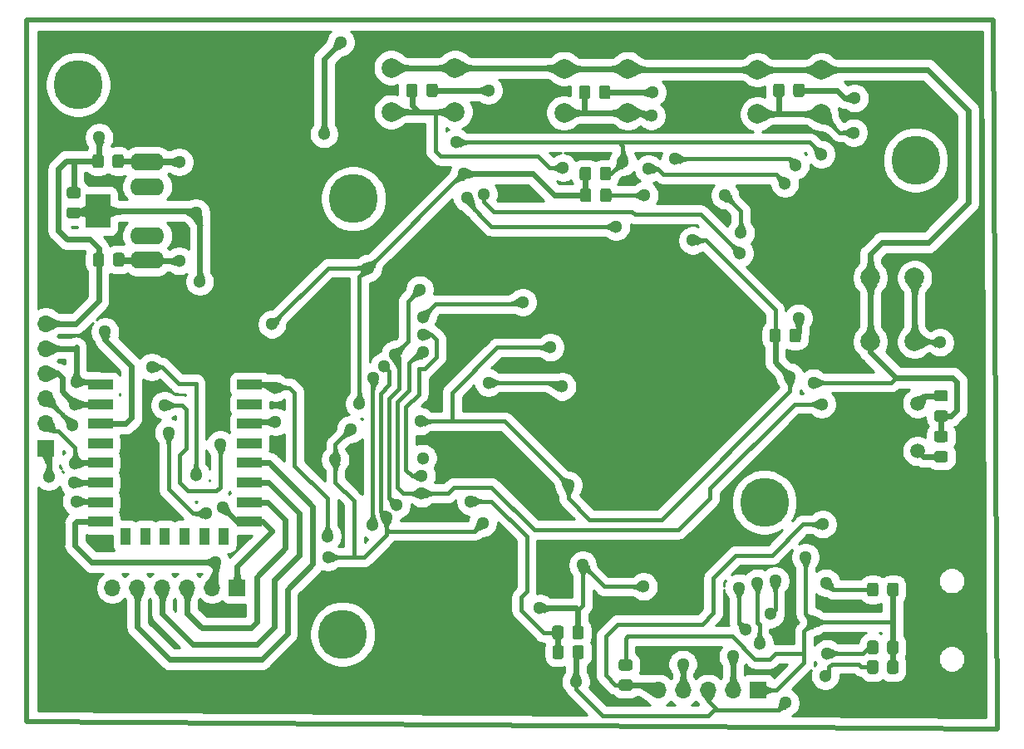
<source format=gbr>
%TF.GenerationSoftware,KiCad,Pcbnew,5.1.9*%
%TF.CreationDate,2021-07-14T09:44:03+07:00*%
%TF.ProjectId,end_stm32f401re,656e645f-7374-46d3-9332-663430317265,rev?*%
%TF.SameCoordinates,Original*%
%TF.FileFunction,Copper,L2,Bot*%
%TF.FilePolarity,Positive*%
%FSLAX46Y46*%
G04 Gerber Fmt 4.6, Leading zero omitted, Abs format (unit mm)*
G04 Created by KiCad (PCBNEW 5.1.9) date 2021-07-14 09:44:03*
%MOMM*%
%LPD*%
G01*
G04 APERTURE LIST*
%TA.AperFunction,Profile*%
%ADD10C,0.500000*%
%TD*%
%TA.AperFunction,ComponentPad*%
%ADD11C,0.800000*%
%TD*%
%TA.AperFunction,ComponentPad*%
%ADD12C,5.000000*%
%TD*%
%TA.AperFunction,ComponentPad*%
%ADD13O,3.500000X1.750000*%
%TD*%
%TA.AperFunction,ComponentPad*%
%ADD14R,2.500000X3.500000*%
%TD*%
%TA.AperFunction,ComponentPad*%
%ADD15R,1.700000X1.700000*%
%TD*%
%TA.AperFunction,ComponentPad*%
%ADD16O,1.700000X1.700000*%
%TD*%
%TA.AperFunction,ComponentPad*%
%ADD17C,2.000000*%
%TD*%
%TA.AperFunction,SMDPad,CuDef*%
%ADD18R,2.500000X1.000000*%
%TD*%
%TA.AperFunction,SMDPad,CuDef*%
%ADD19R,1.000000X1.800000*%
%TD*%
%TA.AperFunction,ComponentPad*%
%ADD20C,1.500000*%
%TD*%
%TA.AperFunction,ViaPad*%
%ADD21C,1.300000*%
%TD*%
%TA.AperFunction,Conductor*%
%ADD22C,0.600000*%
%TD*%
%TA.AperFunction,Conductor*%
%ADD23C,0.400000*%
%TD*%
%TA.AperFunction,Conductor*%
%ADD24C,0.300000*%
%TD*%
%TA.AperFunction,NonConductor*%
%ADD25C,0.254000*%
%TD*%
%TA.AperFunction,NonConductor*%
%ADD26C,0.100000*%
%TD*%
%TA.AperFunction,Conductor*%
%ADD27C,0.025400*%
%TD*%
%TA.AperFunction,Conductor*%
%ADD28C,0.100000*%
%TD*%
G04 APERTURE END LIST*
D10*
X151580000Y-96090000D02*
X52730000Y-95360000D01*
X151210000Y-23860000D02*
X151580000Y-96090000D01*
X52730000Y-23860000D02*
X151210000Y-23860000D01*
X52730000Y-95360000D02*
X52730000Y-23860000D01*
%TO.P,C-SN1,2*%
%TO.N,GND*%
%TA.AperFunction,SMDPad,CuDef*%
G36*
G01*
X57944001Y-42014000D02*
X57043999Y-42014000D01*
G75*
G02*
X56794000Y-41764001I0J249999D01*
G01*
X56794000Y-41113999D01*
G75*
G02*
X57043999Y-40864000I249999J0D01*
G01*
X57944001Y-40864000D01*
G75*
G02*
X58194000Y-41113999I0J-249999D01*
G01*
X58194000Y-41764001D01*
G75*
G02*
X57944001Y-42014000I-249999J0D01*
G01*
G37*
%TD.AperFunction*%
%TO.P,C-SN1,1*%
%TO.N,/OUTN*%
%TA.AperFunction,SMDPad,CuDef*%
G36*
G01*
X57944001Y-44064000D02*
X57043999Y-44064000D01*
G75*
G02*
X56794000Y-43814001I0J249999D01*
G01*
X56794000Y-43163999D01*
G75*
G02*
X57043999Y-42914000I249999J0D01*
G01*
X57944001Y-42914000D01*
G75*
G02*
X58194000Y-43163999I0J-249999D01*
G01*
X58194000Y-43814001D01*
G75*
G02*
X57944001Y-44064000I-249999J0D01*
G01*
G37*
%TD.AperFunction*%
%TD*%
%TO.P,C-SPL1,1*%
%TO.N,/OUTP_L*%
%TA.AperFunction,SMDPad,CuDef*%
G36*
G01*
X62655000Y-47819999D02*
X62655000Y-48720001D01*
G75*
G02*
X62405001Y-48970000I-249999J0D01*
G01*
X61754999Y-48970000D01*
G75*
G02*
X61505000Y-48720001I0J249999D01*
G01*
X61505000Y-47819999D01*
G75*
G02*
X61754999Y-47570000I249999J0D01*
G01*
X62405001Y-47570000D01*
G75*
G02*
X62655000Y-47819999I0J-249999D01*
G01*
G37*
%TD.AperFunction*%
%TO.P,C-SPL1,2*%
%TO.N,GND*%
%TA.AperFunction,SMDPad,CuDef*%
G36*
G01*
X60605000Y-47819999D02*
X60605000Y-48720001D01*
G75*
G02*
X60355001Y-48970000I-249999J0D01*
G01*
X59704999Y-48970000D01*
G75*
G02*
X59455000Y-48720001I0J249999D01*
G01*
X59455000Y-47819999D01*
G75*
G02*
X59704999Y-47570000I249999J0D01*
G01*
X60355001Y-47570000D01*
G75*
G02*
X60605000Y-47819999I0J-249999D01*
G01*
G37*
%TD.AperFunction*%
%TD*%
%TO.P,C-SPR1,1*%
%TO.N,/OUTP_R*%
%TA.AperFunction,SMDPad,CuDef*%
G36*
G01*
X62605000Y-37769999D02*
X62605000Y-38670001D01*
G75*
G02*
X62355001Y-38920000I-249999J0D01*
G01*
X61704999Y-38920000D01*
G75*
G02*
X61455000Y-38670001I0J249999D01*
G01*
X61455000Y-37769999D01*
G75*
G02*
X61704999Y-37520000I249999J0D01*
G01*
X62355001Y-37520000D01*
G75*
G02*
X62605000Y-37769999I0J-249999D01*
G01*
G37*
%TD.AperFunction*%
%TO.P,C-SPR1,2*%
%TO.N,GND*%
%TA.AperFunction,SMDPad,CuDef*%
G36*
G01*
X60555000Y-37769999D02*
X60555000Y-38670001D01*
G75*
G02*
X60305001Y-38920000I-249999J0D01*
G01*
X59654999Y-38920000D01*
G75*
G02*
X59405000Y-38670001I0J249999D01*
G01*
X59405000Y-37769999D01*
G75*
G02*
X59654999Y-37520000I249999J0D01*
G01*
X60305001Y-37520000D01*
G75*
G02*
X60555000Y-37769999I0J-249999D01*
G01*
G37*
%TD.AperFunction*%
%TD*%
%TO.P,C-XTAL1,1*%
%TO.N,Net-(C-XTAL1-Pad1)*%
%TA.AperFunction,SMDPad,CuDef*%
G36*
G01*
X146300001Y-68925000D02*
X145399999Y-68925000D01*
G75*
G02*
X145150000Y-68675001I0J249999D01*
G01*
X145150000Y-68024999D01*
G75*
G02*
X145399999Y-67775000I249999J0D01*
G01*
X146300001Y-67775000D01*
G75*
G02*
X146550000Y-68024999I0J-249999D01*
G01*
X146550000Y-68675001D01*
G75*
G02*
X146300001Y-68925000I-249999J0D01*
G01*
G37*
%TD.AperFunction*%
%TO.P,C-XTAL1,2*%
%TO.N,GND*%
%TA.AperFunction,SMDPad,CuDef*%
G36*
G01*
X146300001Y-66875000D02*
X145399999Y-66875000D01*
G75*
G02*
X145150000Y-66625001I0J249999D01*
G01*
X145150000Y-65974999D01*
G75*
G02*
X145399999Y-65725000I249999J0D01*
G01*
X146300001Y-65725000D01*
G75*
G02*
X146550000Y-65974999I0J-249999D01*
G01*
X146550000Y-66625001D01*
G75*
G02*
X146300001Y-66875000I-249999J0D01*
G01*
G37*
%TD.AperFunction*%
%TD*%
%TO.P,C-XTAL2,2*%
%TO.N,GND*%
%TA.AperFunction,SMDPad,CuDef*%
G36*
G01*
X145399999Y-63625000D02*
X146300001Y-63625000D01*
G75*
G02*
X146550000Y-63874999I0J-249999D01*
G01*
X146550000Y-64525001D01*
G75*
G02*
X146300001Y-64775000I-249999J0D01*
G01*
X145399999Y-64775000D01*
G75*
G02*
X145150000Y-64525001I0J249999D01*
G01*
X145150000Y-63874999D01*
G75*
G02*
X145399999Y-63625000I249999J0D01*
G01*
G37*
%TD.AperFunction*%
%TO.P,C-XTAL2,1*%
%TO.N,Net-(C-XTAL2-Pad1)*%
%TA.AperFunction,SMDPad,CuDef*%
G36*
G01*
X145399999Y-61575000D02*
X146300001Y-61575000D01*
G75*
G02*
X146550000Y-61824999I0J-249999D01*
G01*
X146550000Y-62475001D01*
G75*
G02*
X146300001Y-62725000I-249999J0D01*
G01*
X145399999Y-62725000D01*
G75*
G02*
X145150000Y-62475001I0J249999D01*
G01*
X145150000Y-61824999D01*
G75*
G02*
X145399999Y-61575000I249999J0D01*
G01*
G37*
%TD.AperFunction*%
%TD*%
D11*
%TO.P,H1,1*%
%TO.N,N/C*%
X83574175Y-85124175D03*
X83025000Y-86450000D03*
X83574175Y-87775825D03*
X84900000Y-88325000D03*
X86225825Y-87775825D03*
X86775000Y-86450000D03*
X86225825Y-85124175D03*
X84900000Y-84575000D03*
D12*
X84900000Y-86450000D03*
%TD*%
D11*
%TO.P,H2,1*%
%TO.N,N/C*%
X84674175Y-40724175D03*
X84125000Y-42050000D03*
X84674175Y-43375825D03*
X86000000Y-43925000D03*
X87325825Y-43375825D03*
X87875000Y-42050000D03*
X87325825Y-40724175D03*
X86000000Y-40175000D03*
D12*
X86000000Y-42050000D03*
%TD*%
%TO.P,H3,1*%
%TO.N,N/C*%
X127850000Y-73000000D03*
D11*
X127850000Y-71125000D03*
X129175825Y-71674175D03*
X129725000Y-73000000D03*
X129175825Y-74325825D03*
X127850000Y-74875000D03*
X126524175Y-74325825D03*
X125975000Y-73000000D03*
X126524175Y-71674175D03*
%TD*%
D12*
%TO.P,H4,1*%
%TO.N,N/C*%
X143256000Y-38100000D03*
D11*
X143256000Y-36225000D03*
X144581825Y-36774175D03*
X145131000Y-38100000D03*
X144581825Y-39425825D03*
X143256000Y-39975000D03*
X141930175Y-39425825D03*
X141381000Y-38100000D03*
X141930175Y-36774175D03*
%TD*%
D13*
%TO.P,J-AUDIO1,TD*%
%TO.N,N/C*%
X64986000Y-45820000D03*
%TO.P,J-AUDIO1,RD*%
X64986000Y-40820000D03*
%TO.P,J-AUDIO1,T*%
%TO.N,/OUTP_L*%
X64986000Y-48320000D03*
%TO.P,J-AUDIO1,R*%
%TO.N,/OUTP_R*%
X64986000Y-38320000D03*
D14*
%TO.P,J-AUDIO1,S*%
%TO.N,/OUTN*%
X59980000Y-43320000D03*
%TD*%
D15*
%TO.P,J-ESP-12E1,1*%
%TO.N,/VDD-ESP8266*%
X54690000Y-67470000D03*
D16*
%TO.P,J-ESP-12E1,2*%
%TO.N,/ESP_P0*%
X54690000Y-64930000D03*
%TO.P,J-ESP-12E1,3*%
%TO.N,/ESP_RST*%
X54690000Y-62390000D03*
%TO.P,J-ESP-12E1,4*%
%TO.N,/ESP_RXD*%
X54690000Y-59850000D03*
%TO.P,J-ESP-12E1,5*%
%TO.N,/ESP_TXD*%
X54690000Y-57310000D03*
%TO.P,J-ESP-12E1,6*%
%TO.N,GND*%
X54690000Y-54770000D03*
%TD*%
D15*
%TO.P,J-SWD1,1*%
%TO.N,VDD*%
X127220000Y-92150000D03*
D16*
%TO.P,J-SWD1,2*%
%TO.N,/SW_CLK*%
X124680000Y-92150000D03*
%TO.P,J-SWD1,3*%
%TO.N,GND*%
X122140000Y-92150000D03*
%TO.P,J-SWD1,4*%
%TO.N,/SW_DIO*%
X119600000Y-92150000D03*
%TO.P,J-SWD1,5*%
%TO.N,/NRST*%
X117060000Y-92150000D03*
%TD*%
%TO.P,R-ANS1,1*%
%TO.N,VDD*%
%TA.AperFunction,SMDPad,CuDef*%
G36*
G01*
X131950000Y-30549999D02*
X131950000Y-31450001D01*
G75*
G02*
X131700001Y-31700000I-249999J0D01*
G01*
X131049999Y-31700000D01*
G75*
G02*
X130800000Y-31450001I0J249999D01*
G01*
X130800000Y-30549999D01*
G75*
G02*
X131049999Y-30300000I249999J0D01*
G01*
X131700001Y-30300000D01*
G75*
G02*
X131950000Y-30549999I0J-249999D01*
G01*
G37*
%TD.AperFunction*%
%TO.P,R-ANS1,2*%
%TO.N,/BTN_A*%
%TA.AperFunction,SMDPad,CuDef*%
G36*
G01*
X129900000Y-30549999D02*
X129900000Y-31450001D01*
G75*
G02*
X129650001Y-31700000I-249999J0D01*
G01*
X128999999Y-31700000D01*
G75*
G02*
X128750000Y-31450001I0J249999D01*
G01*
X128750000Y-30549999D01*
G75*
G02*
X128999999Y-30300000I249999J0D01*
G01*
X129650001Y-30300000D01*
G75*
G02*
X129900000Y-30549999I0J-249999D01*
G01*
G37*
%TD.AperFunction*%
%TD*%
%TO.P,R-ANS2,2*%
%TO.N,/BTN_B*%
%TA.AperFunction,SMDPad,CuDef*%
G36*
G01*
X110125000Y-30749999D02*
X110125000Y-31650001D01*
G75*
G02*
X109875001Y-31900000I-249999J0D01*
G01*
X109224999Y-31900000D01*
G75*
G02*
X108975000Y-31650001I0J249999D01*
G01*
X108975000Y-30749999D01*
G75*
G02*
X109224999Y-30500000I249999J0D01*
G01*
X109875001Y-30500000D01*
G75*
G02*
X110125000Y-30749999I0J-249999D01*
G01*
G37*
%TD.AperFunction*%
%TO.P,R-ANS2,1*%
%TO.N,VDD*%
%TA.AperFunction,SMDPad,CuDef*%
G36*
G01*
X112175000Y-30749999D02*
X112175000Y-31650001D01*
G75*
G02*
X111925001Y-31900000I-249999J0D01*
G01*
X111274999Y-31900000D01*
G75*
G02*
X111025000Y-31650001I0J249999D01*
G01*
X111025000Y-30749999D01*
G75*
G02*
X111274999Y-30500000I249999J0D01*
G01*
X111925001Y-30500000D01*
G75*
G02*
X112175000Y-30749999I0J-249999D01*
G01*
G37*
%TD.AperFunction*%
%TD*%
%TO.P,R-ANS3,2*%
%TO.N,/BTN_C*%
%TA.AperFunction,SMDPad,CuDef*%
G36*
G01*
X92525000Y-30549999D02*
X92525000Y-31450001D01*
G75*
G02*
X92275001Y-31700000I-249999J0D01*
G01*
X91624999Y-31700000D01*
G75*
G02*
X91375000Y-31450001I0J249999D01*
G01*
X91375000Y-30549999D01*
G75*
G02*
X91624999Y-30300000I249999J0D01*
G01*
X92275001Y-30300000D01*
G75*
G02*
X92525000Y-30549999I0J-249999D01*
G01*
G37*
%TD.AperFunction*%
%TO.P,R-ANS3,1*%
%TO.N,VDD*%
%TA.AperFunction,SMDPad,CuDef*%
G36*
G01*
X94575000Y-30549999D02*
X94575000Y-31450001D01*
G75*
G02*
X94325001Y-31700000I-249999J0D01*
G01*
X93674999Y-31700000D01*
G75*
G02*
X93425000Y-31450001I0J249999D01*
G01*
X93425000Y-30549999D01*
G75*
G02*
X93674999Y-30300000I249999J0D01*
G01*
X94325001Y-30300000D01*
G75*
G02*
X94575000Y-30549999I0J-249999D01*
G01*
G37*
%TD.AperFunction*%
%TD*%
%TO.P,R-GAIN1,2*%
%TO.N,VDD*%
%TA.AperFunction,SMDPad,CuDef*%
G36*
G01*
X108295000Y-86730001D02*
X108295000Y-85829999D01*
G75*
G02*
X108544999Y-85580000I249999J0D01*
G01*
X109195001Y-85580000D01*
G75*
G02*
X109445000Y-85829999I0J-249999D01*
G01*
X109445000Y-86730001D01*
G75*
G02*
X109195001Y-86980000I-249999J0D01*
G01*
X108544999Y-86980000D01*
G75*
G02*
X108295000Y-86730001I0J249999D01*
G01*
G37*
%TD.AperFunction*%
%TO.P,R-GAIN1,1*%
%TO.N,/DAC_GAIN*%
%TA.AperFunction,SMDPad,CuDef*%
G36*
G01*
X106245000Y-86730001D02*
X106245000Y-85829999D01*
G75*
G02*
X106494999Y-85580000I249999J0D01*
G01*
X107145001Y-85580000D01*
G75*
G02*
X107395000Y-85829999I0J-249999D01*
G01*
X107395000Y-86730001D01*
G75*
G02*
X107145001Y-86980000I-249999J0D01*
G01*
X106494999Y-86980000D01*
G75*
G02*
X106245000Y-86730001I0J249999D01*
G01*
G37*
%TD.AperFunction*%
%TD*%
%TO.P,R-GAIN2,2*%
%TO.N,GND*%
%TA.AperFunction,SMDPad,CuDef*%
G36*
G01*
X108320000Y-88730001D02*
X108320000Y-87829999D01*
G75*
G02*
X108569999Y-87580000I249999J0D01*
G01*
X109220001Y-87580000D01*
G75*
G02*
X109470000Y-87829999I0J-249999D01*
G01*
X109470000Y-88730001D01*
G75*
G02*
X109220001Y-88980000I-249999J0D01*
G01*
X108569999Y-88980000D01*
G75*
G02*
X108320000Y-88730001I0J249999D01*
G01*
G37*
%TD.AperFunction*%
%TO.P,R-GAIN2,1*%
%TO.N,/DAC_GAIN*%
%TA.AperFunction,SMDPad,CuDef*%
G36*
G01*
X106270000Y-88730001D02*
X106270000Y-87829999D01*
G75*
G02*
X106519999Y-87580000I249999J0D01*
G01*
X107170001Y-87580000D01*
G75*
G02*
X107420000Y-87829999I0J-249999D01*
G01*
X107420000Y-88730001D01*
G75*
G02*
X107170001Y-88980000I-249999J0D01*
G01*
X106519999Y-88980000D01*
G75*
G02*
X106270000Y-88730001I0J249999D01*
G01*
G37*
%TD.AperFunction*%
%TD*%
%TO.P,R-IND1,1*%
%TO.N,VDD*%
%TA.AperFunction,SMDPad,CuDef*%
G36*
G01*
X128375000Y-56450001D02*
X128375000Y-55549999D01*
G75*
G02*
X128624999Y-55300000I249999J0D01*
G01*
X129275001Y-55300000D01*
G75*
G02*
X129525000Y-55549999I0J-249999D01*
G01*
X129525000Y-56450001D01*
G75*
G02*
X129275001Y-56700000I-249999J0D01*
G01*
X128624999Y-56700000D01*
G75*
G02*
X128375000Y-56450001I0J249999D01*
G01*
G37*
%TD.AperFunction*%
%TO.P,R-IND1,2*%
%TO.N,Net-(D-IND1-Pad2)*%
%TA.AperFunction,SMDPad,CuDef*%
G36*
G01*
X130425000Y-56450001D02*
X130425000Y-55549999D01*
G75*
G02*
X130674999Y-55300000I249999J0D01*
G01*
X131325001Y-55300000D01*
G75*
G02*
X131575000Y-55549999I0J-249999D01*
G01*
X131575000Y-56450001D01*
G75*
G02*
X131325001Y-56700000I-249999J0D01*
G01*
X130674999Y-56700000D01*
G75*
G02*
X130425000Y-56450001I0J249999D01*
G01*
G37*
%TD.AperFunction*%
%TD*%
%TO.P,R-RST1,1*%
%TO.N,VDD*%
%TA.AperFunction,SMDPad,CuDef*%
G36*
G01*
X113269999Y-89015000D02*
X114170001Y-89015000D01*
G75*
G02*
X114420000Y-89264999I0J-249999D01*
G01*
X114420000Y-89915001D01*
G75*
G02*
X114170001Y-90165000I-249999J0D01*
G01*
X113269999Y-90165000D01*
G75*
G02*
X113020000Y-89915001I0J249999D01*
G01*
X113020000Y-89264999D01*
G75*
G02*
X113269999Y-89015000I249999J0D01*
G01*
G37*
%TD.AperFunction*%
%TO.P,R-RST1,2*%
%TO.N,/NRST*%
%TA.AperFunction,SMDPad,CuDef*%
G36*
G01*
X113269999Y-91065000D02*
X114170001Y-91065000D01*
G75*
G02*
X114420000Y-91314999I0J-249999D01*
G01*
X114420000Y-91965001D01*
G75*
G02*
X114170001Y-92215000I-249999J0D01*
G01*
X113269999Y-92215000D01*
G75*
G02*
X113020000Y-91965001I0J249999D01*
G01*
X113020000Y-91314999D01*
G75*
G02*
X113269999Y-91065000I249999J0D01*
G01*
G37*
%TD.AperFunction*%
%TD*%
%TO.P,R-SD1,1*%
%TO.N,Net-(R-SD1-Pad1)*%
%TA.AperFunction,SMDPad,CuDef*%
G36*
G01*
X138325000Y-82350001D02*
X138325000Y-81449999D01*
G75*
G02*
X138574999Y-81200000I249999J0D01*
G01*
X139225001Y-81200000D01*
G75*
G02*
X139475000Y-81449999I0J-249999D01*
G01*
X139475000Y-82350001D01*
G75*
G02*
X139225001Y-82600000I-249999J0D01*
G01*
X138574999Y-82600000D01*
G75*
G02*
X138325000Y-82350001I0J249999D01*
G01*
G37*
%TD.AperFunction*%
%TO.P,R-SD1,2*%
%TO.N,VDD*%
%TA.AperFunction,SMDPad,CuDef*%
G36*
G01*
X140375000Y-82350001D02*
X140375000Y-81449999D01*
G75*
G02*
X140624999Y-81200000I249999J0D01*
G01*
X141275001Y-81200000D01*
G75*
G02*
X141525000Y-81449999I0J-249999D01*
G01*
X141525000Y-82350001D01*
G75*
G02*
X141275001Y-82600000I-249999J0D01*
G01*
X140624999Y-82600000D01*
G75*
G02*
X140375000Y-82350001I0J249999D01*
G01*
G37*
%TD.AperFunction*%
%TD*%
%TO.P,R-SD2,2*%
%TO.N,VDD*%
%TA.AperFunction,SMDPad,CuDef*%
G36*
G01*
X140375000Y-88250001D02*
X140375000Y-87349999D01*
G75*
G02*
X140624999Y-87100000I249999J0D01*
G01*
X141275001Y-87100000D01*
G75*
G02*
X141525000Y-87349999I0J-249999D01*
G01*
X141525000Y-88250001D01*
G75*
G02*
X141275001Y-88500000I-249999J0D01*
G01*
X140624999Y-88500000D01*
G75*
G02*
X140375000Y-88250001I0J249999D01*
G01*
G37*
%TD.AperFunction*%
%TO.P,R-SD2,1*%
%TO.N,/MMC_MISO*%
%TA.AperFunction,SMDPad,CuDef*%
G36*
G01*
X138325000Y-88250001D02*
X138325000Y-87349999D01*
G75*
G02*
X138574999Y-87100000I249999J0D01*
G01*
X139225001Y-87100000D01*
G75*
G02*
X139475000Y-87349999I0J-249999D01*
G01*
X139475000Y-88250001D01*
G75*
G02*
X139225001Y-88500000I-249999J0D01*
G01*
X138574999Y-88500000D01*
G75*
G02*
X138325000Y-88250001I0J249999D01*
G01*
G37*
%TD.AperFunction*%
%TD*%
%TO.P,R-SD3,1*%
%TO.N,Net-(R-SD3-Pad1)*%
%TA.AperFunction,SMDPad,CuDef*%
G36*
G01*
X138325000Y-90250001D02*
X138325000Y-89349999D01*
G75*
G02*
X138574999Y-89100000I249999J0D01*
G01*
X139225001Y-89100000D01*
G75*
G02*
X139475000Y-89349999I0J-249999D01*
G01*
X139475000Y-90250001D01*
G75*
G02*
X139225001Y-90500000I-249999J0D01*
G01*
X138574999Y-90500000D01*
G75*
G02*
X138325000Y-90250001I0J249999D01*
G01*
G37*
%TD.AperFunction*%
%TO.P,R-SD3,2*%
%TO.N,VDD*%
%TA.AperFunction,SMDPad,CuDef*%
G36*
G01*
X140375000Y-90250001D02*
X140375000Y-89349999D01*
G75*
G02*
X140624999Y-89100000I249999J0D01*
G01*
X141275001Y-89100000D01*
G75*
G02*
X141525000Y-89349999I0J-249999D01*
G01*
X141525000Y-90250001D01*
G75*
G02*
X141275001Y-90500000I-249999J0D01*
G01*
X140624999Y-90500000D01*
G75*
G02*
X140375000Y-90250001I0J249999D01*
G01*
G37*
%TD.AperFunction*%
%TD*%
%TO.P,RL-ANS1,1*%
%TO.N,Net-(D-ANS1-Pad2)*%
%TA.AperFunction,SMDPad,CuDef*%
G36*
G01*
X112275000Y-41249999D02*
X112275000Y-42150001D01*
G75*
G02*
X112025001Y-42400000I-249999J0D01*
G01*
X111374999Y-42400000D01*
G75*
G02*
X111125000Y-42150001I0J249999D01*
G01*
X111125000Y-41249999D01*
G75*
G02*
X111374999Y-41000000I249999J0D01*
G01*
X112025001Y-41000000D01*
G75*
G02*
X112275000Y-41249999I0J-249999D01*
G01*
G37*
%TD.AperFunction*%
%TO.P,RL-ANS1,2*%
%TO.N,VDD*%
%TA.AperFunction,SMDPad,CuDef*%
G36*
G01*
X110225000Y-41249999D02*
X110225000Y-42150001D01*
G75*
G02*
X109975001Y-42400000I-249999J0D01*
G01*
X109324999Y-42400000D01*
G75*
G02*
X109075000Y-42150001I0J249999D01*
G01*
X109075000Y-41249999D01*
G75*
G02*
X109324999Y-41000000I249999J0D01*
G01*
X109975001Y-41000000D01*
G75*
G02*
X110225000Y-41249999I0J-249999D01*
G01*
G37*
%TD.AperFunction*%
%TD*%
%TO.P,RL-BTN1,2*%
%TO.N,VDD*%
%TA.AperFunction,SMDPad,CuDef*%
G36*
G01*
X110200000Y-39049999D02*
X110200000Y-39950001D01*
G75*
G02*
X109950001Y-40200000I-249999J0D01*
G01*
X109299999Y-40200000D01*
G75*
G02*
X109050000Y-39950001I0J249999D01*
G01*
X109050000Y-39049999D01*
G75*
G02*
X109299999Y-38800000I249999J0D01*
G01*
X109950001Y-38800000D01*
G75*
G02*
X110200000Y-39049999I0J-249999D01*
G01*
G37*
%TD.AperFunction*%
%TO.P,RL-BTN1,1*%
%TO.N,Net-(D-BTN1-Pad2)*%
%TA.AperFunction,SMDPad,CuDef*%
G36*
G01*
X112250000Y-39049999D02*
X112250000Y-39950001D01*
G75*
G02*
X112000001Y-40200000I-249999J0D01*
G01*
X111349999Y-40200000D01*
G75*
G02*
X111100000Y-39950001I0J249999D01*
G01*
X111100000Y-39049999D01*
G75*
G02*
X111349999Y-38800000I249999J0D01*
G01*
X112000001Y-38800000D01*
G75*
G02*
X112250000Y-39049999I0J-249999D01*
G01*
G37*
%TD.AperFunction*%
%TD*%
D17*
%TO.P,SW-ANS1,2*%
%TO.N,GND*%
X133650000Y-28900000D03*
%TO.P,SW-ANS1,1*%
%TO.N,/BTN_A*%
X133650000Y-33400000D03*
%TO.P,SW-ANS1,2*%
%TO.N,GND*%
X127150000Y-28900000D03*
%TO.P,SW-ANS1,1*%
%TO.N,/BTN_A*%
X127150000Y-33400000D03*
%TD*%
%TO.P,SW-ANS2,1*%
%TO.N,/BTN_B*%
X107450000Y-33300000D03*
%TO.P,SW-ANS2,2*%
%TO.N,GND*%
X107450000Y-28800000D03*
%TO.P,SW-ANS2,1*%
%TO.N,/BTN_B*%
X113950000Y-33300000D03*
%TO.P,SW-ANS2,2*%
%TO.N,GND*%
X113950000Y-28800000D03*
%TD*%
%TO.P,SW-ANS3,2*%
%TO.N,GND*%
X96350000Y-28700000D03*
%TO.P,SW-ANS3,1*%
%TO.N,/BTN_C*%
X96350000Y-33200000D03*
%TO.P,SW-ANS3,2*%
%TO.N,GND*%
X89850000Y-28700000D03*
%TO.P,SW-ANS3,1*%
%TO.N,/BTN_C*%
X89850000Y-33200000D03*
%TD*%
%TO.P,SW-RST1,1*%
%TO.N,GND*%
X138650000Y-50100000D03*
%TO.P,SW-RST1,2*%
%TO.N,/NRST*%
X143150000Y-50100000D03*
%TO.P,SW-RST1,1*%
%TO.N,GND*%
X138650000Y-56600000D03*
%TO.P,SW-RST1,2*%
%TO.N,/NRST*%
X143150000Y-56600000D03*
%TD*%
D18*
%TO.P,U5,1*%
%TO.N,/ESP_RST*%
X75400000Y-60980000D03*
%TO.P,U5,2*%
%TO.N,Net-(U5-Pad2)*%
X75400000Y-62980000D03*
%TO.P,U5,3*%
%TO.N,/ESP_EN*%
X75400000Y-64980000D03*
%TO.P,U5,4*%
%TO.N,Net-(U5-Pad4)*%
X75400000Y-66980000D03*
%TO.P,U5,5*%
%TO.N,/MIC_LRCL*%
X75400000Y-68980000D03*
%TO.P,U5,6*%
%TO.N,/MIC_DOUT*%
X75400000Y-70980000D03*
%TO.P,U5,7*%
%TO.N,/MIC_BCLK*%
X75400000Y-72980000D03*
%TO.P,U5,8*%
%TO.N,/VDD-ESP8266*%
X75400000Y-74980000D03*
D19*
%TO.P,U5,9*%
%TO.N,Net-(U5-Pad9)*%
X72800000Y-76480000D03*
%TO.P,U5,10*%
%TO.N,Net-(U5-Pad10)*%
X70800000Y-76480000D03*
%TO.P,U5,11*%
%TO.N,Net-(U5-Pad11)*%
X68800000Y-76480000D03*
%TO.P,U5,12*%
%TO.N,Net-(U5-Pad12)*%
X66800000Y-76480000D03*
%TO.P,U5,13*%
%TO.N,Net-(U5-Pad13)*%
X64800000Y-76480000D03*
%TO.P,U5,14*%
%TO.N,Net-(U5-Pad14)*%
X62800000Y-76480000D03*
D18*
%TO.P,U5,15*%
%TO.N,GND*%
X60200000Y-74980000D03*
%TO.P,U5,16*%
%TO.N,/ESP_P15*%
X60200000Y-72980000D03*
%TO.P,U5,17*%
%TO.N,/ESP_P2*%
X60200000Y-70980000D03*
%TO.P,U5,18*%
%TO.N,/ESP_P0*%
X60200000Y-68980000D03*
%TO.P,U5,19*%
%TO.N,Net-(U5-Pad19)*%
X60200000Y-66980000D03*
%TO.P,U5,20*%
%TO.N,/ESP_LEDWIFI*%
X60200000Y-64980000D03*
%TO.P,U5,21*%
%TO.N,/ESP_RXD*%
X60200000Y-62980000D03*
%TO.P,U5,22*%
%TO.N,/ESP_TXD*%
X60200000Y-60980000D03*
%TD*%
D16*
%TO.P,U6,6*%
%TO.N,Net-(U6-Pad6)*%
X61450000Y-81696000D03*
%TO.P,U6,5*%
%TO.N,/MIC_LRCL*%
X63990000Y-81696000D03*
%TO.P,U6,4*%
%TO.N,/MIC_DOUT*%
X66530000Y-81696000D03*
%TO.P,U6,3*%
%TO.N,/MIC_BCLK*%
X69070000Y-81696000D03*
%TO.P,U6,2*%
%TO.N,GND*%
X71610000Y-81696000D03*
D15*
%TO.P,U6,1*%
%TO.N,/VDD-ESP8266*%
X74150000Y-81696000D03*
%TD*%
D20*
%TO.P,Y-XTAL1,1*%
%TO.N,Net-(C-XTAL2-Pad1)*%
X143450000Y-62900000D03*
%TO.P,Y-XTAL1,2*%
%TO.N,Net-(C-XTAL1-Pad1)*%
X143450000Y-67780000D03*
%TD*%
D12*
%TO.P,H5,1*%
%TO.N,N/C*%
X57950000Y-30400000D03*
D11*
X57950000Y-28525000D03*
X59275825Y-29074175D03*
X59825000Y-30400000D03*
X59275825Y-31725825D03*
X57950000Y-32275000D03*
X56624175Y-31725825D03*
X56075000Y-30400000D03*
X56624175Y-29074175D03*
%TD*%
D21*
%TO.N,GND*%
X93050000Y-68500000D03*
X93050000Y-54100000D03*
X89150000Y-59100000D03*
X89350000Y-74500000D03*
X132850000Y-60800000D03*
X103250000Y-52600000D03*
X71950000Y-79100000D03*
X108650000Y-91300000D03*
X130000000Y-93450000D03*
X60100000Y-35800000D03*
X83400000Y-78600000D03*
X85700000Y-65550000D03*
X84150000Y-68650000D03*
X99150000Y-75100000D03*
%TO.N,/OUTN*%
X70350000Y-50500000D03*
X69950000Y-43500000D03*
%TO.N,/OUTP_L*%
X68250000Y-48400000D03*
%TO.N,/OUTP_R*%
X68250000Y-38300000D03*
%TO.N,VDD*%
X132850000Y-85200000D03*
X137050000Y-31800000D03*
X116450000Y-31200000D03*
X99750000Y-31000000D03*
X97250000Y-39500000D03*
X130450000Y-60200000D03*
X104950000Y-83800000D03*
X84700000Y-26100000D03*
X83000000Y-35450000D03*
X87500000Y-49100000D03*
X77700000Y-54850000D03*
X86600000Y-62950000D03*
X107900000Y-71250000D03*
X92800000Y-64750000D03*
X109350000Y-79400000D03*
X115550000Y-81600000D03*
X132050000Y-78600000D03*
X106050000Y-57200000D03*
X120550000Y-46300000D03*
%TO.N,Net-(D-ANS1-Pad2)*%
X115650000Y-41700000D03*
X112750000Y-44900000D03*
X97550000Y-41900000D03*
%TO.N,/LED_TRUE*%
X125350000Y-47600000D03*
X99250000Y-41600000D03*
%TO.N,/LED_FALSE*%
X125450000Y-45500000D03*
X123850000Y-41700000D03*
%TO.N,Net-(D-BTN1-Pad2)*%
X113450000Y-38300000D03*
X96450000Y-36300000D03*
X133650000Y-37500000D03*
%TO.N,Net-(D-IND1-Pad2)*%
X131350000Y-54200000D03*
%TO.N,/ESP_LEDWIFI*%
X60700000Y-55600000D03*
%TO.N,/VDD-ESP8266*%
X54950000Y-70400000D03*
X72650000Y-73500000D03*
%TO.N,/ESP_P0*%
X57650000Y-69000000D03*
%TO.N,/ESP_RST*%
X78050000Y-61300000D03*
X57400000Y-65100000D03*
X67150000Y-65900000D03*
X71000000Y-74150000D03*
X83350000Y-76450000D03*
%TO.N,/ESP_RXD*%
X57650000Y-63000000D03*
%TO.N,/ESP_TXD*%
X57750000Y-60700000D03*
%TO.N,/SW_CLK*%
X124650000Y-88700000D03*
%TO.N,/SW_DIO*%
X119550000Y-89500000D03*
%TO.N,/NRST*%
X145750000Y-56700000D03*
X133800000Y-75250000D03*
%TO.N,/BTN_A*%
X136950000Y-35300000D03*
%TO.N,/BTN_B*%
X131050000Y-38600000D03*
X118750000Y-38000000D03*
X116350000Y-33600000D03*
%TO.N,/BTN_C*%
X129950000Y-40500000D03*
X116050000Y-39000000D03*
X107350000Y-38900000D03*
%TO.N,/ESP_P2*%
X57550000Y-71000000D03*
%TO.N,/ESP_EN*%
X78050000Y-64800000D03*
%TO.N,/ESP_P15*%
X57750000Y-72900000D03*
%TO.N,/DAC_GAIN*%
X92950000Y-70300000D03*
X93050000Y-55900000D03*
X97950000Y-72900000D03*
%TO.N,Net-(R-SD1-Pad1)*%
X134150000Y-81200000D03*
%TO.N,/MMC_MISO*%
X134250000Y-88400000D03*
X127150000Y-81200000D03*
X127350000Y-87400000D03*
%TO.N,Net-(R-SD3-Pad1)*%
X134050000Y-90700000D03*
%TO.N,/WIFI_TXD*%
X72450000Y-67100000D03*
X66750000Y-63100000D03*
%TO.N,/WIFI_RXD*%
X69950000Y-70200000D03*
X65450000Y-59200000D03*
%TO.N,/MMC_MOSI*%
X128950000Y-81000000D03*
X128450000Y-84400000D03*
%TO.N,/MMC_SCK*%
X125250000Y-81700000D03*
X125950000Y-86000000D03*
%TO.N,/DAC_BCLK*%
X90250000Y-57900000D03*
X90350000Y-73300000D03*
X92750000Y-51300000D03*
%TO.N,/DAC_LRC*%
X88050000Y-60300000D03*
X87950000Y-75300000D03*
X107250000Y-61200000D03*
X99750000Y-60800000D03*
%TO.N,/DAC_DIN*%
X92950000Y-72100000D03*
X93050000Y-57700000D03*
X133700000Y-63000000D03*
%TD*%
D22*
%TO.N,GND*%
X145850000Y-64200000D02*
X145850000Y-66300000D01*
X138650000Y-50100000D02*
X138650000Y-56600000D01*
X145850000Y-64200000D02*
X146850000Y-64200000D01*
X146850000Y-64200000D02*
X147450000Y-63600000D01*
X147450000Y-63600000D02*
X147450000Y-60700000D01*
X147450000Y-60700000D02*
X147050000Y-60300000D01*
X147050000Y-60300000D02*
X141250000Y-60300000D01*
X138650000Y-57700000D02*
X138650000Y-56600000D01*
X141250000Y-60300000D02*
X138650000Y-57700000D01*
X56850000Y-46200000D02*
X55950000Y-45300000D01*
X55950000Y-45300000D02*
X55950000Y-39000000D01*
X55950000Y-39000000D02*
X56730000Y-38220000D01*
X57494000Y-38356000D02*
X57630000Y-38220000D01*
X57494000Y-41439000D02*
X57494000Y-38356000D01*
X57630000Y-38220000D02*
X59980000Y-38220000D01*
X56730000Y-38220000D02*
X57630000Y-38220000D01*
X60030000Y-48270000D02*
X60030000Y-47080000D01*
X59150000Y-46200000D02*
X56850000Y-46200000D01*
X60030000Y-47080000D02*
X59150000Y-46200000D01*
X133650000Y-28900000D02*
X127150000Y-28900000D01*
X114050000Y-28900000D02*
X113950000Y-28800000D01*
X127150000Y-28900000D02*
X114050000Y-28900000D01*
X107450000Y-28800000D02*
X113950000Y-28800000D01*
X107350000Y-28700000D02*
X107450000Y-28800000D01*
X96350000Y-28700000D02*
X107350000Y-28700000D01*
X89850000Y-28700000D02*
X96350000Y-28700000D01*
D23*
X140750000Y-60800000D02*
X141250000Y-60300000D01*
X132850000Y-60800000D02*
X140750000Y-60800000D01*
X93050000Y-54100000D02*
X94350000Y-52800000D01*
X103050000Y-52800000D02*
X103250000Y-52600000D01*
X94350000Y-52800000D02*
X103050000Y-52800000D01*
D22*
X60200000Y-74980000D02*
X57770000Y-74980000D01*
X57770000Y-74980000D02*
X57650000Y-75100000D01*
X57650000Y-75100000D02*
X57650000Y-77400000D01*
X59350000Y-79100000D02*
X71950000Y-79100000D01*
X57650000Y-77400000D02*
X59350000Y-79100000D01*
X108650000Y-88525000D02*
X108895000Y-88280000D01*
X108650000Y-91300000D02*
X108650000Y-88525000D01*
D23*
X130000000Y-93450000D02*
X129250000Y-94200000D01*
X129250000Y-94200000D02*
X123050000Y-94200000D01*
X122140000Y-93290000D02*
X122140000Y-92150000D01*
X123050000Y-94200000D02*
X122140000Y-93290000D01*
X123050000Y-94200000D02*
X122700000Y-94200000D01*
X122700000Y-94200000D02*
X122150000Y-94750000D01*
X122150000Y-94750000D02*
X111350000Y-94750000D01*
X108650000Y-92050000D02*
X108650000Y-91300000D01*
X111350000Y-94750000D02*
X108650000Y-92050000D01*
D22*
X54690000Y-54770000D02*
X57730000Y-54770000D01*
X60030000Y-52470000D02*
X60030000Y-48270000D01*
X57730000Y-54770000D02*
X60030000Y-52470000D01*
X60100000Y-38100000D02*
X59980000Y-38220000D01*
X60100000Y-35800000D02*
X60100000Y-38100000D01*
D23*
X89350000Y-74500000D02*
X89350000Y-76350000D01*
X89350000Y-76350000D02*
X87100000Y-78600000D01*
X84150000Y-67100000D02*
X85700000Y-65550000D01*
X84150000Y-68650000D02*
X84150000Y-67100000D01*
X84150000Y-68650000D02*
X84150000Y-70950000D01*
X86050000Y-72850000D02*
X86050000Y-78600000D01*
X84150000Y-70950000D02*
X86050000Y-72850000D01*
X86050000Y-78600000D02*
X83400000Y-78600000D01*
X87100000Y-78600000D02*
X86050000Y-78600000D01*
X89350000Y-74500000D02*
X89350000Y-75700000D01*
X89350000Y-75700000D02*
X89600000Y-75950000D01*
X98300000Y-75950000D02*
X99150000Y-75100000D01*
X89600000Y-75950000D02*
X98300000Y-75950000D01*
D22*
X133650000Y-28900000D02*
X144500000Y-28900000D01*
X144500000Y-28900000D02*
X148650000Y-33050000D01*
X148650000Y-33050000D02*
X148650000Y-42450000D01*
X148650000Y-42450000D02*
X144600000Y-46500000D01*
X144600000Y-46500000D02*
X139850000Y-46500000D01*
X138650000Y-47700000D02*
X138650000Y-50100000D01*
X139850000Y-46500000D02*
X138650000Y-47700000D01*
D23*
X88750000Y-73900000D02*
X89350000Y-74500000D01*
X88750000Y-61900000D02*
X88750000Y-73900000D01*
X89650000Y-61000000D02*
X88750000Y-61900000D01*
X89650000Y-59600000D02*
X89650000Y-61000000D01*
X89150000Y-59100000D02*
X89650000Y-59600000D01*
D22*
X71950000Y-81356000D02*
X71610000Y-81696000D01*
X71950000Y-79100000D02*
X71950000Y-81356000D01*
%TO.N,/OUTN*%
X59811000Y-43489000D02*
X59980000Y-43320000D01*
X57494000Y-43489000D02*
X59811000Y-43489000D01*
X70350000Y-50500000D02*
X70350000Y-43900000D01*
X69770000Y-43320000D02*
X59980000Y-43320000D01*
X69950000Y-43500000D02*
X69770000Y-43320000D01*
X70350000Y-43900000D02*
X69950000Y-43500000D01*
%TO.N,/OUTP_L*%
X62210000Y-48400000D02*
X62080000Y-48270000D01*
X68250000Y-48400000D02*
X62210000Y-48400000D01*
X64936000Y-48270000D02*
X64986000Y-48320000D01*
X62080000Y-48270000D02*
X64936000Y-48270000D01*
%TO.N,/OUTP_R*%
X65006000Y-38300000D02*
X64986000Y-38320000D01*
X68250000Y-38300000D02*
X65006000Y-38300000D01*
X68170000Y-38220000D02*
X68250000Y-38300000D01*
X62030000Y-38220000D02*
X68170000Y-38220000D01*
%TO.N,VDD*%
X140950000Y-89800000D02*
X140950000Y-87800000D01*
D23*
X140850000Y-85200000D02*
X140950000Y-85100000D01*
X132850000Y-85200000D02*
X140850000Y-85200000D01*
D22*
X140950000Y-85100000D02*
X140950000Y-87800000D01*
X140950000Y-81900000D02*
X140950000Y-85100000D01*
X109625000Y-41675000D02*
X109650000Y-41700000D01*
X109625000Y-39500000D02*
X109625000Y-41675000D01*
X137050000Y-31800000D02*
X136050000Y-31800000D01*
X135250000Y-31000000D02*
X131375000Y-31000000D01*
X136050000Y-31800000D02*
X135250000Y-31000000D01*
X116450000Y-31200000D02*
X111600000Y-31200000D01*
X99750000Y-31000000D02*
X94000000Y-31000000D01*
X109650000Y-41700000D02*
X106450000Y-41700000D01*
X104250000Y-39500000D02*
X97250000Y-39500000D01*
X106450000Y-41700000D02*
X104250000Y-39500000D01*
X130450000Y-60200000D02*
X128950000Y-58700000D01*
X128950000Y-58700000D02*
X128950000Y-56000000D01*
X104950000Y-83800000D02*
X108650000Y-83800000D01*
X108870000Y-84020000D02*
X108870000Y-86280000D01*
X108650000Y-83800000D02*
X108870000Y-84020000D01*
D23*
X127220000Y-92150000D02*
X129100000Y-92150000D01*
X129100000Y-92150000D02*
X131900000Y-89350000D01*
X132850000Y-85200000D02*
X131900000Y-86150000D01*
X131900000Y-88450000D02*
X128950000Y-88450000D01*
X131900000Y-89350000D02*
X131900000Y-88450000D01*
X131900000Y-88450000D02*
X131900000Y-86150000D01*
X128950000Y-88450000D02*
X128400000Y-89000000D01*
X128400000Y-89000000D02*
X126900000Y-89000000D01*
X126900000Y-89000000D02*
X124550000Y-86650000D01*
X124550000Y-86650000D02*
X113950000Y-86650000D01*
D22*
X83000000Y-27800000D02*
X83000000Y-35450000D01*
X84700000Y-26100000D02*
X83000000Y-27800000D01*
D23*
X97100000Y-39500000D02*
X97250000Y-39500000D01*
X87500000Y-49100000D02*
X97100000Y-39500000D01*
X83450000Y-49100000D02*
X87500000Y-49100000D01*
X77700000Y-54850000D02*
X83450000Y-49100000D01*
X86600000Y-50000000D02*
X87500000Y-49100000D01*
X86600000Y-62950000D02*
X86600000Y-50000000D01*
D24*
X93050000Y-65000000D02*
X92800000Y-64750000D01*
D23*
X111550000Y-81600000D02*
X109350000Y-79400000D01*
X115550000Y-81600000D02*
X111550000Y-81600000D01*
X132050000Y-84400000D02*
X132850000Y-85200000D01*
X132050000Y-78600000D02*
X132050000Y-84400000D01*
X130450000Y-60200000D02*
X130450000Y-61650000D01*
X130450000Y-61650000D02*
X117350000Y-74750000D01*
X117350000Y-74750000D02*
X110050000Y-74750000D01*
X107900000Y-72600000D02*
X107900000Y-71250000D01*
X110050000Y-74750000D02*
X107900000Y-72600000D01*
X101400000Y-64750000D02*
X107900000Y-71250000D01*
X96050000Y-64700000D02*
X96100000Y-64750000D01*
X96050000Y-61800000D02*
X96050000Y-64700000D01*
X100650000Y-57200000D02*
X96050000Y-61800000D01*
X106050000Y-57200000D02*
X100650000Y-57200000D01*
X96100000Y-64750000D02*
X101400000Y-64750000D01*
X92800000Y-64750000D02*
X96100000Y-64750000D01*
X120550000Y-46300000D02*
X121850000Y-46300000D01*
X128950000Y-53400000D02*
X128950000Y-56000000D01*
X121850000Y-46300000D02*
X128950000Y-53400000D01*
X113720000Y-86880000D02*
X113950000Y-86650000D01*
X113720000Y-89590000D02*
X113720000Y-86880000D01*
X109350000Y-83540000D02*
X108870000Y-84020000D01*
X109350000Y-79400000D02*
X109350000Y-83540000D01*
D22*
%TO.N,Net-(C-XTAL1-Pad1)*%
X144020000Y-68350000D02*
X143450000Y-67780000D01*
X145850000Y-68350000D02*
X144020000Y-68350000D01*
%TO.N,Net-(C-XTAL2-Pad1)*%
X144200000Y-62150000D02*
X143450000Y-62900000D01*
X145850000Y-62150000D02*
X144200000Y-62150000D01*
D23*
%TO.N,Net-(D-ANS1-Pad2)*%
X111700000Y-41700000D02*
X115650000Y-41700000D01*
X112750000Y-44900000D02*
X100050000Y-44900000D01*
X97550000Y-42400000D02*
X97550000Y-41900000D01*
X100050000Y-44900000D02*
X97550000Y-42400000D01*
%TO.N,/LED_TRUE*%
X125350000Y-47600000D02*
X121400000Y-43650000D01*
X121400000Y-43650000D02*
X114650000Y-43650000D01*
X114650000Y-43650000D02*
X114350000Y-43350000D01*
X114350000Y-43350000D02*
X100250000Y-43350000D01*
X99250000Y-42350000D02*
X99250000Y-41600000D01*
X100250000Y-43350000D02*
X99250000Y-42350000D01*
D24*
%TO.N,/LED_FALSE*%
X124150000Y-41700000D02*
X123850000Y-41700000D01*
D23*
X125450000Y-43300000D02*
X123850000Y-41700000D01*
X125450000Y-45500000D02*
X125450000Y-43300000D01*
%TO.N,Net-(D-BTN1-Pad2)*%
X112250000Y-39500000D02*
X113450000Y-38300000D01*
X111675000Y-39500000D02*
X112250000Y-39500000D01*
X113450000Y-38300000D02*
X113450000Y-36700000D01*
X113050000Y-36300000D02*
X96450000Y-36300000D01*
X113450000Y-36700000D02*
X113050000Y-36300000D01*
X132450000Y-36300000D02*
X133650000Y-37500000D01*
X113050000Y-36300000D02*
X132450000Y-36300000D01*
D22*
%TO.N,Net-(D-IND1-Pad2)*%
X131350000Y-55650000D02*
X131000000Y-56000000D01*
X131350000Y-54200000D02*
X131350000Y-55650000D01*
%TO.N,/ESP_LEDWIFI*%
X60200000Y-64980000D02*
X62820000Y-64980000D01*
X62820000Y-64980000D02*
X63400000Y-64400000D01*
X63400000Y-64400000D02*
X63400000Y-59150000D01*
X60700000Y-56450000D02*
X60700000Y-55600000D01*
X63400000Y-59150000D02*
X60700000Y-56450000D01*
%TO.N,/VDD-ESP8266*%
X75400000Y-74980000D02*
X76730000Y-74980000D01*
X76730000Y-74980000D02*
X77650000Y-75900000D01*
X77650000Y-75900000D02*
X77650000Y-76000000D01*
X77650000Y-76000000D02*
X74150000Y-79500000D01*
X54950000Y-67730000D02*
X54690000Y-67470000D01*
X54950000Y-70400000D02*
X54950000Y-67730000D01*
X74130000Y-74980000D02*
X72650000Y-73500000D01*
X75400000Y-74980000D02*
X74130000Y-74980000D01*
X74150000Y-79500000D02*
X74150000Y-81696000D01*
%TO.N,/ESP_P0*%
X57670000Y-68980000D02*
X57650000Y-69000000D01*
X60200000Y-68980000D02*
X57670000Y-68980000D01*
D23*
X57650000Y-69000000D02*
X57650000Y-67450000D01*
X57650000Y-67450000D02*
X55950000Y-65750000D01*
X55510000Y-65750000D02*
X54690000Y-64930000D01*
X55950000Y-65750000D02*
X55510000Y-65750000D01*
D22*
%TO.N,/ESP_RST*%
X77730000Y-60980000D02*
X78050000Y-61300000D01*
X75400000Y-60980000D02*
X77730000Y-60980000D01*
D23*
X54690000Y-62390000D02*
X57100000Y-64800000D01*
X57100000Y-64800000D02*
X57400000Y-65100000D01*
X67150000Y-65900000D02*
X67150000Y-71700000D01*
X69600000Y-74150000D02*
X71000000Y-74150000D01*
X67150000Y-71700000D02*
X69600000Y-74150000D01*
X83350000Y-76450000D02*
X83350000Y-72600000D01*
X83350000Y-72600000D02*
X80000000Y-69250000D01*
X80000000Y-69250000D02*
X80000000Y-61800000D01*
X79500000Y-61300000D02*
X78050000Y-61300000D01*
X80000000Y-61800000D02*
X79500000Y-61300000D01*
D22*
%TO.N,/ESP_RXD*%
X60180000Y-63000000D02*
X60200000Y-62980000D01*
X57650000Y-63000000D02*
X60180000Y-63000000D01*
X57650000Y-63000000D02*
X56350000Y-61700000D01*
X56350000Y-61700000D02*
X56350000Y-60300000D01*
X55900000Y-59850000D02*
X54690000Y-59850000D01*
X56350000Y-60300000D02*
X55900000Y-59850000D01*
%TO.N,/ESP_TXD*%
X59920000Y-60700000D02*
X60200000Y-60980000D01*
X57750000Y-60700000D02*
X59920000Y-60700000D01*
X57750000Y-60700000D02*
X57750000Y-57200000D01*
X57640000Y-57310000D02*
X54690000Y-57310000D01*
X57750000Y-57200000D02*
X57640000Y-57310000D01*
%TO.N,/SW_CLK*%
X124650000Y-92120000D02*
X124680000Y-92150000D01*
X124650000Y-88700000D02*
X124650000Y-92120000D01*
%TO.N,/SW_DIO*%
X119550000Y-92100000D02*
X119600000Y-92150000D01*
X119550000Y-89500000D02*
X119550000Y-92100000D01*
%TO.N,/NRST*%
X116550000Y-91640000D02*
X117060000Y-92150000D01*
X113720000Y-91640000D02*
X116550000Y-91640000D01*
X143150000Y-50100000D02*
X143150000Y-56600000D01*
D24*
X143250000Y-56700000D02*
X143150000Y-56600000D01*
D23*
X145650000Y-56600000D02*
X145750000Y-56700000D01*
X143150000Y-56600000D02*
X145650000Y-56600000D01*
X133800000Y-75250000D02*
X131800000Y-75250000D01*
X131800000Y-75250000D02*
X128650000Y-78400000D01*
X128650000Y-78400000D02*
X124950000Y-78400000D01*
X124950000Y-78400000D02*
X122650000Y-80700000D01*
X122650000Y-80700000D02*
X122650000Y-84300000D01*
X122650000Y-84300000D02*
X121500000Y-85450000D01*
X113480000Y-91400000D02*
X113720000Y-91640000D01*
X121500000Y-85450000D02*
X112900000Y-85450000D01*
X112900000Y-85450000D02*
X111700000Y-86650000D01*
X111700000Y-86650000D02*
X111700000Y-90650000D01*
X112690000Y-91640000D02*
X113720000Y-91640000D01*
X111700000Y-90650000D02*
X112690000Y-91640000D01*
D22*
%TO.N,/BTN_A*%
X127150000Y-33400000D02*
X127150000Y-33175000D01*
X129325000Y-33275000D02*
X129450000Y-33400000D01*
X129325000Y-31000000D02*
X129325000Y-33275000D01*
X129450000Y-33400000D02*
X127150000Y-33400000D01*
X133650000Y-33400000D02*
X129450000Y-33400000D01*
D23*
X135550000Y-35300000D02*
X133650000Y-33400000D01*
X136950000Y-35300000D02*
X135550000Y-35300000D01*
D22*
%TO.N,/BTN_B*%
X109550000Y-33200000D02*
X109450000Y-33300000D01*
X109550000Y-31200000D02*
X109550000Y-33200000D01*
X109450000Y-33300000D02*
X113950000Y-33300000D01*
X107450000Y-33300000D02*
X109450000Y-33300000D01*
D24*
X114250000Y-33600000D02*
X113950000Y-33300000D01*
D23*
X116050000Y-33300000D02*
X116350000Y-33600000D01*
X113950000Y-33300000D02*
X116050000Y-33300000D01*
X130450000Y-38000000D02*
X131050000Y-38600000D01*
X118750000Y-38000000D02*
X130450000Y-38000000D01*
D22*
%TO.N,/BTN_C*%
X91950000Y-32500000D02*
X92650000Y-33200000D01*
X91950000Y-31000000D02*
X91950000Y-32500000D01*
X89850000Y-33200000D02*
X92650000Y-33200000D01*
D23*
X107350000Y-38900000D02*
X106000000Y-38900000D01*
X106000000Y-38900000D02*
X104800000Y-37700000D01*
X104800000Y-37700000D02*
X94850000Y-37700000D01*
X94350000Y-37200000D02*
X94350000Y-33200000D01*
X94850000Y-37700000D02*
X94350000Y-37200000D01*
D22*
X94350000Y-33200000D02*
X96350000Y-33200000D01*
X92650000Y-33200000D02*
X94350000Y-33200000D01*
D23*
X116050000Y-39000000D02*
X117000000Y-39000000D01*
X117000000Y-39000000D02*
X117600000Y-39600000D01*
X129050000Y-39600000D02*
X129950000Y-40500000D01*
X117600000Y-39600000D02*
X129050000Y-39600000D01*
D22*
%TO.N,/ESP_P2*%
X60180000Y-71000000D02*
X60200000Y-70980000D01*
X57550000Y-71000000D02*
X60180000Y-71000000D01*
%TO.N,/ESP_EN*%
X75580000Y-64800000D02*
X75400000Y-64980000D01*
X78050000Y-64800000D02*
X75580000Y-64800000D01*
%TO.N,/ESP_P15*%
X60120000Y-72900000D02*
X60200000Y-72980000D01*
X57750000Y-72900000D02*
X60120000Y-72900000D01*
%TO.N,/DAC_GAIN*%
X106820000Y-88255000D02*
X106845000Y-88280000D01*
X106820000Y-86280000D02*
X106820000Y-88255000D01*
D23*
X92950000Y-70300000D02*
X91950000Y-70300000D01*
X91950000Y-70300000D02*
X91350000Y-69700000D01*
X91350000Y-69700000D02*
X91350000Y-63300000D01*
X91350000Y-63300000D02*
X92650000Y-62000000D01*
X92650000Y-62000000D02*
X92650000Y-59400000D01*
X92650000Y-59400000D02*
X93250000Y-59400000D01*
X93250000Y-59400000D02*
X94450000Y-58200000D01*
X94450000Y-58200000D02*
X94450000Y-56400000D01*
X93950000Y-55900000D02*
X93050000Y-55900000D01*
X94450000Y-56400000D02*
X93950000Y-55900000D01*
X105949998Y-86280000D02*
X105929998Y-86300000D01*
X106820000Y-86280000D02*
X105949998Y-86280000D01*
X105929998Y-86300000D02*
X105350000Y-86300000D01*
X105350000Y-86300000D02*
X103100000Y-84050000D01*
X103100000Y-84050000D02*
X103100000Y-82650000D01*
X103100000Y-82650000D02*
X103650000Y-82100000D01*
X103650000Y-82100000D02*
X103650000Y-76500000D01*
X100050000Y-72900000D02*
X97950000Y-72900000D01*
X103650000Y-76500000D02*
X100050000Y-72900000D01*
%TO.N,Net-(R-SD1-Pad1)*%
X134850000Y-81900000D02*
X134150000Y-81200000D01*
X138900000Y-81900000D02*
X134850000Y-81900000D01*
%TO.N,/MMC_MISO*%
X138900000Y-87800000D02*
X138450000Y-87800000D01*
X138450000Y-87800000D02*
X137850000Y-88400000D01*
X136650000Y-88400000D02*
X134250000Y-88400000D01*
X137850000Y-88400000D02*
X136650000Y-88400000D01*
D24*
X127150000Y-87200000D02*
X127350000Y-87400000D01*
D23*
X127150000Y-81200000D02*
X127150000Y-85300000D01*
X127350000Y-85500000D02*
X127350000Y-87400000D01*
X127150000Y-85300000D02*
X127350000Y-85500000D01*
%TO.N,Net-(R-SD3-Pad1)*%
X138900000Y-89800000D02*
X137750000Y-89800000D01*
X137750000Y-89800000D02*
X137450000Y-89500000D01*
X137450000Y-89500000D02*
X134750000Y-89500000D01*
X134750000Y-89500000D02*
X134450000Y-89800000D01*
X134450000Y-90300000D02*
X134050000Y-90700000D01*
X134450000Y-89800000D02*
X134450000Y-90300000D01*
%TO.N,/WIFI_TXD*%
X72450000Y-67100000D02*
X72450000Y-71450000D01*
X72450000Y-71450000D02*
X72050000Y-71850000D01*
X72050000Y-71850000D02*
X69150000Y-71850000D01*
X69150000Y-71850000D02*
X68250000Y-70950000D01*
X68250000Y-70950000D02*
X68250000Y-68200000D01*
X68250000Y-68200000D02*
X68950000Y-67500000D01*
X68950000Y-67500000D02*
X68950000Y-63550000D01*
X68500000Y-63100000D02*
X66750000Y-63100000D01*
X68950000Y-63550000D02*
X68500000Y-63100000D01*
%TO.N,/WIFI_RXD*%
X69950000Y-70200000D02*
X69950000Y-60900000D01*
X69950000Y-60900000D02*
X68200000Y-60900000D01*
X66500000Y-59200000D02*
X65450000Y-59200000D01*
X68200000Y-60900000D02*
X66500000Y-59200000D01*
%TO.N,/MMC_MOSI*%
X128950000Y-83900000D02*
X128450000Y-84400000D01*
X128950000Y-81000000D02*
X128950000Y-83900000D01*
%TO.N,/MMC_SCK*%
X125250000Y-85300000D02*
X125950000Y-86000000D01*
X125250000Y-81700000D02*
X125250000Y-85300000D01*
%TO.N,/DAC_BCLK*%
X90350000Y-73300000D02*
X89650000Y-72600000D01*
X89650000Y-72600000D02*
X89650000Y-62400000D01*
X89650000Y-62400000D02*
X90650000Y-61400000D01*
X90650000Y-58300000D02*
X90250000Y-57900000D01*
X90650000Y-61400000D02*
X90650000Y-58300000D01*
X91550000Y-56600000D02*
X90250000Y-57900000D01*
X91550000Y-52500000D02*
X91550000Y-56600000D01*
X92750000Y-51300000D02*
X91550000Y-52500000D01*
%TO.N,/DAC_LRC*%
X87950000Y-60400000D02*
X88050000Y-60300000D01*
X87950000Y-75300000D02*
X87950000Y-60400000D01*
X106850000Y-60800000D02*
X107250000Y-61200000D01*
X99750000Y-60800000D02*
X106850000Y-60800000D01*
%TO.N,/DAC_DIN*%
X92950000Y-72100000D02*
X91050000Y-72100000D01*
X91050000Y-72100000D02*
X90450000Y-71500000D01*
X90450000Y-71500000D02*
X90450000Y-62800000D01*
X90450000Y-62800000D02*
X91650000Y-61600000D01*
X91650000Y-61600000D02*
X91650000Y-58800000D01*
X92750000Y-57700000D02*
X93050000Y-57700000D01*
X91650000Y-58800000D02*
X92750000Y-57700000D01*
X100050000Y-71450000D02*
X96250000Y-71450000D01*
X104400000Y-75800000D02*
X100050000Y-71450000D01*
X119100000Y-75800000D02*
X104400000Y-75800000D01*
X122300000Y-71600000D02*
X122300000Y-72600000D01*
X95600000Y-72100000D02*
X92950000Y-72100000D01*
X122300000Y-72600000D02*
X119100000Y-75800000D01*
X130900000Y-63000000D02*
X122300000Y-71600000D01*
X96250000Y-71450000D02*
X95600000Y-72100000D01*
X133700000Y-63000000D02*
X130900000Y-63000000D01*
D22*
%TO.N,/MIC_LRCL*%
X75400000Y-68980000D02*
X77430000Y-68980000D01*
X77430000Y-68980000D02*
X81850000Y-73400000D01*
X81850000Y-73400000D02*
X81850000Y-79300000D01*
X81850000Y-79300000D02*
X79250000Y-81900000D01*
X79250000Y-81900000D02*
X79250000Y-86400000D01*
X79250000Y-86400000D02*
X76650000Y-89000000D01*
X76650000Y-89000000D02*
X67250000Y-89000000D01*
X63990000Y-85740000D02*
X63990000Y-83200000D01*
X67250000Y-89000000D02*
X63990000Y-85740000D01*
X63990000Y-83200000D02*
X63990000Y-81696000D01*
%TO.N,/MIC_DOUT*%
X69650000Y-87500000D02*
X66530000Y-84380000D01*
X76150000Y-87500000D02*
X69650000Y-87500000D01*
X77950000Y-85700000D02*
X76150000Y-87500000D01*
X77950000Y-80900000D02*
X77950000Y-85700000D01*
X80450000Y-78400000D02*
X77950000Y-80900000D01*
X66530000Y-84380000D02*
X66530000Y-83200000D01*
X80450000Y-74100000D02*
X80450000Y-78400000D01*
X77330000Y-70980000D02*
X80450000Y-74100000D01*
X75400000Y-70980000D02*
X77330000Y-70980000D01*
X66530000Y-83200000D02*
X66530000Y-81696000D01*
%TO.N,/MIC_BCLK*%
X77250000Y-72980000D02*
X79050000Y-74780000D01*
X75400000Y-72980000D02*
X77250000Y-72980000D01*
X79050000Y-74780000D02*
X79050000Y-77700000D01*
X79050000Y-77700000D02*
X76150000Y-80600000D01*
X76150000Y-80600000D02*
X76150000Y-85200000D01*
X76150000Y-85200000D02*
X75550000Y-85800000D01*
X75550000Y-85800000D02*
X70550000Y-85800000D01*
X69070000Y-84320000D02*
X69070000Y-83200000D01*
X70550000Y-85800000D02*
X69070000Y-84320000D01*
X69070000Y-83200000D02*
X69070000Y-81696000D01*
%TD*%
D25*
X83513901Y-25126594D02*
X83346790Y-25376694D01*
X83231681Y-25654590D01*
X83173000Y-25949604D01*
X83173000Y-25962471D01*
X82208623Y-26926849D01*
X82163709Y-26963709D01*
X82016626Y-27142931D01*
X81907333Y-27347404D01*
X81844061Y-27555984D01*
X81840031Y-27569269D01*
X81817306Y-27800000D01*
X81823000Y-27857812D01*
X81823001Y-34467494D01*
X81813901Y-34476594D01*
X81646790Y-34726694D01*
X81531681Y-35004590D01*
X81473000Y-35299604D01*
X81473000Y-35600396D01*
X81531681Y-35895410D01*
X81646790Y-36173306D01*
X81813901Y-36423406D01*
X82026594Y-36636099D01*
X82276694Y-36803210D01*
X82554590Y-36918319D01*
X82849604Y-36977000D01*
X83150396Y-36977000D01*
X83445410Y-36918319D01*
X83723306Y-36803210D01*
X83973406Y-36636099D01*
X84186099Y-36423406D01*
X84353210Y-36173306D01*
X84468319Y-35895410D01*
X84527000Y-35600396D01*
X84527000Y-35299604D01*
X84468319Y-35004590D01*
X84353210Y-34726694D01*
X84186099Y-34476594D01*
X84177000Y-34467495D01*
X84177000Y-28287528D01*
X84837529Y-27627000D01*
X84850396Y-27627000D01*
X85145410Y-27568319D01*
X85423306Y-27453210D01*
X85673406Y-27286099D01*
X85886099Y-27073406D01*
X86053210Y-26823306D01*
X86168319Y-26545410D01*
X86227000Y-26250396D01*
X86227000Y-25949604D01*
X86168319Y-25654590D01*
X86053210Y-25376694D01*
X85886099Y-25126594D01*
X85746505Y-24987000D01*
X150088759Y-24987000D01*
X150447170Y-94954604D01*
X130709704Y-94808844D01*
X130723306Y-94803210D01*
X130973406Y-94636099D01*
X131186099Y-94423406D01*
X131353210Y-94173306D01*
X131468319Y-93895410D01*
X131527000Y-93600396D01*
X131527000Y-93299604D01*
X131468319Y-93004590D01*
X131353210Y-92726694D01*
X131186099Y-92476594D01*
X130973406Y-92263901D01*
X130723306Y-92096790D01*
X130690080Y-92083027D01*
X132624140Y-90148968D01*
X132626096Y-90147362D01*
X132581681Y-90254590D01*
X132523000Y-90549604D01*
X132523000Y-90850396D01*
X132581681Y-91145410D01*
X132696790Y-91423306D01*
X132863901Y-91673406D01*
X133076594Y-91886099D01*
X133326694Y-92053210D01*
X133604590Y-92168319D01*
X133899604Y-92227000D01*
X134200396Y-92227000D01*
X134495410Y-92168319D01*
X134773306Y-92053210D01*
X135023406Y-91886099D01*
X135236099Y-91673406D01*
X135403210Y-91423306D01*
X135518319Y-91145410D01*
X135577000Y-90850396D01*
X135577000Y-90577000D01*
X136999092Y-90577000D01*
X137148756Y-90699826D01*
X137335856Y-90799833D01*
X137538871Y-90861417D01*
X137630085Y-90870401D01*
X137634406Y-90878485D01*
X137775090Y-91049910D01*
X137946515Y-91190594D01*
X138142091Y-91295132D01*
X138354305Y-91359507D01*
X138574999Y-91381243D01*
X139225001Y-91381243D01*
X139445695Y-91359507D01*
X139657909Y-91295132D01*
X139853485Y-91190594D01*
X139925000Y-91131904D01*
X139996515Y-91190594D01*
X140192091Y-91295132D01*
X140404305Y-91359507D01*
X140624999Y-91381243D01*
X141275001Y-91381243D01*
X141495695Y-91359507D01*
X141707909Y-91295132D01*
X141903485Y-91190594D01*
X142074910Y-91049910D01*
X142215594Y-90878485D01*
X142320132Y-90682909D01*
X142384507Y-90470695D01*
X142406243Y-90250001D01*
X142406243Y-89349999D01*
X142384507Y-89129305D01*
X142320132Y-88917091D01*
X142275921Y-88834377D01*
X145563000Y-88834377D01*
X145563000Y-89105623D01*
X145615917Y-89371656D01*
X145719718Y-89622254D01*
X145870414Y-89847787D01*
X146062213Y-90039586D01*
X146287746Y-90190282D01*
X146538344Y-90294083D01*
X146804377Y-90347000D01*
X147075623Y-90347000D01*
X147341656Y-90294083D01*
X147592254Y-90190282D01*
X147817787Y-90039586D01*
X148009586Y-89847787D01*
X148160282Y-89622254D01*
X148264083Y-89371656D01*
X148317000Y-89105623D01*
X148317000Y-88834377D01*
X148264083Y-88568344D01*
X148160282Y-88317746D01*
X148009586Y-88092213D01*
X147817787Y-87900414D01*
X147592254Y-87749718D01*
X147341656Y-87645917D01*
X147075623Y-87593000D01*
X146804377Y-87593000D01*
X146538344Y-87645917D01*
X146287746Y-87749718D01*
X146062213Y-87900414D01*
X145870414Y-88092213D01*
X145719718Y-88317746D01*
X145615917Y-88568344D01*
X145563000Y-88834377D01*
X142275921Y-88834377D01*
X142257545Y-88800000D01*
X142320132Y-88682909D01*
X142384507Y-88470695D01*
X142406243Y-88250001D01*
X142406243Y-87349999D01*
X142384507Y-87129305D01*
X142320132Y-86917091D01*
X142215594Y-86721515D01*
X142127000Y-86613562D01*
X142127000Y-83086438D01*
X142215594Y-82978485D01*
X142320132Y-82782909D01*
X142384507Y-82570695D01*
X142406243Y-82350001D01*
X142406243Y-81449999D01*
X142384507Y-81229305D01*
X142320132Y-81017091D01*
X142233160Y-80854377D01*
X145563000Y-80854377D01*
X145563000Y-81125623D01*
X145615917Y-81391656D01*
X145719718Y-81642254D01*
X145870414Y-81867787D01*
X146062213Y-82059586D01*
X146287746Y-82210282D01*
X146538344Y-82314083D01*
X146804377Y-82367000D01*
X147075623Y-82367000D01*
X147341656Y-82314083D01*
X147592254Y-82210282D01*
X147817787Y-82059586D01*
X148009586Y-81867787D01*
X148160282Y-81642254D01*
X148264083Y-81391656D01*
X148317000Y-81125623D01*
X148317000Y-80854377D01*
X148264083Y-80588344D01*
X148160282Y-80337746D01*
X148009586Y-80112213D01*
X147817787Y-79920414D01*
X147592254Y-79769718D01*
X147341656Y-79665917D01*
X147075623Y-79613000D01*
X146804377Y-79613000D01*
X146538344Y-79665917D01*
X146287746Y-79769718D01*
X146062213Y-79920414D01*
X145870414Y-80112213D01*
X145719718Y-80337746D01*
X145615917Y-80588344D01*
X145563000Y-80854377D01*
X142233160Y-80854377D01*
X142215594Y-80821515D01*
X142074910Y-80650090D01*
X141903485Y-80509406D01*
X141707909Y-80404868D01*
X141495695Y-80340493D01*
X141275001Y-80318757D01*
X140624999Y-80318757D01*
X140404305Y-80340493D01*
X140192091Y-80404868D01*
X139996515Y-80509406D01*
X139925000Y-80568096D01*
X139853485Y-80509406D01*
X139657909Y-80404868D01*
X139445695Y-80340493D01*
X139225001Y-80318757D01*
X138574999Y-80318757D01*
X138354305Y-80340493D01*
X138142091Y-80404868D01*
X137946515Y-80509406D01*
X137775090Y-80650090D01*
X137634406Y-80821515D01*
X137633612Y-80823000D01*
X135631926Y-80823000D01*
X135618319Y-80754590D01*
X135503210Y-80476694D01*
X135336099Y-80226594D01*
X135123406Y-80013901D01*
X134873306Y-79846790D01*
X134595410Y-79731681D01*
X134300396Y-79673000D01*
X133999604Y-79673000D01*
X133704590Y-79731681D01*
X133426694Y-79846790D01*
X133176594Y-80013901D01*
X133127000Y-80063495D01*
X133127000Y-79689404D01*
X133127039Y-79683645D01*
X133127064Y-79682441D01*
X133236099Y-79573406D01*
X133403210Y-79323306D01*
X133518319Y-79045410D01*
X133577000Y-78750396D01*
X133577000Y-78449604D01*
X133518319Y-78154590D01*
X133403210Y-77876694D01*
X133236099Y-77626594D01*
X133023406Y-77413901D01*
X132773306Y-77246790D01*
X132495410Y-77131681D01*
X132200396Y-77073000D01*
X131899604Y-77073000D01*
X131604590Y-77131681D01*
X131326694Y-77246790D01*
X131325560Y-77247548D01*
X132246108Y-76327000D01*
X132710643Y-76327000D01*
X132716327Y-76327039D01*
X132717560Y-76327065D01*
X132826594Y-76436099D01*
X133076694Y-76603210D01*
X133354590Y-76718319D01*
X133649604Y-76777000D01*
X133950396Y-76777000D01*
X134245410Y-76718319D01*
X134523306Y-76603210D01*
X134773406Y-76436099D01*
X134986099Y-76223406D01*
X135153210Y-75973306D01*
X135268319Y-75695410D01*
X135327000Y-75400396D01*
X135327000Y-75099604D01*
X135268319Y-74804590D01*
X135153210Y-74526694D01*
X134986099Y-74276594D01*
X134773406Y-74063901D01*
X134523306Y-73896790D01*
X134245410Y-73781681D01*
X133950396Y-73723000D01*
X133649604Y-73723000D01*
X133354590Y-73781681D01*
X133076694Y-73896790D01*
X132826594Y-74063901D01*
X132717560Y-74172935D01*
X132716327Y-74172961D01*
X132710643Y-74173000D01*
X131852907Y-74173000D01*
X131800000Y-74167789D01*
X131747093Y-74173000D01*
X131747091Y-74173000D01*
X131588871Y-74188583D01*
X131385856Y-74250167D01*
X131360521Y-74263709D01*
X131198755Y-74350174D01*
X131138803Y-74399376D01*
X131034761Y-74484761D01*
X131001032Y-74525860D01*
X130672253Y-74854639D01*
X130842659Y-74599609D01*
X131097224Y-73985035D01*
X131227000Y-73332605D01*
X131227000Y-72667395D01*
X131097224Y-72014965D01*
X130842659Y-71400391D01*
X130473087Y-70847288D01*
X130002712Y-70376913D01*
X129449609Y-70007341D01*
X128835035Y-69752776D01*
X128182605Y-69623000D01*
X127517395Y-69623000D01*
X126864965Y-69752776D01*
X126250391Y-70007341D01*
X125697288Y-70376913D01*
X125226913Y-70847288D01*
X124857341Y-71400391D01*
X124602776Y-72014965D01*
X124473000Y-72667395D01*
X124473000Y-73332605D01*
X124602776Y-73985035D01*
X124857341Y-74599609D01*
X125226913Y-75152712D01*
X125697288Y-75623087D01*
X126250391Y-75992659D01*
X126864965Y-76247224D01*
X127517395Y-76377000D01*
X128182605Y-76377000D01*
X128835035Y-76247224D01*
X129449609Y-75992659D01*
X129704640Y-75822253D01*
X128203893Y-77323000D01*
X125002906Y-77323000D01*
X124949999Y-77317789D01*
X124897092Y-77323000D01*
X124897091Y-77323000D01*
X124738871Y-77338583D01*
X124535856Y-77400167D01*
X124348756Y-77500174D01*
X124184761Y-77634761D01*
X124151033Y-77675859D01*
X121925866Y-79901027D01*
X121884761Y-79934761D01*
X121750174Y-80098756D01*
X121650167Y-80285857D01*
X121588583Y-80488872D01*
X121573000Y-80647091D01*
X121567789Y-80700000D01*
X121573000Y-80752907D01*
X121573001Y-83853891D01*
X121053893Y-84373000D01*
X112952906Y-84373000D01*
X112899999Y-84367789D01*
X112847092Y-84373000D01*
X112847091Y-84373000D01*
X112688871Y-84388583D01*
X112485856Y-84450167D01*
X112298756Y-84550174D01*
X112134761Y-84684761D01*
X112101033Y-84725859D01*
X110975865Y-85851028D01*
X110934761Y-85884761D01*
X110800174Y-86048756D01*
X110700167Y-86235857D01*
X110638583Y-86438872D01*
X110627322Y-86553210D01*
X110617789Y-86650000D01*
X110623000Y-86702907D01*
X110623001Y-90597083D01*
X110617789Y-90650000D01*
X110635987Y-90834765D01*
X110638584Y-90861129D01*
X110700168Y-91064144D01*
X110800175Y-91251244D01*
X110934762Y-91415239D01*
X110975861Y-91448968D01*
X111891032Y-92364139D01*
X111924761Y-92405239D01*
X112088756Y-92539826D01*
X112275856Y-92639833D01*
X112397801Y-92676825D01*
X112470090Y-92764910D01*
X112641515Y-92905594D01*
X112837091Y-93010132D01*
X113049305Y-93074507D01*
X113269999Y-93096243D01*
X114170001Y-93096243D01*
X114390695Y-93074507D01*
X114602909Y-93010132D01*
X114798485Y-92905594D01*
X114906438Y-92817000D01*
X114996882Y-92817000D01*
X115009855Y-92824253D01*
X115041955Y-92842313D01*
X115073554Y-92860205D01*
X115104699Y-92877955D01*
X115135204Y-92895458D01*
X115164899Y-92912615D01*
X115194385Y-92929770D01*
X115223110Y-92946604D01*
X115251181Y-92963178D01*
X115278831Y-92979629D01*
X115305772Y-92995784D01*
X115331967Y-93011618D01*
X115357717Y-93027313D01*
X115382824Y-93042748D01*
X115407381Y-93057977D01*
X115431278Y-93072931D01*
X115454476Y-93087583D01*
X115477236Y-93102098D01*
X115499226Y-93116260D01*
X115520771Y-93130279D01*
X115541353Y-93143812D01*
X115561501Y-93157204D01*
X115580928Y-93170263D01*
X115599827Y-93183116D01*
X115617946Y-93195588D01*
X115635351Y-93207717D01*
X115652147Y-93219574D01*
X115668337Y-93231156D01*
X115683656Y-93242269D01*
X115698429Y-93253141D01*
X115712425Y-93263596D01*
X115725727Y-93273689D01*
X115738211Y-93283315D01*
X115750083Y-93292625D01*
X115761026Y-93301359D01*
X115771327Y-93309733D01*
X115780804Y-93317587D01*
X115789457Y-93324903D01*
X115797398Y-93331761D01*
X115804378Y-93337923D01*
X115810564Y-93343513D01*
X115815967Y-93348516D01*
X115820057Y-93352403D01*
X115959102Y-93491448D01*
X116230814Y-93673000D01*
X111796108Y-93673000D01*
X110045153Y-91922046D01*
X110118319Y-91745410D01*
X110177000Y-91450396D01*
X110177000Y-91149604D01*
X110118319Y-90854590D01*
X110003210Y-90576694D01*
X109836099Y-90326594D01*
X109827000Y-90317495D01*
X109827000Y-89682078D01*
X109848485Y-89670594D01*
X110019910Y-89529910D01*
X110160594Y-89358485D01*
X110265132Y-89162909D01*
X110329507Y-88950695D01*
X110351243Y-88730001D01*
X110351243Y-87829999D01*
X110329507Y-87609305D01*
X110265132Y-87397091D01*
X110190045Y-87256614D01*
X110240132Y-87162909D01*
X110304507Y-86950695D01*
X110326243Y-86730001D01*
X110326243Y-85829999D01*
X110304507Y-85609305D01*
X110240132Y-85397091D01*
X110135594Y-85201515D01*
X110047000Y-85093562D01*
X110047000Y-84366107D01*
X110074134Y-84338973D01*
X110115239Y-84305239D01*
X110249826Y-84141244D01*
X110259578Y-84123000D01*
X110349833Y-83954145D01*
X110411417Y-83751130D01*
X110432211Y-83540000D01*
X110427000Y-83487091D01*
X110427000Y-82000108D01*
X110751032Y-82324140D01*
X110784761Y-82365239D01*
X110825858Y-82398966D01*
X110948755Y-82499826D01*
X111047411Y-82552558D01*
X111135856Y-82599833D01*
X111338871Y-82661417D01*
X111497091Y-82677000D01*
X111497093Y-82677000D01*
X111550000Y-82682211D01*
X111602907Y-82677000D01*
X114460643Y-82677000D01*
X114466327Y-82677039D01*
X114467560Y-82677065D01*
X114576594Y-82786099D01*
X114826694Y-82953210D01*
X115104590Y-83068319D01*
X115399604Y-83127000D01*
X115700396Y-83127000D01*
X115995410Y-83068319D01*
X116273306Y-82953210D01*
X116523406Y-82786099D01*
X116736099Y-82573406D01*
X116903210Y-82323306D01*
X117018319Y-82045410D01*
X117077000Y-81750396D01*
X117077000Y-81449604D01*
X117018319Y-81154590D01*
X116903210Y-80876694D01*
X116736099Y-80626594D01*
X116523406Y-80413901D01*
X116273306Y-80246790D01*
X115995410Y-80131681D01*
X115700396Y-80073000D01*
X115399604Y-80073000D01*
X115104590Y-80131681D01*
X114826694Y-80246790D01*
X114576594Y-80413901D01*
X114467560Y-80522935D01*
X114466327Y-80522961D01*
X114460643Y-80523000D01*
X111996108Y-80523000D01*
X110881941Y-79408833D01*
X110877853Y-79404689D01*
X110877000Y-79403800D01*
X110877000Y-79249604D01*
X110818319Y-78954590D01*
X110703210Y-78676694D01*
X110536099Y-78426594D01*
X110323406Y-78213901D01*
X110073306Y-78046790D01*
X109795410Y-77931681D01*
X109500396Y-77873000D01*
X109199604Y-77873000D01*
X108904590Y-77931681D01*
X108626694Y-78046790D01*
X108376594Y-78213901D01*
X108163901Y-78426594D01*
X107996790Y-78676694D01*
X107881681Y-78954590D01*
X107823000Y-79249604D01*
X107823000Y-79550396D01*
X107881681Y-79845410D01*
X107996790Y-80123306D01*
X108163901Y-80373406D01*
X108272935Y-80482440D01*
X108272960Y-80483624D01*
X108273000Y-80489468D01*
X108273001Y-82623000D01*
X105932505Y-82623000D01*
X105923406Y-82613901D01*
X105673306Y-82446790D01*
X105395410Y-82331681D01*
X105100396Y-82273000D01*
X104799604Y-82273000D01*
X104713485Y-82290130D01*
X104727000Y-82152909D01*
X104727000Y-82152908D01*
X104732211Y-82100001D01*
X104727000Y-82047094D01*
X104727000Y-76877000D01*
X119047093Y-76877000D01*
X119100000Y-76882211D01*
X119152907Y-76877000D01*
X119152909Y-76877000D01*
X119311129Y-76861417D01*
X119514144Y-76799833D01*
X119701244Y-76699826D01*
X119865239Y-76565239D01*
X119898973Y-76524134D01*
X123024142Y-73398966D01*
X123065239Y-73365239D01*
X123199826Y-73201244D01*
X123299833Y-73014144D01*
X123361417Y-72811129D01*
X123377000Y-72652909D01*
X123377000Y-72652908D01*
X123382211Y-72600001D01*
X123377000Y-72547091D01*
X123377000Y-72046107D01*
X131346108Y-64077000D01*
X132610595Y-64077000D01*
X132616354Y-64077039D01*
X132617559Y-64077064D01*
X132726594Y-64186099D01*
X132976694Y-64353210D01*
X133254590Y-64468319D01*
X133549604Y-64527000D01*
X133850396Y-64527000D01*
X134145410Y-64468319D01*
X134423306Y-64353210D01*
X134673406Y-64186099D01*
X134886099Y-63973406D01*
X135053210Y-63723306D01*
X135168319Y-63445410D01*
X135227000Y-63150396D01*
X135227000Y-62849604D01*
X135168319Y-62554590D01*
X135053210Y-62276694D01*
X134886099Y-62026594D01*
X134736505Y-61877000D01*
X140697093Y-61877000D01*
X140750000Y-61882211D01*
X140802907Y-61877000D01*
X140802909Y-61877000D01*
X140961129Y-61861417D01*
X141164144Y-61799833D01*
X141351244Y-61699826D01*
X141515239Y-61565239D01*
X141548973Y-61524134D01*
X141596107Y-61477000D01*
X142651149Y-61477000D01*
X142412848Y-61636227D01*
X142186227Y-61862848D01*
X142008172Y-62129327D01*
X141885525Y-62425422D01*
X141823000Y-62739755D01*
X141823000Y-63060245D01*
X141885525Y-63374578D01*
X142008172Y-63670673D01*
X142186227Y-63937152D01*
X142412848Y-64163773D01*
X142679327Y-64341828D01*
X142975422Y-64464475D01*
X143289755Y-64527000D01*
X143610245Y-64527000D01*
X143924578Y-64464475D01*
X144220673Y-64341828D01*
X144268757Y-64309699D01*
X144268757Y-64525001D01*
X144290493Y-64745695D01*
X144354868Y-64957909D01*
X144459406Y-65153485D01*
X144538613Y-65250000D01*
X144459406Y-65346515D01*
X144354868Y-65542091D01*
X144290493Y-65754305D01*
X144268757Y-65974999D01*
X144268757Y-66370301D01*
X144220673Y-66338172D01*
X143924578Y-66215525D01*
X143610245Y-66153000D01*
X143289755Y-66153000D01*
X142975422Y-66215525D01*
X142679327Y-66338172D01*
X142412848Y-66516227D01*
X142186227Y-66742848D01*
X142008172Y-67009327D01*
X141885525Y-67305422D01*
X141823000Y-67619755D01*
X141823000Y-67940245D01*
X141885525Y-68254578D01*
X142008172Y-68550673D01*
X142186227Y-68817152D01*
X142412848Y-69043773D01*
X142679327Y-69221828D01*
X142975422Y-69344475D01*
X143289755Y-69407000D01*
X143500675Y-69407000D01*
X143567403Y-69442667D01*
X143764837Y-69502558D01*
X143789268Y-69509969D01*
X144020000Y-69532694D01*
X144077812Y-69527000D01*
X144663562Y-69527000D01*
X144771515Y-69615594D01*
X144967091Y-69720132D01*
X145179305Y-69784507D01*
X145399999Y-69806243D01*
X146300001Y-69806243D01*
X146520695Y-69784507D01*
X146732909Y-69720132D01*
X146928485Y-69615594D01*
X147099910Y-69474910D01*
X147240594Y-69303485D01*
X147345132Y-69107909D01*
X147409507Y-68895695D01*
X147431243Y-68675001D01*
X147431243Y-68024999D01*
X147409507Y-67804305D01*
X147345132Y-67592091D01*
X147240594Y-67396515D01*
X147181904Y-67325000D01*
X147240594Y-67253485D01*
X147345132Y-67057909D01*
X147409507Y-66845695D01*
X147431243Y-66625001D01*
X147431243Y-65974999D01*
X147409507Y-65754305D01*
X147345132Y-65542091D01*
X147240594Y-65346515D01*
X147217570Y-65318460D01*
X147302597Y-65292667D01*
X147507070Y-65183374D01*
X147686291Y-65036291D01*
X147723151Y-64991377D01*
X148241378Y-64473150D01*
X148286291Y-64436291D01*
X148433374Y-64257070D01*
X148542667Y-64052597D01*
X148609969Y-63830732D01*
X148627000Y-63657812D01*
X148627000Y-63657803D01*
X148632693Y-63600001D01*
X148627000Y-63542199D01*
X148627000Y-60757801D01*
X148632693Y-60699999D01*
X148627000Y-60642197D01*
X148627000Y-60642188D01*
X148609969Y-60469268D01*
X148542667Y-60247403D01*
X148433374Y-60042930D01*
X148286291Y-59863709D01*
X148241377Y-59826849D01*
X147923151Y-59508623D01*
X147886291Y-59463709D01*
X147707070Y-59316626D01*
X147502597Y-59207333D01*
X147280732Y-59140031D01*
X147107812Y-59123000D01*
X147050000Y-59117306D01*
X146992188Y-59123000D01*
X141737529Y-59123000D01*
X140229360Y-57614832D01*
X140313376Y-57489093D01*
X140454868Y-57147501D01*
X140527000Y-56784868D01*
X140527000Y-56415132D01*
X140454868Y-56052499D01*
X140313376Y-55710907D01*
X140107961Y-55403482D01*
X139952173Y-55247694D01*
X139951143Y-55246638D01*
X139945114Y-55240266D01*
X139939423Y-55234061D01*
X139933930Y-55227885D01*
X139928653Y-55221760D01*
X139923646Y-55215761D01*
X139918793Y-55209754D01*
X139914262Y-55203959D01*
X139909792Y-55198048D01*
X139905638Y-55192364D01*
X139901564Y-55186594D01*
X139897702Y-55180930D01*
X139894021Y-55175336D01*
X139890451Y-55169709D01*
X139887045Y-55164138D01*
X139883751Y-55158541D01*
X139880614Y-55153001D01*
X139877584Y-55147434D01*
X139874646Y-55141813D01*
X139871848Y-55136232D01*
X139869115Y-55130544D01*
X139866482Y-55124821D01*
X139863940Y-55119039D01*
X139861505Y-55113239D01*
X139859114Y-55107264D01*
X139856835Y-55101279D01*
X139854598Y-55095098D01*
X139852453Y-55088846D01*
X139850381Y-55082461D01*
X139848379Y-55075930D01*
X139846429Y-55069175D01*
X139844570Y-55062314D01*
X139842792Y-55055302D01*
X139841075Y-55048041D01*
X139839436Y-55040581D01*
X139837889Y-55032959D01*
X139836413Y-55025049D01*
X139835030Y-55016940D01*
X139833731Y-55008534D01*
X139832549Y-55000026D01*
X139831446Y-54991086D01*
X139830465Y-54982012D01*
X139829582Y-54972521D01*
X139828828Y-54962884D01*
X139828197Y-54952943D01*
X139827689Y-54942611D01*
X139827324Y-54932107D01*
X139827097Y-54921196D01*
X139827000Y-54907086D01*
X139827000Y-51792914D01*
X139827097Y-51778803D01*
X139827323Y-51767921D01*
X139827691Y-51757335D01*
X139828195Y-51747081D01*
X139828828Y-51737115D01*
X139829582Y-51727478D01*
X139830465Y-51717987D01*
X139831446Y-51708913D01*
X139832542Y-51700030D01*
X139833738Y-51691418D01*
X139835031Y-51683051D01*
X139836413Y-51674950D01*
X139837889Y-51667040D01*
X139839436Y-51659418D01*
X139841075Y-51651958D01*
X139842792Y-51644697D01*
X139844573Y-51637673D01*
X139846429Y-51630824D01*
X139848379Y-51624069D01*
X139850381Y-51617538D01*
X139852453Y-51611153D01*
X139854598Y-51604901D01*
X139856835Y-51598720D01*
X139859119Y-51592721D01*
X139861482Y-51586817D01*
X139863958Y-51580918D01*
X139866482Y-51575178D01*
X139869115Y-51569455D01*
X139871848Y-51563767D01*
X139874646Y-51558186D01*
X139877584Y-51552565D01*
X139880614Y-51546998D01*
X139883751Y-51541458D01*
X139887045Y-51535861D01*
X139890451Y-51530290D01*
X139894021Y-51524663D01*
X139897702Y-51519069D01*
X139901564Y-51513405D01*
X139905638Y-51507635D01*
X139909792Y-51501951D01*
X139914262Y-51496040D01*
X139918793Y-51490245D01*
X139923646Y-51484238D01*
X139928653Y-51478239D01*
X139933930Y-51472114D01*
X139939376Y-51465991D01*
X139945181Y-51459662D01*
X139951124Y-51453380D01*
X139952114Y-51452365D01*
X140107961Y-51296518D01*
X140313376Y-50989093D01*
X140454868Y-50647501D01*
X140527000Y-50284868D01*
X140527000Y-49915132D01*
X141273000Y-49915132D01*
X141273000Y-50284868D01*
X141345132Y-50647501D01*
X141486624Y-50989093D01*
X141692039Y-51296518D01*
X141847874Y-51452353D01*
X141848862Y-51453366D01*
X141854816Y-51459660D01*
X141860640Y-51466008D01*
X141866070Y-51472114D01*
X141871347Y-51478239D01*
X141876354Y-51484238D01*
X141881207Y-51490245D01*
X141885738Y-51496040D01*
X141890208Y-51501951D01*
X141894362Y-51507635D01*
X141898436Y-51513405D01*
X141902298Y-51519069D01*
X141905979Y-51524663D01*
X141909549Y-51530290D01*
X141912955Y-51535861D01*
X141916249Y-51541458D01*
X141919386Y-51546998D01*
X141922416Y-51552565D01*
X141925354Y-51558186D01*
X141928152Y-51563767D01*
X141930885Y-51569455D01*
X141933518Y-51575178D01*
X141936042Y-51580918D01*
X141938518Y-51586817D01*
X141940881Y-51592721D01*
X141943165Y-51598720D01*
X141945402Y-51604901D01*
X141947547Y-51611153D01*
X141949619Y-51617538D01*
X141951621Y-51624069D01*
X141953571Y-51630824D01*
X141955427Y-51637673D01*
X141957208Y-51644697D01*
X141958925Y-51651958D01*
X141960564Y-51659418D01*
X141962111Y-51667040D01*
X141963587Y-51674950D01*
X141964969Y-51683051D01*
X141966262Y-51691418D01*
X141967458Y-51700030D01*
X141968554Y-51708913D01*
X141969535Y-51717987D01*
X141970418Y-51727478D01*
X141971172Y-51737115D01*
X141971803Y-51747056D01*
X141972311Y-51757388D01*
X141972676Y-51767892D01*
X141972903Y-51778803D01*
X141973000Y-51792953D01*
X141973001Y-54906979D01*
X141972903Y-54921196D01*
X141972677Y-54932065D01*
X141972309Y-54942624D01*
X141971801Y-54952971D01*
X141971172Y-54962884D01*
X141970418Y-54972521D01*
X141969535Y-54982012D01*
X141968554Y-54991086D01*
X141967451Y-55000026D01*
X141966269Y-55008534D01*
X141964970Y-55016940D01*
X141963587Y-55025049D01*
X141962111Y-55032959D01*
X141960564Y-55040581D01*
X141958925Y-55048041D01*
X141957208Y-55055302D01*
X141955430Y-55062314D01*
X141953571Y-55069175D01*
X141951621Y-55075930D01*
X141949619Y-55082461D01*
X141947547Y-55088846D01*
X141945402Y-55095098D01*
X141943165Y-55101279D01*
X141940886Y-55107264D01*
X141938495Y-55113239D01*
X141936060Y-55119039D01*
X141933518Y-55124821D01*
X141930885Y-55130544D01*
X141928152Y-55136232D01*
X141925354Y-55141813D01*
X141922416Y-55147434D01*
X141919386Y-55153001D01*
X141916249Y-55158541D01*
X141912959Y-55164130D01*
X141909540Y-55169724D01*
X141905984Y-55175329D01*
X141902298Y-55180930D01*
X141898436Y-55186594D01*
X141894362Y-55192364D01*
X141890208Y-55198048D01*
X141885738Y-55203959D01*
X141881207Y-55209754D01*
X141876354Y-55215761D01*
X141871347Y-55221760D01*
X141866070Y-55227885D01*
X141860624Y-55234008D01*
X141854819Y-55240337D01*
X141848876Y-55246619D01*
X141847843Y-55247678D01*
X141692039Y-55403482D01*
X141486624Y-55710907D01*
X141345132Y-56052499D01*
X141273000Y-56415132D01*
X141273000Y-56784868D01*
X141345132Y-57147501D01*
X141486624Y-57489093D01*
X141692039Y-57796518D01*
X141953482Y-58057961D01*
X142260907Y-58263376D01*
X142602499Y-58404868D01*
X142965132Y-58477000D01*
X143334868Y-58477000D01*
X143697501Y-58404868D01*
X144039093Y-58263376D01*
X144346518Y-58057961D01*
X144507177Y-57897302D01*
X144511364Y-57893218D01*
X144521717Y-57883421D01*
X144532093Y-57873898D01*
X144542321Y-57864799D01*
X144552622Y-57855918D01*
X144562840Y-57847385D01*
X144572937Y-57839221D01*
X144583135Y-57831242D01*
X144593255Y-57823584D01*
X144603372Y-57816181D01*
X144613403Y-57809090D01*
X144623490Y-57802204D01*
X144633559Y-57795572D01*
X144643596Y-57789195D01*
X144653743Y-57782984D01*
X144663811Y-57777049D01*
X144666193Y-57775698D01*
X144776594Y-57886099D01*
X145026694Y-58053210D01*
X145304590Y-58168319D01*
X145599604Y-58227000D01*
X145900396Y-58227000D01*
X146195410Y-58168319D01*
X146473306Y-58053210D01*
X146723406Y-57886099D01*
X146936099Y-57673406D01*
X147103210Y-57423306D01*
X147218319Y-57145410D01*
X147277000Y-56850396D01*
X147277000Y-56549604D01*
X147218319Y-56254590D01*
X147103210Y-55976694D01*
X146936099Y-55726594D01*
X146723406Y-55513901D01*
X146473306Y-55346790D01*
X146195410Y-55231681D01*
X145900396Y-55173000D01*
X145599604Y-55173000D01*
X145304590Y-55231681D01*
X145026694Y-55346790D01*
X144815512Y-55487897D01*
X144813659Y-55487361D01*
X144802053Y-55483795D01*
X144790697Y-55480099D01*
X144779494Y-55476247D01*
X144768473Y-55472250D01*
X144757523Y-55468071D01*
X144746734Y-55463744D01*
X144736062Y-55459256D01*
X144725504Y-55454604D01*
X144715076Y-55449798D01*
X144704693Y-55444800D01*
X144694424Y-55439642D01*
X144684134Y-55434254D01*
X144673978Y-55428718D01*
X144663815Y-55422953D01*
X144653763Y-55417029D01*
X144643596Y-55410805D01*
X144633559Y-55404428D01*
X144623490Y-55397796D01*
X144613403Y-55390910D01*
X144603372Y-55383819D01*
X144593255Y-55376416D01*
X144583129Y-55368753D01*
X144572984Y-55360814D01*
X144562831Y-55352605D01*
X144552594Y-55344058D01*
X144542321Y-55335201D01*
X144532093Y-55326102D01*
X144521717Y-55316579D01*
X144511388Y-55306805D01*
X144507145Y-55302666D01*
X144452173Y-55247694D01*
X144451143Y-55246638D01*
X144445114Y-55240266D01*
X144439423Y-55234061D01*
X144433930Y-55227885D01*
X144428653Y-55221760D01*
X144423646Y-55215761D01*
X144418793Y-55209754D01*
X144414262Y-55203959D01*
X144409792Y-55198048D01*
X144405638Y-55192364D01*
X144401564Y-55186594D01*
X144397702Y-55180930D01*
X144394021Y-55175336D01*
X144390451Y-55169709D01*
X144387045Y-55164138D01*
X144383751Y-55158541D01*
X144380614Y-55153001D01*
X144377584Y-55147434D01*
X144374646Y-55141813D01*
X144371848Y-55136232D01*
X144369115Y-55130544D01*
X144366482Y-55124821D01*
X144363940Y-55119039D01*
X144361505Y-55113239D01*
X144359114Y-55107264D01*
X144356835Y-55101279D01*
X144354598Y-55095098D01*
X144352453Y-55088846D01*
X144350381Y-55082461D01*
X144348379Y-55075930D01*
X144346429Y-55069175D01*
X144344570Y-55062314D01*
X144342792Y-55055302D01*
X144341075Y-55048041D01*
X144339436Y-55040581D01*
X144337889Y-55032959D01*
X144336413Y-55025049D01*
X144335030Y-55016940D01*
X144333731Y-55008534D01*
X144332549Y-55000026D01*
X144331446Y-54991086D01*
X144330465Y-54982012D01*
X144329582Y-54972521D01*
X144328828Y-54962884D01*
X144328197Y-54952943D01*
X144327689Y-54942611D01*
X144327324Y-54932107D01*
X144327097Y-54921196D01*
X144327000Y-54907086D01*
X144327000Y-51792914D01*
X144327097Y-51778803D01*
X144327323Y-51767921D01*
X144327691Y-51757335D01*
X144328195Y-51747081D01*
X144328828Y-51737115D01*
X144329582Y-51727478D01*
X144330465Y-51717987D01*
X144331446Y-51708913D01*
X144332542Y-51700030D01*
X144333738Y-51691418D01*
X144335031Y-51683051D01*
X144336413Y-51674950D01*
X144337889Y-51667040D01*
X144339436Y-51659418D01*
X144341075Y-51651958D01*
X144342792Y-51644697D01*
X144344573Y-51637673D01*
X144346429Y-51630824D01*
X144348379Y-51624069D01*
X144350381Y-51617538D01*
X144352453Y-51611153D01*
X144354598Y-51604901D01*
X144356835Y-51598720D01*
X144359119Y-51592721D01*
X144361482Y-51586817D01*
X144363958Y-51580918D01*
X144366482Y-51575178D01*
X144369115Y-51569455D01*
X144371848Y-51563767D01*
X144374646Y-51558186D01*
X144377584Y-51552565D01*
X144380614Y-51546998D01*
X144383751Y-51541458D01*
X144387045Y-51535861D01*
X144390451Y-51530290D01*
X144394021Y-51524663D01*
X144397702Y-51519069D01*
X144401564Y-51513405D01*
X144405638Y-51507635D01*
X144409792Y-51501951D01*
X144414262Y-51496040D01*
X144418793Y-51490245D01*
X144423646Y-51484238D01*
X144428653Y-51478239D01*
X144433930Y-51472114D01*
X144439376Y-51465991D01*
X144445181Y-51459662D01*
X144451124Y-51453380D01*
X144452114Y-51452365D01*
X144607961Y-51296518D01*
X144813376Y-50989093D01*
X144954868Y-50647501D01*
X145027000Y-50284868D01*
X145027000Y-49915132D01*
X144954868Y-49552499D01*
X144813376Y-49210907D01*
X144607961Y-48903482D01*
X144346518Y-48642039D01*
X144039093Y-48436624D01*
X143697501Y-48295132D01*
X143334868Y-48223000D01*
X142965132Y-48223000D01*
X142602499Y-48295132D01*
X142260907Y-48436624D01*
X141953482Y-48642039D01*
X141692039Y-48903482D01*
X141486624Y-49210907D01*
X141345132Y-49552499D01*
X141273000Y-49915132D01*
X140527000Y-49915132D01*
X140454868Y-49552499D01*
X140313376Y-49210907D01*
X140107961Y-48903482D01*
X139952173Y-48747694D01*
X139951143Y-48746638D01*
X139945114Y-48740266D01*
X139939423Y-48734061D01*
X139933930Y-48727885D01*
X139928653Y-48721760D01*
X139923646Y-48715761D01*
X139918793Y-48709754D01*
X139914262Y-48703959D01*
X139909792Y-48698048D01*
X139905638Y-48692364D01*
X139901564Y-48686594D01*
X139897702Y-48680930D01*
X139894021Y-48675336D01*
X139890451Y-48669709D01*
X139887045Y-48664138D01*
X139883751Y-48658541D01*
X139880614Y-48653001D01*
X139877584Y-48647434D01*
X139874646Y-48641813D01*
X139871848Y-48636232D01*
X139869115Y-48630544D01*
X139866482Y-48624821D01*
X139863940Y-48619039D01*
X139861505Y-48613239D01*
X139859114Y-48607264D01*
X139856835Y-48601279D01*
X139854598Y-48595098D01*
X139852453Y-48588846D01*
X139850381Y-48582461D01*
X139848379Y-48575930D01*
X139846429Y-48569175D01*
X139844570Y-48562314D01*
X139842792Y-48555302D01*
X139841075Y-48548041D01*
X139839436Y-48540581D01*
X139837889Y-48532959D01*
X139836413Y-48525049D01*
X139835030Y-48516940D01*
X139833731Y-48508534D01*
X139832549Y-48500026D01*
X139831446Y-48491086D01*
X139830465Y-48482012D01*
X139829582Y-48472521D01*
X139828828Y-48462884D01*
X139828197Y-48452943D01*
X139827689Y-48442611D01*
X139827324Y-48432107D01*
X139827097Y-48421196D01*
X139827000Y-48407086D01*
X139827000Y-48187528D01*
X140337529Y-47677000D01*
X144542188Y-47677000D01*
X144600000Y-47682694D01*
X144657812Y-47677000D01*
X144830732Y-47659969D01*
X145052597Y-47592667D01*
X145257070Y-47483374D01*
X145436291Y-47336291D01*
X145473151Y-47291377D01*
X149441382Y-43323147D01*
X149486291Y-43286291D01*
X149633374Y-43107070D01*
X149742667Y-42902597D01*
X149809969Y-42680732D01*
X149817402Y-42605261D01*
X149832694Y-42450000D01*
X149827000Y-42392188D01*
X149827000Y-33107801D01*
X149832693Y-33049999D01*
X149827000Y-32992197D01*
X149827000Y-32992188D01*
X149809969Y-32819268D01*
X149742667Y-32597403D01*
X149633374Y-32392930D01*
X149486291Y-32213709D01*
X149441384Y-32176855D01*
X145373151Y-28108623D01*
X145336291Y-28063709D01*
X145157070Y-27916626D01*
X144952597Y-27807333D01*
X144730732Y-27740031D01*
X144586996Y-27725874D01*
X144500000Y-27717306D01*
X144442188Y-27723000D01*
X135342970Y-27723000D01*
X135328799Y-27722902D01*
X135317858Y-27722675D01*
X135307388Y-27722311D01*
X135297056Y-27721803D01*
X135287115Y-27721172D01*
X135277473Y-27720417D01*
X135268031Y-27719538D01*
X135258906Y-27718552D01*
X135249998Y-27717453D01*
X135241418Y-27716262D01*
X135233051Y-27714969D01*
X135224950Y-27713587D01*
X135217040Y-27712111D01*
X135209418Y-27710564D01*
X135201958Y-27708925D01*
X135194710Y-27707211D01*
X135187662Y-27705423D01*
X135180821Y-27703570D01*
X135174069Y-27701621D01*
X135167538Y-27699619D01*
X135161153Y-27697547D01*
X135154901Y-27695402D01*
X135148720Y-27693165D01*
X135142721Y-27690881D01*
X135136817Y-27688518D01*
X135130918Y-27686042D01*
X135125178Y-27683518D01*
X135119455Y-27680885D01*
X135113767Y-27678152D01*
X135108186Y-27675354D01*
X135102565Y-27672416D01*
X135096998Y-27669386D01*
X135091458Y-27666249D01*
X135085861Y-27662955D01*
X135080290Y-27659549D01*
X135074663Y-27655979D01*
X135069069Y-27652298D01*
X135063405Y-27648436D01*
X135057635Y-27644362D01*
X135051951Y-27640208D01*
X135046040Y-27635738D01*
X135040234Y-27631199D01*
X135034260Y-27626371D01*
X135028228Y-27621338D01*
X135022114Y-27616070D01*
X135015991Y-27610624D01*
X135009662Y-27604819D01*
X135003407Y-27598901D01*
X135002309Y-27597830D01*
X134846518Y-27442039D01*
X134539093Y-27236624D01*
X134197501Y-27095132D01*
X133834868Y-27023000D01*
X133465132Y-27023000D01*
X133102499Y-27095132D01*
X132760907Y-27236624D01*
X132453482Y-27442039D01*
X132297732Y-27597789D01*
X132296592Y-27598901D01*
X132290337Y-27604819D01*
X132284008Y-27610624D01*
X132277885Y-27616070D01*
X132271771Y-27621338D01*
X132265774Y-27626342D01*
X132259754Y-27631206D01*
X132253934Y-27635757D01*
X132248048Y-27640208D01*
X132242364Y-27644362D01*
X132236594Y-27648436D01*
X132230930Y-27652298D01*
X132225329Y-27655984D01*
X132219724Y-27659540D01*
X132214134Y-27662956D01*
X132208558Y-27666238D01*
X132202979Y-27669398D01*
X132197434Y-27672416D01*
X132191813Y-27675354D01*
X132186232Y-27678152D01*
X132180544Y-27680885D01*
X132174821Y-27683518D01*
X132169039Y-27686060D01*
X132163239Y-27688495D01*
X132157264Y-27690886D01*
X132151279Y-27693165D01*
X132145098Y-27695402D01*
X132138846Y-27697547D01*
X132132461Y-27699619D01*
X132125930Y-27701621D01*
X132119175Y-27703571D01*
X132112326Y-27705427D01*
X132105302Y-27707208D01*
X132098041Y-27708925D01*
X132090581Y-27710564D01*
X132082959Y-27712111D01*
X132075049Y-27713587D01*
X132066940Y-27714970D01*
X132058534Y-27716269D01*
X132050026Y-27717451D01*
X132041092Y-27718553D01*
X132032002Y-27719535D01*
X132022526Y-27720417D01*
X132012884Y-27721172D01*
X132002943Y-27721803D01*
X131992611Y-27722311D01*
X131982141Y-27722675D01*
X131971200Y-27722902D01*
X131957030Y-27723000D01*
X128842970Y-27723000D01*
X128828799Y-27722902D01*
X128817858Y-27722675D01*
X128807388Y-27722311D01*
X128797056Y-27721803D01*
X128787115Y-27721172D01*
X128777473Y-27720417D01*
X128768031Y-27719538D01*
X128758906Y-27718552D01*
X128749998Y-27717453D01*
X128741418Y-27716262D01*
X128733051Y-27714969D01*
X128724950Y-27713587D01*
X128717040Y-27712111D01*
X128709418Y-27710564D01*
X128701958Y-27708925D01*
X128694710Y-27707211D01*
X128687662Y-27705423D01*
X128680821Y-27703570D01*
X128674069Y-27701621D01*
X128667538Y-27699619D01*
X128661153Y-27697547D01*
X128654901Y-27695402D01*
X128648720Y-27693165D01*
X128642721Y-27690881D01*
X128636817Y-27688518D01*
X128630918Y-27686042D01*
X128625178Y-27683518D01*
X128619455Y-27680885D01*
X128613767Y-27678152D01*
X128608186Y-27675354D01*
X128602565Y-27672416D01*
X128596998Y-27669386D01*
X128591458Y-27666249D01*
X128585861Y-27662955D01*
X128580290Y-27659549D01*
X128574663Y-27655979D01*
X128569069Y-27652298D01*
X128563405Y-27648436D01*
X128557635Y-27644362D01*
X128551951Y-27640208D01*
X128546040Y-27635738D01*
X128540234Y-27631199D01*
X128534260Y-27626371D01*
X128528228Y-27621338D01*
X128522114Y-27616070D01*
X128515991Y-27610624D01*
X128509662Y-27604819D01*
X128503407Y-27598901D01*
X128502309Y-27597830D01*
X128346518Y-27442039D01*
X128039093Y-27236624D01*
X127697501Y-27095132D01*
X127334868Y-27023000D01*
X126965132Y-27023000D01*
X126602499Y-27095132D01*
X126260907Y-27236624D01*
X125953482Y-27442039D01*
X125797732Y-27597789D01*
X125796592Y-27598901D01*
X125790337Y-27604819D01*
X125784008Y-27610624D01*
X125777885Y-27616070D01*
X125771771Y-27621338D01*
X125765774Y-27626342D01*
X125759754Y-27631206D01*
X125753934Y-27635757D01*
X125748048Y-27640208D01*
X125742364Y-27644362D01*
X125736594Y-27648436D01*
X125730930Y-27652298D01*
X125725329Y-27655984D01*
X125719724Y-27659540D01*
X125714134Y-27662956D01*
X125708558Y-27666238D01*
X125702979Y-27669398D01*
X125697434Y-27672416D01*
X125691813Y-27675354D01*
X125686232Y-27678152D01*
X125680544Y-27680885D01*
X125674821Y-27683518D01*
X125669039Y-27686060D01*
X125663239Y-27688495D01*
X125657264Y-27690886D01*
X125651279Y-27693165D01*
X125645098Y-27695402D01*
X125638846Y-27697547D01*
X125632461Y-27699619D01*
X125625930Y-27701621D01*
X125619175Y-27703571D01*
X125612326Y-27705427D01*
X125605302Y-27707208D01*
X125598041Y-27708925D01*
X125590581Y-27710564D01*
X125582959Y-27712111D01*
X125575049Y-27713587D01*
X125566940Y-27714970D01*
X125558534Y-27716269D01*
X125550026Y-27717451D01*
X125541092Y-27718553D01*
X125532002Y-27719535D01*
X125522526Y-27720417D01*
X125512884Y-27721172D01*
X125502943Y-27721803D01*
X125492611Y-27722311D01*
X125482141Y-27722675D01*
X125471200Y-27722902D01*
X125457030Y-27723000D01*
X115809981Y-27723000D01*
X115794326Y-27720144D01*
X115776917Y-27716781D01*
X115760065Y-27713342D01*
X115743379Y-27709750D01*
X115727058Y-27706052D01*
X115711150Y-27702265D01*
X115695485Y-27698350D01*
X115680239Y-27694358D01*
X115665232Y-27690245D01*
X115650610Y-27686056D01*
X115636236Y-27681755D01*
X115622267Y-27677395D01*
X115608554Y-27672935D01*
X115595166Y-27668399D01*
X115582113Y-27663799D01*
X115569351Y-27659123D01*
X115556815Y-27654350D01*
X115544719Y-27649569D01*
X115532739Y-27644655D01*
X115521225Y-27639757D01*
X115509774Y-27634709D01*
X115498796Y-27629695D01*
X115487995Y-27624587D01*
X115477474Y-27619437D01*
X115467163Y-27614216D01*
X115457181Y-27608989D01*
X115447342Y-27603662D01*
X115437779Y-27598312D01*
X115428474Y-27592933D01*
X115419347Y-27587485D01*
X115410502Y-27582033D01*
X115401727Y-27576449D01*
X115393233Y-27570871D01*
X115384959Y-27565266D01*
X115376805Y-27559566D01*
X115368842Y-27553825D01*
X115360998Y-27547995D01*
X115353422Y-27542188D01*
X115345893Y-27536238D01*
X115338543Y-27530251D01*
X115331352Y-27524214D01*
X115324224Y-27518047D01*
X115317276Y-27511852D01*
X115310421Y-27505553D01*
X115303691Y-27499181D01*
X115302430Y-27497951D01*
X115146518Y-27342039D01*
X114839093Y-27136624D01*
X114497501Y-26995132D01*
X114134868Y-26923000D01*
X113765132Y-26923000D01*
X113402499Y-26995132D01*
X113060907Y-27136624D01*
X112753482Y-27342039D01*
X112597732Y-27497789D01*
X112596592Y-27498901D01*
X112590337Y-27504819D01*
X112584008Y-27510624D01*
X112577885Y-27516070D01*
X112571771Y-27521338D01*
X112565774Y-27526342D01*
X112559754Y-27531206D01*
X112553934Y-27535757D01*
X112548048Y-27540208D01*
X112542364Y-27544362D01*
X112536594Y-27548436D01*
X112530930Y-27552298D01*
X112525329Y-27555984D01*
X112519724Y-27559540D01*
X112514134Y-27562956D01*
X112508558Y-27566238D01*
X112502979Y-27569398D01*
X112497434Y-27572416D01*
X112491813Y-27575354D01*
X112486232Y-27578152D01*
X112480544Y-27580885D01*
X112474821Y-27583518D01*
X112469039Y-27586060D01*
X112463239Y-27588495D01*
X112457264Y-27590886D01*
X112451279Y-27593165D01*
X112445098Y-27595402D01*
X112438846Y-27597547D01*
X112432461Y-27599619D01*
X112425930Y-27601621D01*
X112419175Y-27603571D01*
X112412326Y-27605427D01*
X112405302Y-27607208D01*
X112398041Y-27608925D01*
X112390581Y-27610564D01*
X112382959Y-27612111D01*
X112375049Y-27613587D01*
X112366940Y-27614970D01*
X112358534Y-27616269D01*
X112350057Y-27617446D01*
X112341093Y-27618552D01*
X112331968Y-27619538D01*
X112322526Y-27620417D01*
X112312884Y-27621172D01*
X112302943Y-27621803D01*
X112292611Y-27622311D01*
X112282141Y-27622675D01*
X112271200Y-27622902D01*
X112257030Y-27623000D01*
X109142970Y-27623000D01*
X109128799Y-27622902D01*
X109117858Y-27622675D01*
X109107388Y-27622311D01*
X109097056Y-27621803D01*
X109087115Y-27621172D01*
X109077473Y-27620417D01*
X109068031Y-27619538D01*
X109058906Y-27618552D01*
X109049998Y-27617453D01*
X109041418Y-27616262D01*
X109033051Y-27614969D01*
X109024950Y-27613587D01*
X109017040Y-27612111D01*
X109009418Y-27610564D01*
X109001958Y-27608925D01*
X108994710Y-27607211D01*
X108987662Y-27605423D01*
X108980821Y-27603570D01*
X108974069Y-27601621D01*
X108967538Y-27599619D01*
X108961153Y-27597547D01*
X108954901Y-27595402D01*
X108948720Y-27593165D01*
X108942721Y-27590881D01*
X108936817Y-27588518D01*
X108930918Y-27586042D01*
X108925178Y-27583518D01*
X108919455Y-27580885D01*
X108913767Y-27578152D01*
X108908186Y-27575354D01*
X108902565Y-27572416D01*
X108896998Y-27569386D01*
X108891458Y-27566249D01*
X108885861Y-27562955D01*
X108880290Y-27559549D01*
X108874663Y-27555979D01*
X108869069Y-27552298D01*
X108863405Y-27548436D01*
X108857635Y-27544362D01*
X108851951Y-27540208D01*
X108846040Y-27535738D01*
X108840234Y-27531199D01*
X108834260Y-27526371D01*
X108828228Y-27521338D01*
X108822114Y-27516070D01*
X108815991Y-27510624D01*
X108809662Y-27504819D01*
X108803407Y-27498901D01*
X108802309Y-27497830D01*
X108646518Y-27342039D01*
X108339093Y-27136624D01*
X107997501Y-26995132D01*
X107634868Y-26923000D01*
X107265132Y-26923000D01*
X106902499Y-26995132D01*
X106560907Y-27136624D01*
X106253482Y-27342039D01*
X106104388Y-27491133D01*
X106102944Y-27492520D01*
X106099833Y-27495389D01*
X106096896Y-27497988D01*
X106094036Y-27500415D01*
X106091331Y-27502615D01*
X106088675Y-27504684D01*
X106086110Y-27506597D01*
X106083598Y-27508389D01*
X106081174Y-27510041D01*
X106078740Y-27511625D01*
X106076325Y-27513124D01*
X106073926Y-27514543D01*
X106071445Y-27515940D01*
X106068958Y-27517270D01*
X106066351Y-27518594D01*
X106063619Y-27519908D01*
X106060778Y-27521202D01*
X106057774Y-27522494D01*
X106056526Y-27523000D01*
X98042970Y-27523000D01*
X98028799Y-27522902D01*
X98017858Y-27522675D01*
X98007388Y-27522311D01*
X97997056Y-27521803D01*
X97987115Y-27521172D01*
X97977473Y-27520417D01*
X97968031Y-27519538D01*
X97958906Y-27518552D01*
X97949998Y-27517453D01*
X97941418Y-27516262D01*
X97933051Y-27514969D01*
X97924950Y-27513587D01*
X97917040Y-27512111D01*
X97909418Y-27510564D01*
X97901958Y-27508925D01*
X97894710Y-27507211D01*
X97887662Y-27505423D01*
X97880821Y-27503570D01*
X97874069Y-27501621D01*
X97867538Y-27499619D01*
X97861153Y-27497547D01*
X97854901Y-27495402D01*
X97848720Y-27493165D01*
X97842721Y-27490881D01*
X97836817Y-27488518D01*
X97830918Y-27486042D01*
X97825178Y-27483518D01*
X97819455Y-27480885D01*
X97813767Y-27478152D01*
X97808186Y-27475354D01*
X97802565Y-27472416D01*
X97796998Y-27469386D01*
X97791458Y-27466249D01*
X97785861Y-27462955D01*
X97780290Y-27459549D01*
X97774663Y-27455979D01*
X97769069Y-27452298D01*
X97763405Y-27448436D01*
X97757635Y-27444362D01*
X97751951Y-27440208D01*
X97746065Y-27435757D01*
X97740245Y-27431206D01*
X97734225Y-27426342D01*
X97728228Y-27421338D01*
X97722114Y-27416070D01*
X97715991Y-27410624D01*
X97709662Y-27404819D01*
X97703407Y-27398901D01*
X97702309Y-27397830D01*
X97546518Y-27242039D01*
X97239093Y-27036624D01*
X96897501Y-26895132D01*
X96534868Y-26823000D01*
X96165132Y-26823000D01*
X95802499Y-26895132D01*
X95460907Y-27036624D01*
X95153482Y-27242039D01*
X94997732Y-27397789D01*
X94996592Y-27398901D01*
X94990337Y-27404819D01*
X94984008Y-27410624D01*
X94977885Y-27416070D01*
X94971771Y-27421338D01*
X94965774Y-27426342D01*
X94959754Y-27431206D01*
X94953934Y-27435757D01*
X94948048Y-27440208D01*
X94942364Y-27444362D01*
X94936594Y-27448436D01*
X94930930Y-27452298D01*
X94925329Y-27455984D01*
X94919724Y-27459540D01*
X94914134Y-27462956D01*
X94908558Y-27466238D01*
X94902979Y-27469398D01*
X94897434Y-27472416D01*
X94891813Y-27475354D01*
X94886232Y-27478152D01*
X94880544Y-27480885D01*
X94874821Y-27483518D01*
X94869039Y-27486060D01*
X94863239Y-27488495D01*
X94857264Y-27490886D01*
X94851279Y-27493165D01*
X94845098Y-27495402D01*
X94838846Y-27497547D01*
X94832461Y-27499619D01*
X94825930Y-27501621D01*
X94819175Y-27503571D01*
X94812326Y-27505427D01*
X94805302Y-27507208D01*
X94798041Y-27508925D01*
X94790581Y-27510564D01*
X94782959Y-27512111D01*
X94775049Y-27513587D01*
X94766940Y-27514970D01*
X94758534Y-27516269D01*
X94750057Y-27517446D01*
X94741093Y-27518552D01*
X94731968Y-27519538D01*
X94722526Y-27520417D01*
X94712884Y-27521172D01*
X94702943Y-27521803D01*
X94692611Y-27522311D01*
X94682141Y-27522675D01*
X94671200Y-27522902D01*
X94657030Y-27523000D01*
X91542970Y-27523000D01*
X91528799Y-27522902D01*
X91517858Y-27522675D01*
X91507388Y-27522311D01*
X91497056Y-27521803D01*
X91487115Y-27521172D01*
X91477473Y-27520417D01*
X91468031Y-27519538D01*
X91458906Y-27518552D01*
X91449998Y-27517453D01*
X91441418Y-27516262D01*
X91433051Y-27514969D01*
X91424950Y-27513587D01*
X91417040Y-27512111D01*
X91409418Y-27510564D01*
X91401958Y-27508925D01*
X91394710Y-27507211D01*
X91387662Y-27505423D01*
X91380821Y-27503570D01*
X91374069Y-27501621D01*
X91367538Y-27499619D01*
X91361153Y-27497547D01*
X91354901Y-27495402D01*
X91348720Y-27493165D01*
X91342721Y-27490881D01*
X91336817Y-27488518D01*
X91330918Y-27486042D01*
X91325178Y-27483518D01*
X91319455Y-27480885D01*
X91313767Y-27478152D01*
X91308186Y-27475354D01*
X91302565Y-27472416D01*
X91296998Y-27469386D01*
X91291458Y-27466249D01*
X91285861Y-27462955D01*
X91280290Y-27459549D01*
X91274663Y-27455979D01*
X91269069Y-27452298D01*
X91263405Y-27448436D01*
X91257635Y-27444362D01*
X91251951Y-27440208D01*
X91246065Y-27435757D01*
X91240245Y-27431206D01*
X91234225Y-27426342D01*
X91228228Y-27421338D01*
X91222114Y-27416070D01*
X91215991Y-27410624D01*
X91209662Y-27404819D01*
X91203407Y-27398901D01*
X91202309Y-27397830D01*
X91046518Y-27242039D01*
X90739093Y-27036624D01*
X90397501Y-26895132D01*
X90034868Y-26823000D01*
X89665132Y-26823000D01*
X89302499Y-26895132D01*
X88960907Y-27036624D01*
X88653482Y-27242039D01*
X88392039Y-27503482D01*
X88186624Y-27810907D01*
X88045132Y-28152499D01*
X87973000Y-28515132D01*
X87973000Y-28884868D01*
X88045132Y-29247501D01*
X88186624Y-29589093D01*
X88392039Y-29896518D01*
X88653482Y-30157961D01*
X88960907Y-30363376D01*
X89302499Y-30504868D01*
X89665132Y-30577000D01*
X90034868Y-30577000D01*
X90397501Y-30504868D01*
X90502485Y-30461382D01*
X90493757Y-30549999D01*
X90493757Y-31435003D01*
X90397501Y-31395132D01*
X90034868Y-31323000D01*
X89665132Y-31323000D01*
X89302499Y-31395132D01*
X88960907Y-31536624D01*
X88653482Y-31742039D01*
X88392039Y-32003482D01*
X88186624Y-32310907D01*
X88045132Y-32652499D01*
X87973000Y-33015132D01*
X87973000Y-33384868D01*
X88045132Y-33747501D01*
X88186624Y-34089093D01*
X88392039Y-34396518D01*
X88653482Y-34657961D01*
X88960907Y-34863376D01*
X89302499Y-35004868D01*
X89665132Y-35077000D01*
X90034868Y-35077000D01*
X90397501Y-35004868D01*
X90739093Y-34863376D01*
X91046518Y-34657961D01*
X91202349Y-34502130D01*
X91203361Y-34501143D01*
X91209733Y-34495114D01*
X91215938Y-34489423D01*
X91222114Y-34483930D01*
X91228239Y-34478653D01*
X91234238Y-34473646D01*
X91240245Y-34468793D01*
X91246040Y-34464262D01*
X91251951Y-34459792D01*
X91257649Y-34455628D01*
X91263405Y-34451564D01*
X91269069Y-34447702D01*
X91274670Y-34444016D01*
X91280275Y-34440460D01*
X91285869Y-34437041D01*
X91291458Y-34433751D01*
X91296998Y-34430614D01*
X91302565Y-34427584D01*
X91308186Y-34424646D01*
X91313767Y-34421848D01*
X91319455Y-34419115D01*
X91325178Y-34416482D01*
X91330918Y-34413958D01*
X91336817Y-34411482D01*
X91342721Y-34409119D01*
X91348720Y-34406835D01*
X91354901Y-34404598D01*
X91361153Y-34402453D01*
X91367538Y-34400381D01*
X91374069Y-34398379D01*
X91380824Y-34396429D01*
X91387673Y-34394573D01*
X91394697Y-34392792D01*
X91401958Y-34391075D01*
X91409418Y-34389436D01*
X91417040Y-34387889D01*
X91424950Y-34386413D01*
X91433051Y-34385031D01*
X91441418Y-34383738D01*
X91450030Y-34382542D01*
X91458913Y-34381446D01*
X91467987Y-34380465D01*
X91477478Y-34379582D01*
X91487115Y-34378828D01*
X91497056Y-34378197D01*
X91507388Y-34377689D01*
X91517926Y-34377322D01*
X91528735Y-34377097D01*
X91542992Y-34377000D01*
X92592197Y-34377000D01*
X92649999Y-34382693D01*
X92707801Y-34377000D01*
X93273001Y-34377000D01*
X93273000Y-37147093D01*
X93267789Y-37200000D01*
X93273000Y-37252907D01*
X93273000Y-37252908D01*
X93288583Y-37411128D01*
X93350167Y-37614143D01*
X93450174Y-37801244D01*
X93584761Y-37965239D01*
X93625866Y-37998973D01*
X94051027Y-38424134D01*
X94084761Y-38465239D01*
X94248756Y-38599826D01*
X94435856Y-38699833D01*
X94638871Y-38761417D01*
X94797091Y-38777000D01*
X94797093Y-38777000D01*
X94850000Y-38782211D01*
X94902907Y-38777000D01*
X95896663Y-38777000D01*
X95781681Y-39054590D01*
X95723000Y-39349604D01*
X95723000Y-39353892D01*
X95570258Y-39506634D01*
X95570252Y-39506639D01*
X95570247Y-39506645D01*
X87508898Y-47567995D01*
X87504690Y-47572145D01*
X87503799Y-47573000D01*
X87349604Y-47573000D01*
X87054590Y-47631681D01*
X86776694Y-47746790D01*
X86526594Y-47913901D01*
X86417560Y-48022935D01*
X86416375Y-48022960D01*
X86410571Y-48023000D01*
X83502907Y-48023000D01*
X83450000Y-48017789D01*
X83397093Y-48023000D01*
X83397091Y-48023000D01*
X83238871Y-48038583D01*
X83035856Y-48100167D01*
X82848756Y-48200174D01*
X82684761Y-48334761D01*
X82651033Y-48375859D01*
X77708894Y-53317999D01*
X77704690Y-53322145D01*
X77703799Y-53323000D01*
X77549604Y-53323000D01*
X77254590Y-53381681D01*
X76976694Y-53496790D01*
X76726594Y-53663901D01*
X76513901Y-53876594D01*
X76346790Y-54126694D01*
X76231681Y-54404590D01*
X76173000Y-54699604D01*
X76173000Y-55000396D01*
X76231681Y-55295410D01*
X76346790Y-55573306D01*
X76513901Y-55823406D01*
X76726594Y-56036099D01*
X76976694Y-56203210D01*
X77254590Y-56318319D01*
X77549604Y-56377000D01*
X77850396Y-56377000D01*
X78145410Y-56318319D01*
X78423306Y-56203210D01*
X78673406Y-56036099D01*
X78886099Y-55823406D01*
X79053210Y-55573306D01*
X79168319Y-55295410D01*
X79227000Y-55000396D01*
X79227000Y-54846199D01*
X79227853Y-54845310D01*
X79231913Y-54841194D01*
X83896108Y-50177000D01*
X85523001Y-50177000D01*
X85523000Y-61860631D01*
X85522961Y-61866327D01*
X85522935Y-61867560D01*
X85413901Y-61976594D01*
X85246790Y-62226694D01*
X85131681Y-62504590D01*
X85073000Y-62799604D01*
X85073000Y-63100396D01*
X85131681Y-63395410D01*
X85246790Y-63673306D01*
X85413901Y-63923406D01*
X85519486Y-64028991D01*
X85254590Y-64081681D01*
X84976694Y-64196790D01*
X84726594Y-64363901D01*
X84513901Y-64576594D01*
X84346790Y-64826694D01*
X84231681Y-65104590D01*
X84173000Y-65399604D01*
X84173000Y-65553799D01*
X84172146Y-65554689D01*
X84168026Y-65558867D01*
X83425861Y-66301032D01*
X83384762Y-66334761D01*
X83250175Y-66498756D01*
X83150168Y-66685856D01*
X83088583Y-66888871D01*
X83073000Y-67047091D01*
X83067789Y-67100000D01*
X83073000Y-67152907D01*
X83073000Y-67560643D01*
X83072961Y-67566327D01*
X83072935Y-67567560D01*
X82963901Y-67676594D01*
X82796790Y-67926694D01*
X82681681Y-68204590D01*
X82623000Y-68499604D01*
X82623000Y-68800396D01*
X82681681Y-69095410D01*
X82796790Y-69373306D01*
X82963901Y-69623406D01*
X83072935Y-69732440D01*
X83072961Y-69733671D01*
X83073000Y-69739425D01*
X83073001Y-70799893D01*
X81077000Y-68803893D01*
X81077000Y-61852907D01*
X81082211Y-61800000D01*
X81076834Y-61745410D01*
X81061417Y-61588871D01*
X80999833Y-61385856D01*
X80899826Y-61198756D01*
X80765239Y-61034761D01*
X80724134Y-61001027D01*
X80298973Y-60575866D01*
X80265239Y-60534761D01*
X80101244Y-60400174D01*
X79914144Y-60300167D01*
X79711129Y-60238583D01*
X79552909Y-60223000D01*
X79552907Y-60223000D01*
X79500000Y-60217789D01*
X79447093Y-60223000D01*
X79139429Y-60223000D01*
X79133624Y-60222960D01*
X79132440Y-60222935D01*
X79023406Y-60113901D01*
X78773306Y-59946790D01*
X78495410Y-59831681D01*
X78200396Y-59773000D01*
X77899604Y-59773000D01*
X77761707Y-59800429D01*
X77730000Y-59797306D01*
X77672188Y-59803000D01*
X77207496Y-59803000D01*
X77139592Y-59747273D01*
X76987237Y-59665838D01*
X76821922Y-59615690D01*
X76650000Y-59598757D01*
X74150000Y-59598757D01*
X73978078Y-59615690D01*
X73812763Y-59665838D01*
X73660408Y-59747273D01*
X73526867Y-59856867D01*
X73417273Y-59990408D01*
X73335838Y-60142763D01*
X73285690Y-60308078D01*
X73268757Y-60480000D01*
X73268757Y-61480000D01*
X73285690Y-61651922D01*
X73335838Y-61817237D01*
X73417273Y-61969592D01*
X73425815Y-61980000D01*
X73417273Y-61990408D01*
X73335838Y-62142763D01*
X73285690Y-62308078D01*
X73268757Y-62480000D01*
X73268757Y-63480000D01*
X73285690Y-63651922D01*
X73335838Y-63817237D01*
X73417273Y-63969592D01*
X73425815Y-63980000D01*
X73417273Y-63990408D01*
X73335838Y-64142763D01*
X73285690Y-64308078D01*
X73268757Y-64480000D01*
X73268757Y-65480000D01*
X73285690Y-65651922D01*
X73335838Y-65817237D01*
X73367561Y-65876587D01*
X73173306Y-65746790D01*
X72895410Y-65631681D01*
X72600396Y-65573000D01*
X72299604Y-65573000D01*
X72004590Y-65631681D01*
X71726694Y-65746790D01*
X71476594Y-65913901D01*
X71263901Y-66126594D01*
X71096790Y-66376694D01*
X71027000Y-66545181D01*
X71027000Y-60952909D01*
X71032211Y-60900000D01*
X71011417Y-60688871D01*
X70949833Y-60485856D01*
X70849826Y-60298756D01*
X70715239Y-60134761D01*
X70551244Y-60000174D01*
X70364144Y-59900167D01*
X70161129Y-59838583D01*
X70002909Y-59823000D01*
X69950000Y-59817789D01*
X69897091Y-59823000D01*
X68646108Y-59823000D01*
X67298973Y-58475865D01*
X67265239Y-58434761D01*
X67101244Y-58300174D01*
X66914144Y-58200167D01*
X66711129Y-58138583D01*
X66552909Y-58123000D01*
X66552907Y-58123000D01*
X66530276Y-58120771D01*
X66423406Y-58013901D01*
X66173306Y-57846790D01*
X65895410Y-57731681D01*
X65600396Y-57673000D01*
X65299604Y-57673000D01*
X65004590Y-57731681D01*
X64726694Y-57846790D01*
X64476594Y-58013901D01*
X64263901Y-58226594D01*
X64216529Y-58297491D01*
X64191388Y-58276858D01*
X62107285Y-56192757D01*
X62168319Y-56045410D01*
X62227000Y-55750396D01*
X62227000Y-55449604D01*
X62168319Y-55154590D01*
X62053210Y-54876694D01*
X61886099Y-54626594D01*
X61673406Y-54413901D01*
X61423306Y-54246790D01*
X61145410Y-54131681D01*
X60850396Y-54073000D01*
X60549604Y-54073000D01*
X60254590Y-54131681D01*
X59976694Y-54246790D01*
X59799023Y-54365506D01*
X60821384Y-53343145D01*
X60866291Y-53306291D01*
X61013374Y-53127070D01*
X61122667Y-52922597D01*
X61189969Y-52700732D01*
X61207000Y-52527812D01*
X61207000Y-52527803D01*
X61212693Y-52470001D01*
X61207000Y-52412199D01*
X61207000Y-49703614D01*
X61322091Y-49765132D01*
X61534305Y-49829507D01*
X61754999Y-49851243D01*
X62405001Y-49851243D01*
X62625695Y-49829507D01*
X62837909Y-49765132D01*
X63002806Y-49676992D01*
X63132931Y-49783783D01*
X63437295Y-49946469D01*
X63767548Y-50046650D01*
X64024931Y-50072000D01*
X65947069Y-50072000D01*
X66204452Y-50046650D01*
X66534705Y-49946469D01*
X66839069Y-49783783D01*
X67091034Y-49577000D01*
X67267495Y-49577000D01*
X67276594Y-49586099D01*
X67526694Y-49753210D01*
X67804590Y-49868319D01*
X68099604Y-49927000D01*
X68400396Y-49927000D01*
X68695410Y-49868319D01*
X68973306Y-49753210D01*
X69044079Y-49705921D01*
X68996790Y-49776694D01*
X68881681Y-50054590D01*
X68823000Y-50349604D01*
X68823000Y-50650396D01*
X68881681Y-50945410D01*
X68996790Y-51223306D01*
X69163901Y-51473406D01*
X69376594Y-51686099D01*
X69626694Y-51853210D01*
X69904590Y-51968319D01*
X70199604Y-52027000D01*
X70500396Y-52027000D01*
X70795410Y-51968319D01*
X71073306Y-51853210D01*
X71323406Y-51686099D01*
X71536099Y-51473406D01*
X71703210Y-51223306D01*
X71818319Y-50945410D01*
X71877000Y-50650396D01*
X71877000Y-50349604D01*
X71818319Y-50054590D01*
X71703210Y-49776694D01*
X71536099Y-49526594D01*
X71527000Y-49517495D01*
X71527000Y-43957801D01*
X71532693Y-43899999D01*
X71527000Y-43842197D01*
X71527000Y-43842188D01*
X71509969Y-43669268D01*
X71477000Y-43560584D01*
X71477000Y-43349604D01*
X71418319Y-43054590D01*
X71303210Y-42776694D01*
X71136099Y-42526594D01*
X70923406Y-42313901D01*
X70673306Y-42146790D01*
X70395410Y-42031681D01*
X70100396Y-41973000D01*
X69799604Y-41973000D01*
X69504590Y-42031681D01*
X69235844Y-42143000D01*
X67010613Y-42143000D01*
X67105845Y-42064845D01*
X67324783Y-41798069D01*
X67367904Y-41717395D01*
X82623000Y-41717395D01*
X82623000Y-42382605D01*
X82752776Y-43035035D01*
X83007341Y-43649609D01*
X83376913Y-44202712D01*
X83847288Y-44673087D01*
X84400391Y-45042659D01*
X85014965Y-45297224D01*
X85667395Y-45427000D01*
X86332605Y-45427000D01*
X86985035Y-45297224D01*
X87599609Y-45042659D01*
X88152712Y-44673087D01*
X88623087Y-44202712D01*
X88992659Y-43649609D01*
X89247224Y-43035035D01*
X89377000Y-42382605D01*
X89377000Y-41717395D01*
X89247224Y-41064965D01*
X88992659Y-40450391D01*
X88623087Y-39897288D01*
X88152712Y-39426913D01*
X87599609Y-39057341D01*
X86985035Y-38802776D01*
X86332605Y-38673000D01*
X85667395Y-38673000D01*
X85014965Y-38802776D01*
X84400391Y-39057341D01*
X83847288Y-39426913D01*
X83376913Y-39897288D01*
X83007341Y-40450391D01*
X82752776Y-41064965D01*
X82623000Y-41717395D01*
X67367904Y-41717395D01*
X67487469Y-41493705D01*
X67587650Y-41163452D01*
X67621477Y-40820000D01*
X67587650Y-40476548D01*
X67487469Y-40146295D01*
X67324783Y-39841931D01*
X67105845Y-39575155D01*
X67099564Y-39570000D01*
X67105845Y-39564845D01*
X67177938Y-39477000D01*
X67267495Y-39477000D01*
X67276594Y-39486099D01*
X67526694Y-39653210D01*
X67804590Y-39768319D01*
X68099604Y-39827000D01*
X68400396Y-39827000D01*
X68695410Y-39768319D01*
X68973306Y-39653210D01*
X69223406Y-39486099D01*
X69436099Y-39273406D01*
X69603210Y-39023306D01*
X69718319Y-38745410D01*
X69777000Y-38450396D01*
X69777000Y-38149604D01*
X69718319Y-37854590D01*
X69603210Y-37576694D01*
X69436099Y-37326594D01*
X69223406Y-37113901D01*
X68973306Y-36946790D01*
X68695410Y-36831681D01*
X68400396Y-36773000D01*
X68099604Y-36773000D01*
X67804590Y-36831681D01*
X67526694Y-36946790D01*
X67382705Y-37043000D01*
X67066664Y-37043000D01*
X66839069Y-36856217D01*
X66534705Y-36693531D01*
X66204452Y-36593350D01*
X65947069Y-36568000D01*
X64024931Y-36568000D01*
X63767548Y-36593350D01*
X63437295Y-36693531D01*
X63132931Y-36856217D01*
X63074543Y-36904135D01*
X62983485Y-36829406D01*
X62787909Y-36724868D01*
X62575695Y-36660493D01*
X62355001Y-36638757D01*
X61704999Y-36638757D01*
X61484305Y-36660493D01*
X61330337Y-36707199D01*
X61453210Y-36523306D01*
X61568319Y-36245410D01*
X61627000Y-35950396D01*
X61627000Y-35649604D01*
X61568319Y-35354590D01*
X61453210Y-35076694D01*
X61286099Y-34826594D01*
X61073406Y-34613901D01*
X60823306Y-34446790D01*
X60545410Y-34331681D01*
X60250396Y-34273000D01*
X59949604Y-34273000D01*
X59654590Y-34331681D01*
X59376694Y-34446790D01*
X59126594Y-34613901D01*
X58913901Y-34826594D01*
X58746790Y-35076694D01*
X58631681Y-35354590D01*
X58573000Y-35649604D01*
X58573000Y-35950396D01*
X58631681Y-36245410D01*
X58746790Y-36523306D01*
X58913901Y-36773406D01*
X58923000Y-36782505D01*
X58923000Y-36914358D01*
X58855090Y-36970090D01*
X58795255Y-37043000D01*
X57687811Y-37043000D01*
X57629999Y-37037306D01*
X57572187Y-37043000D01*
X56787812Y-37043000D01*
X56730000Y-37037306D01*
X56672188Y-37043000D01*
X56499268Y-37060031D01*
X56277403Y-37127333D01*
X56072930Y-37236626D01*
X55893709Y-37383709D01*
X55856856Y-37428615D01*
X55158618Y-38126854D01*
X55113710Y-38163709D01*
X55050912Y-38240229D01*
X54966626Y-38342931D01*
X54857334Y-38547403D01*
X54790031Y-38769269D01*
X54767306Y-39000000D01*
X54773001Y-39057822D01*
X54773000Y-45242188D01*
X54767306Y-45300000D01*
X54778004Y-45408614D01*
X54790031Y-45530731D01*
X54857333Y-45752596D01*
X54966626Y-45957069D01*
X55113709Y-46136291D01*
X55158623Y-46173151D01*
X55976853Y-46991382D01*
X56013709Y-47036291D01*
X56192930Y-47183374D01*
X56397403Y-47292667D01*
X56619268Y-47359969D01*
X56792188Y-47377000D01*
X56792197Y-47377000D01*
X56849999Y-47382693D01*
X56907801Y-47377000D01*
X58662472Y-47377000D01*
X58664290Y-47378818D01*
X58659868Y-47387091D01*
X58595493Y-47599305D01*
X58573757Y-47819999D01*
X58573757Y-48720001D01*
X58595493Y-48940695D01*
X58659868Y-49152909D01*
X58764406Y-49348485D01*
X58853001Y-49456439D01*
X58853000Y-51982471D01*
X57242472Y-53593000D01*
X56020686Y-53593000D01*
X56012715Y-53592945D01*
X56007811Y-53592843D01*
X56003186Y-53592683D01*
X55998875Y-53592471D01*
X55994737Y-53592209D01*
X55990964Y-53591915D01*
X55987306Y-53591575D01*
X55983917Y-53591210D01*
X55980790Y-53590825D01*
X55977849Y-53590417D01*
X55975197Y-53590008D01*
X55972619Y-53589570D01*
X55970390Y-53589155D01*
X55968217Y-53588715D01*
X55966302Y-53588295D01*
X55964432Y-53587853D01*
X55962889Y-53587463D01*
X55961371Y-53587052D01*
X55960009Y-53586660D01*
X55958804Y-53586291D01*
X55957664Y-53585922D01*
X55956602Y-53585558D01*
X55955695Y-53585231D01*
X55954838Y-53584905D01*
X55953985Y-53584564D01*
X55953247Y-53584255D01*
X55952520Y-53583935D01*
X55951764Y-53583588D01*
X55951136Y-53583287D01*
X55950423Y-53582930D01*
X55949749Y-53582578D01*
X55949021Y-53582182D01*
X55948302Y-53581775D01*
X55947478Y-53581291D01*
X55946604Y-53580757D01*
X55945783Y-53580237D01*
X55944768Y-53579570D01*
X55943732Y-53578864D01*
X55942640Y-53578093D01*
X55941418Y-53577201D01*
X55940080Y-53576190D01*
X55938679Y-53575096D01*
X55937175Y-53573881D01*
X55935583Y-53572553D01*
X55933820Y-53571034D01*
X55931939Y-53569362D01*
X55930008Y-53567591D01*
X55928704Y-53566358D01*
X55790898Y-53428552D01*
X55508041Y-53239553D01*
X55193747Y-53109368D01*
X54860095Y-53043000D01*
X54519905Y-53043000D01*
X54186253Y-53109368D01*
X53871959Y-53239553D01*
X53857000Y-53249548D01*
X53857000Y-30067395D01*
X54573000Y-30067395D01*
X54573000Y-30732605D01*
X54702776Y-31385035D01*
X54957341Y-31999609D01*
X55326913Y-32552712D01*
X55797288Y-33023087D01*
X56350391Y-33392659D01*
X56964965Y-33647224D01*
X57617395Y-33777000D01*
X58282605Y-33777000D01*
X58935035Y-33647224D01*
X59549609Y-33392659D01*
X60102712Y-33023087D01*
X60573087Y-32552712D01*
X60942659Y-31999609D01*
X61197224Y-31385035D01*
X61327000Y-30732605D01*
X61327000Y-30067395D01*
X61197224Y-29414965D01*
X60942659Y-28800391D01*
X60573087Y-28247288D01*
X60102712Y-27776913D01*
X59549609Y-27407341D01*
X58935035Y-27152776D01*
X58282605Y-27023000D01*
X57617395Y-27023000D01*
X56964965Y-27152776D01*
X56350391Y-27407341D01*
X55797288Y-27776913D01*
X55326913Y-28247288D01*
X54957341Y-28800391D01*
X54702776Y-29414965D01*
X54573000Y-30067395D01*
X53857000Y-30067395D01*
X53857000Y-24987000D01*
X83653495Y-24987000D01*
X83513901Y-25126594D01*
%TA.AperFunction,NonConductor*%
D26*
G36*
X83513901Y-25126594D02*
G01*
X83346790Y-25376694D01*
X83231681Y-25654590D01*
X83173000Y-25949604D01*
X83173000Y-25962471D01*
X82208623Y-26926849D01*
X82163709Y-26963709D01*
X82016626Y-27142931D01*
X81907333Y-27347404D01*
X81844061Y-27555984D01*
X81840031Y-27569269D01*
X81817306Y-27800000D01*
X81823000Y-27857812D01*
X81823001Y-34467494D01*
X81813901Y-34476594D01*
X81646790Y-34726694D01*
X81531681Y-35004590D01*
X81473000Y-35299604D01*
X81473000Y-35600396D01*
X81531681Y-35895410D01*
X81646790Y-36173306D01*
X81813901Y-36423406D01*
X82026594Y-36636099D01*
X82276694Y-36803210D01*
X82554590Y-36918319D01*
X82849604Y-36977000D01*
X83150396Y-36977000D01*
X83445410Y-36918319D01*
X83723306Y-36803210D01*
X83973406Y-36636099D01*
X84186099Y-36423406D01*
X84353210Y-36173306D01*
X84468319Y-35895410D01*
X84527000Y-35600396D01*
X84527000Y-35299604D01*
X84468319Y-35004590D01*
X84353210Y-34726694D01*
X84186099Y-34476594D01*
X84177000Y-34467495D01*
X84177000Y-28287528D01*
X84837529Y-27627000D01*
X84850396Y-27627000D01*
X85145410Y-27568319D01*
X85423306Y-27453210D01*
X85673406Y-27286099D01*
X85886099Y-27073406D01*
X86053210Y-26823306D01*
X86168319Y-26545410D01*
X86227000Y-26250396D01*
X86227000Y-25949604D01*
X86168319Y-25654590D01*
X86053210Y-25376694D01*
X85886099Y-25126594D01*
X85746505Y-24987000D01*
X150088759Y-24987000D01*
X150447170Y-94954604D01*
X130709704Y-94808844D01*
X130723306Y-94803210D01*
X130973406Y-94636099D01*
X131186099Y-94423406D01*
X131353210Y-94173306D01*
X131468319Y-93895410D01*
X131527000Y-93600396D01*
X131527000Y-93299604D01*
X131468319Y-93004590D01*
X131353210Y-92726694D01*
X131186099Y-92476594D01*
X130973406Y-92263901D01*
X130723306Y-92096790D01*
X130690080Y-92083027D01*
X132624140Y-90148968D01*
X132626096Y-90147362D01*
X132581681Y-90254590D01*
X132523000Y-90549604D01*
X132523000Y-90850396D01*
X132581681Y-91145410D01*
X132696790Y-91423306D01*
X132863901Y-91673406D01*
X133076594Y-91886099D01*
X133326694Y-92053210D01*
X133604590Y-92168319D01*
X133899604Y-92227000D01*
X134200396Y-92227000D01*
X134495410Y-92168319D01*
X134773306Y-92053210D01*
X135023406Y-91886099D01*
X135236099Y-91673406D01*
X135403210Y-91423306D01*
X135518319Y-91145410D01*
X135577000Y-90850396D01*
X135577000Y-90577000D01*
X136999092Y-90577000D01*
X137148756Y-90699826D01*
X137335856Y-90799833D01*
X137538871Y-90861417D01*
X137630085Y-90870401D01*
X137634406Y-90878485D01*
X137775090Y-91049910D01*
X137946515Y-91190594D01*
X138142091Y-91295132D01*
X138354305Y-91359507D01*
X138574999Y-91381243D01*
X139225001Y-91381243D01*
X139445695Y-91359507D01*
X139657909Y-91295132D01*
X139853485Y-91190594D01*
X139925000Y-91131904D01*
X139996515Y-91190594D01*
X140192091Y-91295132D01*
X140404305Y-91359507D01*
X140624999Y-91381243D01*
X141275001Y-91381243D01*
X141495695Y-91359507D01*
X141707909Y-91295132D01*
X141903485Y-91190594D01*
X142074910Y-91049910D01*
X142215594Y-90878485D01*
X142320132Y-90682909D01*
X142384507Y-90470695D01*
X142406243Y-90250001D01*
X142406243Y-89349999D01*
X142384507Y-89129305D01*
X142320132Y-88917091D01*
X142275921Y-88834377D01*
X145563000Y-88834377D01*
X145563000Y-89105623D01*
X145615917Y-89371656D01*
X145719718Y-89622254D01*
X145870414Y-89847787D01*
X146062213Y-90039586D01*
X146287746Y-90190282D01*
X146538344Y-90294083D01*
X146804377Y-90347000D01*
X147075623Y-90347000D01*
X147341656Y-90294083D01*
X147592254Y-90190282D01*
X147817787Y-90039586D01*
X148009586Y-89847787D01*
X148160282Y-89622254D01*
X148264083Y-89371656D01*
X148317000Y-89105623D01*
X148317000Y-88834377D01*
X148264083Y-88568344D01*
X148160282Y-88317746D01*
X148009586Y-88092213D01*
X147817787Y-87900414D01*
X147592254Y-87749718D01*
X147341656Y-87645917D01*
X147075623Y-87593000D01*
X146804377Y-87593000D01*
X146538344Y-87645917D01*
X146287746Y-87749718D01*
X146062213Y-87900414D01*
X145870414Y-88092213D01*
X145719718Y-88317746D01*
X145615917Y-88568344D01*
X145563000Y-88834377D01*
X142275921Y-88834377D01*
X142257545Y-88800000D01*
X142320132Y-88682909D01*
X142384507Y-88470695D01*
X142406243Y-88250001D01*
X142406243Y-87349999D01*
X142384507Y-87129305D01*
X142320132Y-86917091D01*
X142215594Y-86721515D01*
X142127000Y-86613562D01*
X142127000Y-83086438D01*
X142215594Y-82978485D01*
X142320132Y-82782909D01*
X142384507Y-82570695D01*
X142406243Y-82350001D01*
X142406243Y-81449999D01*
X142384507Y-81229305D01*
X142320132Y-81017091D01*
X142233160Y-80854377D01*
X145563000Y-80854377D01*
X145563000Y-81125623D01*
X145615917Y-81391656D01*
X145719718Y-81642254D01*
X145870414Y-81867787D01*
X146062213Y-82059586D01*
X146287746Y-82210282D01*
X146538344Y-82314083D01*
X146804377Y-82367000D01*
X147075623Y-82367000D01*
X147341656Y-82314083D01*
X147592254Y-82210282D01*
X147817787Y-82059586D01*
X148009586Y-81867787D01*
X148160282Y-81642254D01*
X148264083Y-81391656D01*
X148317000Y-81125623D01*
X148317000Y-80854377D01*
X148264083Y-80588344D01*
X148160282Y-80337746D01*
X148009586Y-80112213D01*
X147817787Y-79920414D01*
X147592254Y-79769718D01*
X147341656Y-79665917D01*
X147075623Y-79613000D01*
X146804377Y-79613000D01*
X146538344Y-79665917D01*
X146287746Y-79769718D01*
X146062213Y-79920414D01*
X145870414Y-80112213D01*
X145719718Y-80337746D01*
X145615917Y-80588344D01*
X145563000Y-80854377D01*
X142233160Y-80854377D01*
X142215594Y-80821515D01*
X142074910Y-80650090D01*
X141903485Y-80509406D01*
X141707909Y-80404868D01*
X141495695Y-80340493D01*
X141275001Y-80318757D01*
X140624999Y-80318757D01*
X140404305Y-80340493D01*
X140192091Y-80404868D01*
X139996515Y-80509406D01*
X139925000Y-80568096D01*
X139853485Y-80509406D01*
X139657909Y-80404868D01*
X139445695Y-80340493D01*
X139225001Y-80318757D01*
X138574999Y-80318757D01*
X138354305Y-80340493D01*
X138142091Y-80404868D01*
X137946515Y-80509406D01*
X137775090Y-80650090D01*
X137634406Y-80821515D01*
X137633612Y-80823000D01*
X135631926Y-80823000D01*
X135618319Y-80754590D01*
X135503210Y-80476694D01*
X135336099Y-80226594D01*
X135123406Y-80013901D01*
X134873306Y-79846790D01*
X134595410Y-79731681D01*
X134300396Y-79673000D01*
X133999604Y-79673000D01*
X133704590Y-79731681D01*
X133426694Y-79846790D01*
X133176594Y-80013901D01*
X133127000Y-80063495D01*
X133127000Y-79689404D01*
X133127039Y-79683645D01*
X133127064Y-79682441D01*
X133236099Y-79573406D01*
X133403210Y-79323306D01*
X133518319Y-79045410D01*
X133577000Y-78750396D01*
X133577000Y-78449604D01*
X133518319Y-78154590D01*
X133403210Y-77876694D01*
X133236099Y-77626594D01*
X133023406Y-77413901D01*
X132773306Y-77246790D01*
X132495410Y-77131681D01*
X132200396Y-77073000D01*
X131899604Y-77073000D01*
X131604590Y-77131681D01*
X131326694Y-77246790D01*
X131325560Y-77247548D01*
X132246108Y-76327000D01*
X132710643Y-76327000D01*
X132716327Y-76327039D01*
X132717560Y-76327065D01*
X132826594Y-76436099D01*
X133076694Y-76603210D01*
X133354590Y-76718319D01*
X133649604Y-76777000D01*
X133950396Y-76777000D01*
X134245410Y-76718319D01*
X134523306Y-76603210D01*
X134773406Y-76436099D01*
X134986099Y-76223406D01*
X135153210Y-75973306D01*
X135268319Y-75695410D01*
X135327000Y-75400396D01*
X135327000Y-75099604D01*
X135268319Y-74804590D01*
X135153210Y-74526694D01*
X134986099Y-74276594D01*
X134773406Y-74063901D01*
X134523306Y-73896790D01*
X134245410Y-73781681D01*
X133950396Y-73723000D01*
X133649604Y-73723000D01*
X133354590Y-73781681D01*
X133076694Y-73896790D01*
X132826594Y-74063901D01*
X132717560Y-74172935D01*
X132716327Y-74172961D01*
X132710643Y-74173000D01*
X131852907Y-74173000D01*
X131800000Y-74167789D01*
X131747093Y-74173000D01*
X131747091Y-74173000D01*
X131588871Y-74188583D01*
X131385856Y-74250167D01*
X131360521Y-74263709D01*
X131198755Y-74350174D01*
X131138803Y-74399376D01*
X131034761Y-74484761D01*
X131001032Y-74525860D01*
X130672253Y-74854639D01*
X130842659Y-74599609D01*
X131097224Y-73985035D01*
X131227000Y-73332605D01*
X131227000Y-72667395D01*
X131097224Y-72014965D01*
X130842659Y-71400391D01*
X130473087Y-70847288D01*
X130002712Y-70376913D01*
X129449609Y-70007341D01*
X128835035Y-69752776D01*
X128182605Y-69623000D01*
X127517395Y-69623000D01*
X126864965Y-69752776D01*
X126250391Y-70007341D01*
X125697288Y-70376913D01*
X125226913Y-70847288D01*
X124857341Y-71400391D01*
X124602776Y-72014965D01*
X124473000Y-72667395D01*
X124473000Y-73332605D01*
X124602776Y-73985035D01*
X124857341Y-74599609D01*
X125226913Y-75152712D01*
X125697288Y-75623087D01*
X126250391Y-75992659D01*
X126864965Y-76247224D01*
X127517395Y-76377000D01*
X128182605Y-76377000D01*
X128835035Y-76247224D01*
X129449609Y-75992659D01*
X129704640Y-75822253D01*
X128203893Y-77323000D01*
X125002906Y-77323000D01*
X124949999Y-77317789D01*
X124897092Y-77323000D01*
X124897091Y-77323000D01*
X124738871Y-77338583D01*
X124535856Y-77400167D01*
X124348756Y-77500174D01*
X124184761Y-77634761D01*
X124151033Y-77675859D01*
X121925866Y-79901027D01*
X121884761Y-79934761D01*
X121750174Y-80098756D01*
X121650167Y-80285857D01*
X121588583Y-80488872D01*
X121573000Y-80647091D01*
X121567789Y-80700000D01*
X121573000Y-80752907D01*
X121573001Y-83853891D01*
X121053893Y-84373000D01*
X112952906Y-84373000D01*
X112899999Y-84367789D01*
X112847092Y-84373000D01*
X112847091Y-84373000D01*
X112688871Y-84388583D01*
X112485856Y-84450167D01*
X112298756Y-84550174D01*
X112134761Y-84684761D01*
X112101033Y-84725859D01*
X110975865Y-85851028D01*
X110934761Y-85884761D01*
X110800174Y-86048756D01*
X110700167Y-86235857D01*
X110638583Y-86438872D01*
X110627322Y-86553210D01*
X110617789Y-86650000D01*
X110623000Y-86702907D01*
X110623001Y-90597083D01*
X110617789Y-90650000D01*
X110635987Y-90834765D01*
X110638584Y-90861129D01*
X110700168Y-91064144D01*
X110800175Y-91251244D01*
X110934762Y-91415239D01*
X110975861Y-91448968D01*
X111891032Y-92364139D01*
X111924761Y-92405239D01*
X112088756Y-92539826D01*
X112275856Y-92639833D01*
X112397801Y-92676825D01*
X112470090Y-92764910D01*
X112641515Y-92905594D01*
X112837091Y-93010132D01*
X113049305Y-93074507D01*
X113269999Y-93096243D01*
X114170001Y-93096243D01*
X114390695Y-93074507D01*
X114602909Y-93010132D01*
X114798485Y-92905594D01*
X114906438Y-92817000D01*
X114996882Y-92817000D01*
X115009855Y-92824253D01*
X115041955Y-92842313D01*
X115073554Y-92860205D01*
X115104699Y-92877955D01*
X115135204Y-92895458D01*
X115164899Y-92912615D01*
X115194385Y-92929770D01*
X115223110Y-92946604D01*
X115251181Y-92963178D01*
X115278831Y-92979629D01*
X115305772Y-92995784D01*
X115331967Y-93011618D01*
X115357717Y-93027313D01*
X115382824Y-93042748D01*
X115407381Y-93057977D01*
X115431278Y-93072931D01*
X115454476Y-93087583D01*
X115477236Y-93102098D01*
X115499226Y-93116260D01*
X115520771Y-93130279D01*
X115541353Y-93143812D01*
X115561501Y-93157204D01*
X115580928Y-93170263D01*
X115599827Y-93183116D01*
X115617946Y-93195588D01*
X115635351Y-93207717D01*
X115652147Y-93219574D01*
X115668337Y-93231156D01*
X115683656Y-93242269D01*
X115698429Y-93253141D01*
X115712425Y-93263596D01*
X115725727Y-93273689D01*
X115738211Y-93283315D01*
X115750083Y-93292625D01*
X115761026Y-93301359D01*
X115771327Y-93309733D01*
X115780804Y-93317587D01*
X115789457Y-93324903D01*
X115797398Y-93331761D01*
X115804378Y-93337923D01*
X115810564Y-93343513D01*
X115815967Y-93348516D01*
X115820057Y-93352403D01*
X115959102Y-93491448D01*
X116230814Y-93673000D01*
X111796108Y-93673000D01*
X110045153Y-91922046D01*
X110118319Y-91745410D01*
X110177000Y-91450396D01*
X110177000Y-91149604D01*
X110118319Y-90854590D01*
X110003210Y-90576694D01*
X109836099Y-90326594D01*
X109827000Y-90317495D01*
X109827000Y-89682078D01*
X109848485Y-89670594D01*
X110019910Y-89529910D01*
X110160594Y-89358485D01*
X110265132Y-89162909D01*
X110329507Y-88950695D01*
X110351243Y-88730001D01*
X110351243Y-87829999D01*
X110329507Y-87609305D01*
X110265132Y-87397091D01*
X110190045Y-87256614D01*
X110240132Y-87162909D01*
X110304507Y-86950695D01*
X110326243Y-86730001D01*
X110326243Y-85829999D01*
X110304507Y-85609305D01*
X110240132Y-85397091D01*
X110135594Y-85201515D01*
X110047000Y-85093562D01*
X110047000Y-84366107D01*
X110074134Y-84338973D01*
X110115239Y-84305239D01*
X110249826Y-84141244D01*
X110259578Y-84123000D01*
X110349833Y-83954145D01*
X110411417Y-83751130D01*
X110432211Y-83540000D01*
X110427000Y-83487091D01*
X110427000Y-82000108D01*
X110751032Y-82324140D01*
X110784761Y-82365239D01*
X110825858Y-82398966D01*
X110948755Y-82499826D01*
X111047411Y-82552558D01*
X111135856Y-82599833D01*
X111338871Y-82661417D01*
X111497091Y-82677000D01*
X111497093Y-82677000D01*
X111550000Y-82682211D01*
X111602907Y-82677000D01*
X114460643Y-82677000D01*
X114466327Y-82677039D01*
X114467560Y-82677065D01*
X114576594Y-82786099D01*
X114826694Y-82953210D01*
X115104590Y-83068319D01*
X115399604Y-83127000D01*
X115700396Y-83127000D01*
X115995410Y-83068319D01*
X116273306Y-82953210D01*
X116523406Y-82786099D01*
X116736099Y-82573406D01*
X116903210Y-82323306D01*
X117018319Y-82045410D01*
X117077000Y-81750396D01*
X117077000Y-81449604D01*
X117018319Y-81154590D01*
X116903210Y-80876694D01*
X116736099Y-80626594D01*
X116523406Y-80413901D01*
X116273306Y-80246790D01*
X115995410Y-80131681D01*
X115700396Y-80073000D01*
X115399604Y-80073000D01*
X115104590Y-80131681D01*
X114826694Y-80246790D01*
X114576594Y-80413901D01*
X114467560Y-80522935D01*
X114466327Y-80522961D01*
X114460643Y-80523000D01*
X111996108Y-80523000D01*
X110881941Y-79408833D01*
X110877853Y-79404689D01*
X110877000Y-79403800D01*
X110877000Y-79249604D01*
X110818319Y-78954590D01*
X110703210Y-78676694D01*
X110536099Y-78426594D01*
X110323406Y-78213901D01*
X110073306Y-78046790D01*
X109795410Y-77931681D01*
X109500396Y-77873000D01*
X109199604Y-77873000D01*
X108904590Y-77931681D01*
X108626694Y-78046790D01*
X108376594Y-78213901D01*
X108163901Y-78426594D01*
X107996790Y-78676694D01*
X107881681Y-78954590D01*
X107823000Y-79249604D01*
X107823000Y-79550396D01*
X107881681Y-79845410D01*
X107996790Y-80123306D01*
X108163901Y-80373406D01*
X108272935Y-80482440D01*
X108272960Y-80483624D01*
X108273000Y-80489468D01*
X108273001Y-82623000D01*
X105932505Y-82623000D01*
X105923406Y-82613901D01*
X105673306Y-82446790D01*
X105395410Y-82331681D01*
X105100396Y-82273000D01*
X104799604Y-82273000D01*
X104713485Y-82290130D01*
X104727000Y-82152909D01*
X104727000Y-82152908D01*
X104732211Y-82100001D01*
X104727000Y-82047094D01*
X104727000Y-76877000D01*
X119047093Y-76877000D01*
X119100000Y-76882211D01*
X119152907Y-76877000D01*
X119152909Y-76877000D01*
X119311129Y-76861417D01*
X119514144Y-76799833D01*
X119701244Y-76699826D01*
X119865239Y-76565239D01*
X119898973Y-76524134D01*
X123024142Y-73398966D01*
X123065239Y-73365239D01*
X123199826Y-73201244D01*
X123299833Y-73014144D01*
X123361417Y-72811129D01*
X123377000Y-72652909D01*
X123377000Y-72652908D01*
X123382211Y-72600001D01*
X123377000Y-72547091D01*
X123377000Y-72046107D01*
X131346108Y-64077000D01*
X132610595Y-64077000D01*
X132616354Y-64077039D01*
X132617559Y-64077064D01*
X132726594Y-64186099D01*
X132976694Y-64353210D01*
X133254590Y-64468319D01*
X133549604Y-64527000D01*
X133850396Y-64527000D01*
X134145410Y-64468319D01*
X134423306Y-64353210D01*
X134673406Y-64186099D01*
X134886099Y-63973406D01*
X135053210Y-63723306D01*
X135168319Y-63445410D01*
X135227000Y-63150396D01*
X135227000Y-62849604D01*
X135168319Y-62554590D01*
X135053210Y-62276694D01*
X134886099Y-62026594D01*
X134736505Y-61877000D01*
X140697093Y-61877000D01*
X140750000Y-61882211D01*
X140802907Y-61877000D01*
X140802909Y-61877000D01*
X140961129Y-61861417D01*
X141164144Y-61799833D01*
X141351244Y-61699826D01*
X141515239Y-61565239D01*
X141548973Y-61524134D01*
X141596107Y-61477000D01*
X142651149Y-61477000D01*
X142412848Y-61636227D01*
X142186227Y-61862848D01*
X142008172Y-62129327D01*
X141885525Y-62425422D01*
X141823000Y-62739755D01*
X141823000Y-63060245D01*
X141885525Y-63374578D01*
X142008172Y-63670673D01*
X142186227Y-63937152D01*
X142412848Y-64163773D01*
X142679327Y-64341828D01*
X142975422Y-64464475D01*
X143289755Y-64527000D01*
X143610245Y-64527000D01*
X143924578Y-64464475D01*
X144220673Y-64341828D01*
X144268757Y-64309699D01*
X144268757Y-64525001D01*
X144290493Y-64745695D01*
X144354868Y-64957909D01*
X144459406Y-65153485D01*
X144538613Y-65250000D01*
X144459406Y-65346515D01*
X144354868Y-65542091D01*
X144290493Y-65754305D01*
X144268757Y-65974999D01*
X144268757Y-66370301D01*
X144220673Y-66338172D01*
X143924578Y-66215525D01*
X143610245Y-66153000D01*
X143289755Y-66153000D01*
X142975422Y-66215525D01*
X142679327Y-66338172D01*
X142412848Y-66516227D01*
X142186227Y-66742848D01*
X142008172Y-67009327D01*
X141885525Y-67305422D01*
X141823000Y-67619755D01*
X141823000Y-67940245D01*
X141885525Y-68254578D01*
X142008172Y-68550673D01*
X142186227Y-68817152D01*
X142412848Y-69043773D01*
X142679327Y-69221828D01*
X142975422Y-69344475D01*
X143289755Y-69407000D01*
X143500675Y-69407000D01*
X143567403Y-69442667D01*
X143764837Y-69502558D01*
X143789268Y-69509969D01*
X144020000Y-69532694D01*
X144077812Y-69527000D01*
X144663562Y-69527000D01*
X144771515Y-69615594D01*
X144967091Y-69720132D01*
X145179305Y-69784507D01*
X145399999Y-69806243D01*
X146300001Y-69806243D01*
X146520695Y-69784507D01*
X146732909Y-69720132D01*
X146928485Y-69615594D01*
X147099910Y-69474910D01*
X147240594Y-69303485D01*
X147345132Y-69107909D01*
X147409507Y-68895695D01*
X147431243Y-68675001D01*
X147431243Y-68024999D01*
X147409507Y-67804305D01*
X147345132Y-67592091D01*
X147240594Y-67396515D01*
X147181904Y-67325000D01*
X147240594Y-67253485D01*
X147345132Y-67057909D01*
X147409507Y-66845695D01*
X147431243Y-66625001D01*
X147431243Y-65974999D01*
X147409507Y-65754305D01*
X147345132Y-65542091D01*
X147240594Y-65346515D01*
X147217570Y-65318460D01*
X147302597Y-65292667D01*
X147507070Y-65183374D01*
X147686291Y-65036291D01*
X147723151Y-64991377D01*
X148241378Y-64473150D01*
X148286291Y-64436291D01*
X148433374Y-64257070D01*
X148542667Y-64052597D01*
X148609969Y-63830732D01*
X148627000Y-63657812D01*
X148627000Y-63657803D01*
X148632693Y-63600001D01*
X148627000Y-63542199D01*
X148627000Y-60757801D01*
X148632693Y-60699999D01*
X148627000Y-60642197D01*
X148627000Y-60642188D01*
X148609969Y-60469268D01*
X148542667Y-60247403D01*
X148433374Y-60042930D01*
X148286291Y-59863709D01*
X148241377Y-59826849D01*
X147923151Y-59508623D01*
X147886291Y-59463709D01*
X147707070Y-59316626D01*
X147502597Y-59207333D01*
X147280732Y-59140031D01*
X147107812Y-59123000D01*
X147050000Y-59117306D01*
X146992188Y-59123000D01*
X141737529Y-59123000D01*
X140229360Y-57614832D01*
X140313376Y-57489093D01*
X140454868Y-57147501D01*
X140527000Y-56784868D01*
X140527000Y-56415132D01*
X140454868Y-56052499D01*
X140313376Y-55710907D01*
X140107961Y-55403482D01*
X139952173Y-55247694D01*
X139951143Y-55246638D01*
X139945114Y-55240266D01*
X139939423Y-55234061D01*
X139933930Y-55227885D01*
X139928653Y-55221760D01*
X139923646Y-55215761D01*
X139918793Y-55209754D01*
X139914262Y-55203959D01*
X139909792Y-55198048D01*
X139905638Y-55192364D01*
X139901564Y-55186594D01*
X139897702Y-55180930D01*
X139894021Y-55175336D01*
X139890451Y-55169709D01*
X139887045Y-55164138D01*
X139883751Y-55158541D01*
X139880614Y-55153001D01*
X139877584Y-55147434D01*
X139874646Y-55141813D01*
X139871848Y-55136232D01*
X139869115Y-55130544D01*
X139866482Y-55124821D01*
X139863940Y-55119039D01*
X139861505Y-55113239D01*
X139859114Y-55107264D01*
X139856835Y-55101279D01*
X139854598Y-55095098D01*
X139852453Y-55088846D01*
X139850381Y-55082461D01*
X139848379Y-55075930D01*
X139846429Y-55069175D01*
X139844570Y-55062314D01*
X139842792Y-55055302D01*
X139841075Y-55048041D01*
X139839436Y-55040581D01*
X139837889Y-55032959D01*
X139836413Y-55025049D01*
X139835030Y-55016940D01*
X139833731Y-55008534D01*
X139832549Y-55000026D01*
X139831446Y-54991086D01*
X139830465Y-54982012D01*
X139829582Y-54972521D01*
X139828828Y-54962884D01*
X139828197Y-54952943D01*
X139827689Y-54942611D01*
X139827324Y-54932107D01*
X139827097Y-54921196D01*
X139827000Y-54907086D01*
X139827000Y-51792914D01*
X139827097Y-51778803D01*
X139827323Y-51767921D01*
X139827691Y-51757335D01*
X139828195Y-51747081D01*
X139828828Y-51737115D01*
X139829582Y-51727478D01*
X139830465Y-51717987D01*
X139831446Y-51708913D01*
X139832542Y-51700030D01*
X139833738Y-51691418D01*
X139835031Y-51683051D01*
X139836413Y-51674950D01*
X139837889Y-51667040D01*
X139839436Y-51659418D01*
X139841075Y-51651958D01*
X139842792Y-51644697D01*
X139844573Y-51637673D01*
X139846429Y-51630824D01*
X139848379Y-51624069D01*
X139850381Y-51617538D01*
X139852453Y-51611153D01*
X139854598Y-51604901D01*
X139856835Y-51598720D01*
X139859119Y-51592721D01*
X139861482Y-51586817D01*
X139863958Y-51580918D01*
X139866482Y-51575178D01*
X139869115Y-51569455D01*
X139871848Y-51563767D01*
X139874646Y-51558186D01*
X139877584Y-51552565D01*
X139880614Y-51546998D01*
X139883751Y-51541458D01*
X139887045Y-51535861D01*
X139890451Y-51530290D01*
X139894021Y-51524663D01*
X139897702Y-51519069D01*
X139901564Y-51513405D01*
X139905638Y-51507635D01*
X139909792Y-51501951D01*
X139914262Y-51496040D01*
X139918793Y-51490245D01*
X139923646Y-51484238D01*
X139928653Y-51478239D01*
X139933930Y-51472114D01*
X139939376Y-51465991D01*
X139945181Y-51459662D01*
X139951124Y-51453380D01*
X139952114Y-51452365D01*
X140107961Y-51296518D01*
X140313376Y-50989093D01*
X140454868Y-50647501D01*
X140527000Y-50284868D01*
X140527000Y-49915132D01*
X141273000Y-49915132D01*
X141273000Y-50284868D01*
X141345132Y-50647501D01*
X141486624Y-50989093D01*
X141692039Y-51296518D01*
X141847874Y-51452353D01*
X141848862Y-51453366D01*
X141854816Y-51459660D01*
X141860640Y-51466008D01*
X141866070Y-51472114D01*
X141871347Y-51478239D01*
X141876354Y-51484238D01*
X141881207Y-51490245D01*
X141885738Y-51496040D01*
X141890208Y-51501951D01*
X141894362Y-51507635D01*
X141898436Y-51513405D01*
X141902298Y-51519069D01*
X141905979Y-51524663D01*
X141909549Y-51530290D01*
X141912955Y-51535861D01*
X141916249Y-51541458D01*
X141919386Y-51546998D01*
X141922416Y-51552565D01*
X141925354Y-51558186D01*
X141928152Y-51563767D01*
X141930885Y-51569455D01*
X141933518Y-51575178D01*
X141936042Y-51580918D01*
X141938518Y-51586817D01*
X141940881Y-51592721D01*
X141943165Y-51598720D01*
X141945402Y-51604901D01*
X141947547Y-51611153D01*
X141949619Y-51617538D01*
X141951621Y-51624069D01*
X141953571Y-51630824D01*
X141955427Y-51637673D01*
X141957208Y-51644697D01*
X141958925Y-51651958D01*
X141960564Y-51659418D01*
X141962111Y-51667040D01*
X141963587Y-51674950D01*
X141964969Y-51683051D01*
X141966262Y-51691418D01*
X141967458Y-51700030D01*
X141968554Y-51708913D01*
X141969535Y-51717987D01*
X141970418Y-51727478D01*
X141971172Y-51737115D01*
X141971803Y-51747056D01*
X141972311Y-51757388D01*
X141972676Y-51767892D01*
X141972903Y-51778803D01*
X141973000Y-51792953D01*
X141973001Y-54906979D01*
X141972903Y-54921196D01*
X141972677Y-54932065D01*
X141972309Y-54942624D01*
X141971801Y-54952971D01*
X141971172Y-54962884D01*
X141970418Y-54972521D01*
X141969535Y-54982012D01*
X141968554Y-54991086D01*
X141967451Y-55000026D01*
X141966269Y-55008534D01*
X141964970Y-55016940D01*
X141963587Y-55025049D01*
X141962111Y-55032959D01*
X141960564Y-55040581D01*
X141958925Y-55048041D01*
X141957208Y-55055302D01*
X141955430Y-55062314D01*
X141953571Y-55069175D01*
X141951621Y-55075930D01*
X141949619Y-55082461D01*
X141947547Y-55088846D01*
X141945402Y-55095098D01*
X141943165Y-55101279D01*
X141940886Y-55107264D01*
X141938495Y-55113239D01*
X141936060Y-55119039D01*
X141933518Y-55124821D01*
X141930885Y-55130544D01*
X141928152Y-55136232D01*
X141925354Y-55141813D01*
X141922416Y-55147434D01*
X141919386Y-55153001D01*
X141916249Y-55158541D01*
X141912959Y-55164130D01*
X141909540Y-55169724D01*
X141905984Y-55175329D01*
X141902298Y-55180930D01*
X141898436Y-55186594D01*
X141894362Y-55192364D01*
X141890208Y-55198048D01*
X141885738Y-55203959D01*
X141881207Y-55209754D01*
X141876354Y-55215761D01*
X141871347Y-55221760D01*
X141866070Y-55227885D01*
X141860624Y-55234008D01*
X141854819Y-55240337D01*
X141848876Y-55246619D01*
X141847843Y-55247678D01*
X141692039Y-55403482D01*
X141486624Y-55710907D01*
X141345132Y-56052499D01*
X141273000Y-56415132D01*
X141273000Y-56784868D01*
X141345132Y-57147501D01*
X141486624Y-57489093D01*
X141692039Y-57796518D01*
X141953482Y-58057961D01*
X142260907Y-58263376D01*
X142602499Y-58404868D01*
X142965132Y-58477000D01*
X143334868Y-58477000D01*
X143697501Y-58404868D01*
X144039093Y-58263376D01*
X144346518Y-58057961D01*
X144507177Y-57897302D01*
X144511364Y-57893218D01*
X144521717Y-57883421D01*
X144532093Y-57873898D01*
X144542321Y-57864799D01*
X144552622Y-57855918D01*
X144562840Y-57847385D01*
X144572937Y-57839221D01*
X144583135Y-57831242D01*
X144593255Y-57823584D01*
X144603372Y-57816181D01*
X144613403Y-57809090D01*
X144623490Y-57802204D01*
X144633559Y-57795572D01*
X144643596Y-57789195D01*
X144653743Y-57782984D01*
X144663811Y-57777049D01*
X144666193Y-57775698D01*
X144776594Y-57886099D01*
X145026694Y-58053210D01*
X145304590Y-58168319D01*
X145599604Y-58227000D01*
X145900396Y-58227000D01*
X146195410Y-58168319D01*
X146473306Y-58053210D01*
X146723406Y-57886099D01*
X146936099Y-57673406D01*
X147103210Y-57423306D01*
X147218319Y-57145410D01*
X147277000Y-56850396D01*
X147277000Y-56549604D01*
X147218319Y-56254590D01*
X147103210Y-55976694D01*
X146936099Y-55726594D01*
X146723406Y-55513901D01*
X146473306Y-55346790D01*
X146195410Y-55231681D01*
X145900396Y-55173000D01*
X145599604Y-55173000D01*
X145304590Y-55231681D01*
X145026694Y-55346790D01*
X144815512Y-55487897D01*
X144813659Y-55487361D01*
X144802053Y-55483795D01*
X144790697Y-55480099D01*
X144779494Y-55476247D01*
X144768473Y-55472250D01*
X144757523Y-55468071D01*
X144746734Y-55463744D01*
X144736062Y-55459256D01*
X144725504Y-55454604D01*
X144715076Y-55449798D01*
X144704693Y-55444800D01*
X144694424Y-55439642D01*
X144684134Y-55434254D01*
X144673978Y-55428718D01*
X144663815Y-55422953D01*
X144653763Y-55417029D01*
X144643596Y-55410805D01*
X144633559Y-55404428D01*
X144623490Y-55397796D01*
X144613403Y-55390910D01*
X144603372Y-55383819D01*
X144593255Y-55376416D01*
X144583129Y-55368753D01*
X144572984Y-55360814D01*
X144562831Y-55352605D01*
X144552594Y-55344058D01*
X144542321Y-55335201D01*
X144532093Y-55326102D01*
X144521717Y-55316579D01*
X144511388Y-55306805D01*
X144507145Y-55302666D01*
X144452173Y-55247694D01*
X144451143Y-55246638D01*
X144445114Y-55240266D01*
X144439423Y-55234061D01*
X144433930Y-55227885D01*
X144428653Y-55221760D01*
X144423646Y-55215761D01*
X144418793Y-55209754D01*
X144414262Y-55203959D01*
X144409792Y-55198048D01*
X144405638Y-55192364D01*
X144401564Y-55186594D01*
X144397702Y-55180930D01*
X144394021Y-55175336D01*
X144390451Y-55169709D01*
X144387045Y-55164138D01*
X144383751Y-55158541D01*
X144380614Y-55153001D01*
X144377584Y-55147434D01*
X144374646Y-55141813D01*
X144371848Y-55136232D01*
X144369115Y-55130544D01*
X144366482Y-55124821D01*
X144363940Y-55119039D01*
X144361505Y-55113239D01*
X144359114Y-55107264D01*
X144356835Y-55101279D01*
X144354598Y-55095098D01*
X144352453Y-55088846D01*
X144350381Y-55082461D01*
X144348379Y-55075930D01*
X144346429Y-55069175D01*
X144344570Y-55062314D01*
X144342792Y-55055302D01*
X144341075Y-55048041D01*
X144339436Y-55040581D01*
X144337889Y-55032959D01*
X144336413Y-55025049D01*
X144335030Y-55016940D01*
X144333731Y-55008534D01*
X144332549Y-55000026D01*
X144331446Y-54991086D01*
X144330465Y-54982012D01*
X144329582Y-54972521D01*
X144328828Y-54962884D01*
X144328197Y-54952943D01*
X144327689Y-54942611D01*
X144327324Y-54932107D01*
X144327097Y-54921196D01*
X144327000Y-54907086D01*
X144327000Y-51792914D01*
X144327097Y-51778803D01*
X144327323Y-51767921D01*
X144327691Y-51757335D01*
X144328195Y-51747081D01*
X144328828Y-51737115D01*
X144329582Y-51727478D01*
X144330465Y-51717987D01*
X144331446Y-51708913D01*
X144332542Y-51700030D01*
X144333738Y-51691418D01*
X144335031Y-51683051D01*
X144336413Y-51674950D01*
X144337889Y-51667040D01*
X144339436Y-51659418D01*
X144341075Y-51651958D01*
X144342792Y-51644697D01*
X144344573Y-51637673D01*
X144346429Y-51630824D01*
X144348379Y-51624069D01*
X144350381Y-51617538D01*
X144352453Y-51611153D01*
X144354598Y-51604901D01*
X144356835Y-51598720D01*
X144359119Y-51592721D01*
X144361482Y-51586817D01*
X144363958Y-51580918D01*
X144366482Y-51575178D01*
X144369115Y-51569455D01*
X144371848Y-51563767D01*
X144374646Y-51558186D01*
X144377584Y-51552565D01*
X144380614Y-51546998D01*
X144383751Y-51541458D01*
X144387045Y-51535861D01*
X144390451Y-51530290D01*
X144394021Y-51524663D01*
X144397702Y-51519069D01*
X144401564Y-51513405D01*
X144405638Y-51507635D01*
X144409792Y-51501951D01*
X144414262Y-51496040D01*
X144418793Y-51490245D01*
X144423646Y-51484238D01*
X144428653Y-51478239D01*
X144433930Y-51472114D01*
X144439376Y-51465991D01*
X144445181Y-51459662D01*
X144451124Y-51453380D01*
X144452114Y-51452365D01*
X144607961Y-51296518D01*
X144813376Y-50989093D01*
X144954868Y-50647501D01*
X145027000Y-50284868D01*
X145027000Y-49915132D01*
X144954868Y-49552499D01*
X144813376Y-49210907D01*
X144607961Y-48903482D01*
X144346518Y-48642039D01*
X144039093Y-48436624D01*
X143697501Y-48295132D01*
X143334868Y-48223000D01*
X142965132Y-48223000D01*
X142602499Y-48295132D01*
X142260907Y-48436624D01*
X141953482Y-48642039D01*
X141692039Y-48903482D01*
X141486624Y-49210907D01*
X141345132Y-49552499D01*
X141273000Y-49915132D01*
X140527000Y-49915132D01*
X140454868Y-49552499D01*
X140313376Y-49210907D01*
X140107961Y-48903482D01*
X139952173Y-48747694D01*
X139951143Y-48746638D01*
X139945114Y-48740266D01*
X139939423Y-48734061D01*
X139933930Y-48727885D01*
X139928653Y-48721760D01*
X139923646Y-48715761D01*
X139918793Y-48709754D01*
X139914262Y-48703959D01*
X139909792Y-48698048D01*
X139905638Y-48692364D01*
X139901564Y-48686594D01*
X139897702Y-48680930D01*
X139894021Y-48675336D01*
X139890451Y-48669709D01*
X139887045Y-48664138D01*
X139883751Y-48658541D01*
X139880614Y-48653001D01*
X139877584Y-48647434D01*
X139874646Y-48641813D01*
X139871848Y-48636232D01*
X139869115Y-48630544D01*
X139866482Y-48624821D01*
X139863940Y-48619039D01*
X139861505Y-48613239D01*
X139859114Y-48607264D01*
X139856835Y-48601279D01*
X139854598Y-48595098D01*
X139852453Y-48588846D01*
X139850381Y-48582461D01*
X139848379Y-48575930D01*
X139846429Y-48569175D01*
X139844570Y-48562314D01*
X139842792Y-48555302D01*
X139841075Y-48548041D01*
X139839436Y-48540581D01*
X139837889Y-48532959D01*
X139836413Y-48525049D01*
X139835030Y-48516940D01*
X139833731Y-48508534D01*
X139832549Y-48500026D01*
X139831446Y-48491086D01*
X139830465Y-48482012D01*
X139829582Y-48472521D01*
X139828828Y-48462884D01*
X139828197Y-48452943D01*
X139827689Y-48442611D01*
X139827324Y-48432107D01*
X139827097Y-48421196D01*
X139827000Y-48407086D01*
X139827000Y-48187528D01*
X140337529Y-47677000D01*
X144542188Y-47677000D01*
X144600000Y-47682694D01*
X144657812Y-47677000D01*
X144830732Y-47659969D01*
X145052597Y-47592667D01*
X145257070Y-47483374D01*
X145436291Y-47336291D01*
X145473151Y-47291377D01*
X149441382Y-43323147D01*
X149486291Y-43286291D01*
X149633374Y-43107070D01*
X149742667Y-42902597D01*
X149809969Y-42680732D01*
X149817402Y-42605261D01*
X149832694Y-42450000D01*
X149827000Y-42392188D01*
X149827000Y-33107801D01*
X149832693Y-33049999D01*
X149827000Y-32992197D01*
X149827000Y-32992188D01*
X149809969Y-32819268D01*
X149742667Y-32597403D01*
X149633374Y-32392930D01*
X149486291Y-32213709D01*
X149441384Y-32176855D01*
X145373151Y-28108623D01*
X145336291Y-28063709D01*
X145157070Y-27916626D01*
X144952597Y-27807333D01*
X144730732Y-27740031D01*
X144586996Y-27725874D01*
X144500000Y-27717306D01*
X144442188Y-27723000D01*
X135342970Y-27723000D01*
X135328799Y-27722902D01*
X135317858Y-27722675D01*
X135307388Y-27722311D01*
X135297056Y-27721803D01*
X135287115Y-27721172D01*
X135277473Y-27720417D01*
X135268031Y-27719538D01*
X135258906Y-27718552D01*
X135249998Y-27717453D01*
X135241418Y-27716262D01*
X135233051Y-27714969D01*
X135224950Y-27713587D01*
X135217040Y-27712111D01*
X135209418Y-27710564D01*
X135201958Y-27708925D01*
X135194710Y-27707211D01*
X135187662Y-27705423D01*
X135180821Y-27703570D01*
X135174069Y-27701621D01*
X135167538Y-27699619D01*
X135161153Y-27697547D01*
X135154901Y-27695402D01*
X135148720Y-27693165D01*
X135142721Y-27690881D01*
X135136817Y-27688518D01*
X135130918Y-27686042D01*
X135125178Y-27683518D01*
X135119455Y-27680885D01*
X135113767Y-27678152D01*
X135108186Y-27675354D01*
X135102565Y-27672416D01*
X135096998Y-27669386D01*
X135091458Y-27666249D01*
X135085861Y-27662955D01*
X135080290Y-27659549D01*
X135074663Y-27655979D01*
X135069069Y-27652298D01*
X135063405Y-27648436D01*
X135057635Y-27644362D01*
X135051951Y-27640208D01*
X135046040Y-27635738D01*
X135040234Y-27631199D01*
X135034260Y-27626371D01*
X135028228Y-27621338D01*
X135022114Y-27616070D01*
X135015991Y-27610624D01*
X135009662Y-27604819D01*
X135003407Y-27598901D01*
X135002309Y-27597830D01*
X134846518Y-27442039D01*
X134539093Y-27236624D01*
X134197501Y-27095132D01*
X133834868Y-27023000D01*
X133465132Y-27023000D01*
X133102499Y-27095132D01*
X132760907Y-27236624D01*
X132453482Y-27442039D01*
X132297732Y-27597789D01*
X132296592Y-27598901D01*
X132290337Y-27604819D01*
X132284008Y-27610624D01*
X132277885Y-27616070D01*
X132271771Y-27621338D01*
X132265774Y-27626342D01*
X132259754Y-27631206D01*
X132253934Y-27635757D01*
X132248048Y-27640208D01*
X132242364Y-27644362D01*
X132236594Y-27648436D01*
X132230930Y-27652298D01*
X132225329Y-27655984D01*
X132219724Y-27659540D01*
X132214134Y-27662956D01*
X132208558Y-27666238D01*
X132202979Y-27669398D01*
X132197434Y-27672416D01*
X132191813Y-27675354D01*
X132186232Y-27678152D01*
X132180544Y-27680885D01*
X132174821Y-27683518D01*
X132169039Y-27686060D01*
X132163239Y-27688495D01*
X132157264Y-27690886D01*
X132151279Y-27693165D01*
X132145098Y-27695402D01*
X132138846Y-27697547D01*
X132132461Y-27699619D01*
X132125930Y-27701621D01*
X132119175Y-27703571D01*
X132112326Y-27705427D01*
X132105302Y-27707208D01*
X132098041Y-27708925D01*
X132090581Y-27710564D01*
X132082959Y-27712111D01*
X132075049Y-27713587D01*
X132066940Y-27714970D01*
X132058534Y-27716269D01*
X132050026Y-27717451D01*
X132041092Y-27718553D01*
X132032002Y-27719535D01*
X132022526Y-27720417D01*
X132012884Y-27721172D01*
X132002943Y-27721803D01*
X131992611Y-27722311D01*
X131982141Y-27722675D01*
X131971200Y-27722902D01*
X131957030Y-27723000D01*
X128842970Y-27723000D01*
X128828799Y-27722902D01*
X128817858Y-27722675D01*
X128807388Y-27722311D01*
X128797056Y-27721803D01*
X128787115Y-27721172D01*
X128777473Y-27720417D01*
X128768031Y-27719538D01*
X128758906Y-27718552D01*
X128749998Y-27717453D01*
X128741418Y-27716262D01*
X128733051Y-27714969D01*
X128724950Y-27713587D01*
X128717040Y-27712111D01*
X128709418Y-27710564D01*
X128701958Y-27708925D01*
X128694710Y-27707211D01*
X128687662Y-27705423D01*
X128680821Y-27703570D01*
X128674069Y-27701621D01*
X128667538Y-27699619D01*
X128661153Y-27697547D01*
X128654901Y-27695402D01*
X128648720Y-27693165D01*
X128642721Y-27690881D01*
X128636817Y-27688518D01*
X128630918Y-27686042D01*
X128625178Y-27683518D01*
X128619455Y-27680885D01*
X128613767Y-27678152D01*
X128608186Y-27675354D01*
X128602565Y-27672416D01*
X128596998Y-27669386D01*
X128591458Y-27666249D01*
X128585861Y-27662955D01*
X128580290Y-27659549D01*
X128574663Y-27655979D01*
X128569069Y-27652298D01*
X128563405Y-27648436D01*
X128557635Y-27644362D01*
X128551951Y-27640208D01*
X128546040Y-27635738D01*
X128540234Y-27631199D01*
X128534260Y-27626371D01*
X128528228Y-27621338D01*
X128522114Y-27616070D01*
X128515991Y-27610624D01*
X128509662Y-27604819D01*
X128503407Y-27598901D01*
X128502309Y-27597830D01*
X128346518Y-27442039D01*
X128039093Y-27236624D01*
X127697501Y-27095132D01*
X127334868Y-27023000D01*
X126965132Y-27023000D01*
X126602499Y-27095132D01*
X126260907Y-27236624D01*
X125953482Y-27442039D01*
X125797732Y-27597789D01*
X125796592Y-27598901D01*
X125790337Y-27604819D01*
X125784008Y-27610624D01*
X125777885Y-27616070D01*
X125771771Y-27621338D01*
X125765774Y-27626342D01*
X125759754Y-27631206D01*
X125753934Y-27635757D01*
X125748048Y-27640208D01*
X125742364Y-27644362D01*
X125736594Y-27648436D01*
X125730930Y-27652298D01*
X125725329Y-27655984D01*
X125719724Y-27659540D01*
X125714134Y-27662956D01*
X125708558Y-27666238D01*
X125702979Y-27669398D01*
X125697434Y-27672416D01*
X125691813Y-27675354D01*
X125686232Y-27678152D01*
X125680544Y-27680885D01*
X125674821Y-27683518D01*
X125669039Y-27686060D01*
X125663239Y-27688495D01*
X125657264Y-27690886D01*
X125651279Y-27693165D01*
X125645098Y-27695402D01*
X125638846Y-27697547D01*
X125632461Y-27699619D01*
X125625930Y-27701621D01*
X125619175Y-27703571D01*
X125612326Y-27705427D01*
X125605302Y-27707208D01*
X125598041Y-27708925D01*
X125590581Y-27710564D01*
X125582959Y-27712111D01*
X125575049Y-27713587D01*
X125566940Y-27714970D01*
X125558534Y-27716269D01*
X125550026Y-27717451D01*
X125541092Y-27718553D01*
X125532002Y-27719535D01*
X125522526Y-27720417D01*
X125512884Y-27721172D01*
X125502943Y-27721803D01*
X125492611Y-27722311D01*
X125482141Y-27722675D01*
X125471200Y-27722902D01*
X125457030Y-27723000D01*
X115809981Y-27723000D01*
X115794326Y-27720144D01*
X115776917Y-27716781D01*
X115760065Y-27713342D01*
X115743379Y-27709750D01*
X115727058Y-27706052D01*
X115711150Y-27702265D01*
X115695485Y-27698350D01*
X115680239Y-27694358D01*
X115665232Y-27690245D01*
X115650610Y-27686056D01*
X115636236Y-27681755D01*
X115622267Y-27677395D01*
X115608554Y-27672935D01*
X115595166Y-27668399D01*
X115582113Y-27663799D01*
X115569351Y-27659123D01*
X115556815Y-27654350D01*
X115544719Y-27649569D01*
X115532739Y-27644655D01*
X115521225Y-27639757D01*
X115509774Y-27634709D01*
X115498796Y-27629695D01*
X115487995Y-27624587D01*
X115477474Y-27619437D01*
X115467163Y-27614216D01*
X115457181Y-27608989D01*
X115447342Y-27603662D01*
X115437779Y-27598312D01*
X115428474Y-27592933D01*
X115419347Y-27587485D01*
X115410502Y-27582033D01*
X115401727Y-27576449D01*
X115393233Y-27570871D01*
X115384959Y-27565266D01*
X115376805Y-27559566D01*
X115368842Y-27553825D01*
X115360998Y-27547995D01*
X115353422Y-27542188D01*
X115345893Y-27536238D01*
X115338543Y-27530251D01*
X115331352Y-27524214D01*
X115324224Y-27518047D01*
X115317276Y-27511852D01*
X115310421Y-27505553D01*
X115303691Y-27499181D01*
X115302430Y-27497951D01*
X115146518Y-27342039D01*
X114839093Y-27136624D01*
X114497501Y-26995132D01*
X114134868Y-26923000D01*
X113765132Y-26923000D01*
X113402499Y-26995132D01*
X113060907Y-27136624D01*
X112753482Y-27342039D01*
X112597732Y-27497789D01*
X112596592Y-27498901D01*
X112590337Y-27504819D01*
X112584008Y-27510624D01*
X112577885Y-27516070D01*
X112571771Y-27521338D01*
X112565774Y-27526342D01*
X112559754Y-27531206D01*
X112553934Y-27535757D01*
X112548048Y-27540208D01*
X112542364Y-27544362D01*
X112536594Y-27548436D01*
X112530930Y-27552298D01*
X112525329Y-27555984D01*
X112519724Y-27559540D01*
X112514134Y-27562956D01*
X112508558Y-27566238D01*
X112502979Y-27569398D01*
X112497434Y-27572416D01*
X112491813Y-27575354D01*
X112486232Y-27578152D01*
X112480544Y-27580885D01*
X112474821Y-27583518D01*
X112469039Y-27586060D01*
X112463239Y-27588495D01*
X112457264Y-27590886D01*
X112451279Y-27593165D01*
X112445098Y-27595402D01*
X112438846Y-27597547D01*
X112432461Y-27599619D01*
X112425930Y-27601621D01*
X112419175Y-27603571D01*
X112412326Y-27605427D01*
X112405302Y-27607208D01*
X112398041Y-27608925D01*
X112390581Y-27610564D01*
X112382959Y-27612111D01*
X112375049Y-27613587D01*
X112366940Y-27614970D01*
X112358534Y-27616269D01*
X112350057Y-27617446D01*
X112341093Y-27618552D01*
X112331968Y-27619538D01*
X112322526Y-27620417D01*
X112312884Y-27621172D01*
X112302943Y-27621803D01*
X112292611Y-27622311D01*
X112282141Y-27622675D01*
X112271200Y-27622902D01*
X112257030Y-27623000D01*
X109142970Y-27623000D01*
X109128799Y-27622902D01*
X109117858Y-27622675D01*
X109107388Y-27622311D01*
X109097056Y-27621803D01*
X109087115Y-27621172D01*
X109077473Y-27620417D01*
X109068031Y-27619538D01*
X109058906Y-27618552D01*
X109049998Y-27617453D01*
X109041418Y-27616262D01*
X109033051Y-27614969D01*
X109024950Y-27613587D01*
X109017040Y-27612111D01*
X109009418Y-27610564D01*
X109001958Y-27608925D01*
X108994710Y-27607211D01*
X108987662Y-27605423D01*
X108980821Y-27603570D01*
X108974069Y-27601621D01*
X108967538Y-27599619D01*
X108961153Y-27597547D01*
X108954901Y-27595402D01*
X108948720Y-27593165D01*
X108942721Y-27590881D01*
X108936817Y-27588518D01*
X108930918Y-27586042D01*
X108925178Y-27583518D01*
X108919455Y-27580885D01*
X108913767Y-27578152D01*
X108908186Y-27575354D01*
X108902565Y-27572416D01*
X108896998Y-27569386D01*
X108891458Y-27566249D01*
X108885861Y-27562955D01*
X108880290Y-27559549D01*
X108874663Y-27555979D01*
X108869069Y-27552298D01*
X108863405Y-27548436D01*
X108857635Y-27544362D01*
X108851951Y-27540208D01*
X108846040Y-27535738D01*
X108840234Y-27531199D01*
X108834260Y-27526371D01*
X108828228Y-27521338D01*
X108822114Y-27516070D01*
X108815991Y-27510624D01*
X108809662Y-27504819D01*
X108803407Y-27498901D01*
X108802309Y-27497830D01*
X108646518Y-27342039D01*
X108339093Y-27136624D01*
X107997501Y-26995132D01*
X107634868Y-26923000D01*
X107265132Y-26923000D01*
X106902499Y-26995132D01*
X106560907Y-27136624D01*
X106253482Y-27342039D01*
X106104388Y-27491133D01*
X106102944Y-27492520D01*
X106099833Y-27495389D01*
X106096896Y-27497988D01*
X106094036Y-27500415D01*
X106091331Y-27502615D01*
X106088675Y-27504684D01*
X106086110Y-27506597D01*
X106083598Y-27508389D01*
X106081174Y-27510041D01*
X106078740Y-27511625D01*
X106076325Y-27513124D01*
X106073926Y-27514543D01*
X106071445Y-27515940D01*
X106068958Y-27517270D01*
X106066351Y-27518594D01*
X106063619Y-27519908D01*
X106060778Y-27521202D01*
X106057774Y-27522494D01*
X106056526Y-27523000D01*
X98042970Y-27523000D01*
X98028799Y-27522902D01*
X98017858Y-27522675D01*
X98007388Y-27522311D01*
X97997056Y-27521803D01*
X97987115Y-27521172D01*
X97977473Y-27520417D01*
X97968031Y-27519538D01*
X97958906Y-27518552D01*
X97949998Y-27517453D01*
X97941418Y-27516262D01*
X97933051Y-27514969D01*
X97924950Y-27513587D01*
X97917040Y-27512111D01*
X97909418Y-27510564D01*
X97901958Y-27508925D01*
X97894710Y-27507211D01*
X97887662Y-27505423D01*
X97880821Y-27503570D01*
X97874069Y-27501621D01*
X97867538Y-27499619D01*
X97861153Y-27497547D01*
X97854901Y-27495402D01*
X97848720Y-27493165D01*
X97842721Y-27490881D01*
X97836817Y-27488518D01*
X97830918Y-27486042D01*
X97825178Y-27483518D01*
X97819455Y-27480885D01*
X97813767Y-27478152D01*
X97808186Y-27475354D01*
X97802565Y-27472416D01*
X97796998Y-27469386D01*
X97791458Y-27466249D01*
X97785861Y-27462955D01*
X97780290Y-27459549D01*
X97774663Y-27455979D01*
X97769069Y-27452298D01*
X97763405Y-27448436D01*
X97757635Y-27444362D01*
X97751951Y-27440208D01*
X97746065Y-27435757D01*
X97740245Y-27431206D01*
X97734225Y-27426342D01*
X97728228Y-27421338D01*
X97722114Y-27416070D01*
X97715991Y-27410624D01*
X97709662Y-27404819D01*
X97703407Y-27398901D01*
X97702309Y-27397830D01*
X97546518Y-27242039D01*
X97239093Y-27036624D01*
X96897501Y-26895132D01*
X96534868Y-26823000D01*
X96165132Y-26823000D01*
X95802499Y-26895132D01*
X95460907Y-27036624D01*
X95153482Y-27242039D01*
X94997732Y-27397789D01*
X94996592Y-27398901D01*
X94990337Y-27404819D01*
X94984008Y-27410624D01*
X94977885Y-27416070D01*
X94971771Y-27421338D01*
X94965774Y-27426342D01*
X94959754Y-27431206D01*
X94953934Y-27435757D01*
X94948048Y-27440208D01*
X94942364Y-27444362D01*
X94936594Y-27448436D01*
X94930930Y-27452298D01*
X94925329Y-27455984D01*
X94919724Y-27459540D01*
X94914134Y-27462956D01*
X94908558Y-27466238D01*
X94902979Y-27469398D01*
X94897434Y-27472416D01*
X94891813Y-27475354D01*
X94886232Y-27478152D01*
X94880544Y-27480885D01*
X94874821Y-27483518D01*
X94869039Y-27486060D01*
X94863239Y-27488495D01*
X94857264Y-27490886D01*
X94851279Y-27493165D01*
X94845098Y-27495402D01*
X94838846Y-27497547D01*
X94832461Y-27499619D01*
X94825930Y-27501621D01*
X94819175Y-27503571D01*
X94812326Y-27505427D01*
X94805302Y-27507208D01*
X94798041Y-27508925D01*
X94790581Y-27510564D01*
X94782959Y-27512111D01*
X94775049Y-27513587D01*
X94766940Y-27514970D01*
X94758534Y-27516269D01*
X94750057Y-27517446D01*
X94741093Y-27518552D01*
X94731968Y-27519538D01*
X94722526Y-27520417D01*
X94712884Y-27521172D01*
X94702943Y-27521803D01*
X94692611Y-27522311D01*
X94682141Y-27522675D01*
X94671200Y-27522902D01*
X94657030Y-27523000D01*
X91542970Y-27523000D01*
X91528799Y-27522902D01*
X91517858Y-27522675D01*
X91507388Y-27522311D01*
X91497056Y-27521803D01*
X91487115Y-27521172D01*
X91477473Y-27520417D01*
X91468031Y-27519538D01*
X91458906Y-27518552D01*
X91449998Y-27517453D01*
X91441418Y-27516262D01*
X91433051Y-27514969D01*
X91424950Y-27513587D01*
X91417040Y-27512111D01*
X91409418Y-27510564D01*
X91401958Y-27508925D01*
X91394710Y-27507211D01*
X91387662Y-27505423D01*
X91380821Y-27503570D01*
X91374069Y-27501621D01*
X91367538Y-27499619D01*
X91361153Y-27497547D01*
X91354901Y-27495402D01*
X91348720Y-27493165D01*
X91342721Y-27490881D01*
X91336817Y-27488518D01*
X91330918Y-27486042D01*
X91325178Y-27483518D01*
X91319455Y-27480885D01*
X91313767Y-27478152D01*
X91308186Y-27475354D01*
X91302565Y-27472416D01*
X91296998Y-27469386D01*
X91291458Y-27466249D01*
X91285861Y-27462955D01*
X91280290Y-27459549D01*
X91274663Y-27455979D01*
X91269069Y-27452298D01*
X91263405Y-27448436D01*
X91257635Y-27444362D01*
X91251951Y-27440208D01*
X91246065Y-27435757D01*
X91240245Y-27431206D01*
X91234225Y-27426342D01*
X91228228Y-27421338D01*
X91222114Y-27416070D01*
X91215991Y-27410624D01*
X91209662Y-27404819D01*
X91203407Y-27398901D01*
X91202309Y-27397830D01*
X91046518Y-27242039D01*
X90739093Y-27036624D01*
X90397501Y-26895132D01*
X90034868Y-26823000D01*
X89665132Y-26823000D01*
X89302499Y-26895132D01*
X88960907Y-27036624D01*
X88653482Y-27242039D01*
X88392039Y-27503482D01*
X88186624Y-27810907D01*
X88045132Y-28152499D01*
X87973000Y-28515132D01*
X87973000Y-28884868D01*
X88045132Y-29247501D01*
X88186624Y-29589093D01*
X88392039Y-29896518D01*
X88653482Y-30157961D01*
X88960907Y-30363376D01*
X89302499Y-30504868D01*
X89665132Y-30577000D01*
X90034868Y-30577000D01*
X90397501Y-30504868D01*
X90502485Y-30461382D01*
X90493757Y-30549999D01*
X90493757Y-31435003D01*
X90397501Y-31395132D01*
X90034868Y-31323000D01*
X89665132Y-31323000D01*
X89302499Y-31395132D01*
X88960907Y-31536624D01*
X88653482Y-31742039D01*
X88392039Y-32003482D01*
X88186624Y-32310907D01*
X88045132Y-32652499D01*
X87973000Y-33015132D01*
X87973000Y-33384868D01*
X88045132Y-33747501D01*
X88186624Y-34089093D01*
X88392039Y-34396518D01*
X88653482Y-34657961D01*
X88960907Y-34863376D01*
X89302499Y-35004868D01*
X89665132Y-35077000D01*
X90034868Y-35077000D01*
X90397501Y-35004868D01*
X90739093Y-34863376D01*
X91046518Y-34657961D01*
X91202349Y-34502130D01*
X91203361Y-34501143D01*
X91209733Y-34495114D01*
X91215938Y-34489423D01*
X91222114Y-34483930D01*
X91228239Y-34478653D01*
X91234238Y-34473646D01*
X91240245Y-34468793D01*
X91246040Y-34464262D01*
X91251951Y-34459792D01*
X91257649Y-34455628D01*
X91263405Y-34451564D01*
X91269069Y-34447702D01*
X91274670Y-34444016D01*
X91280275Y-34440460D01*
X91285869Y-34437041D01*
X91291458Y-34433751D01*
X91296998Y-34430614D01*
X91302565Y-34427584D01*
X91308186Y-34424646D01*
X91313767Y-34421848D01*
X91319455Y-34419115D01*
X91325178Y-34416482D01*
X91330918Y-34413958D01*
X91336817Y-34411482D01*
X91342721Y-34409119D01*
X91348720Y-34406835D01*
X91354901Y-34404598D01*
X91361153Y-34402453D01*
X91367538Y-34400381D01*
X91374069Y-34398379D01*
X91380824Y-34396429D01*
X91387673Y-34394573D01*
X91394697Y-34392792D01*
X91401958Y-34391075D01*
X91409418Y-34389436D01*
X91417040Y-34387889D01*
X91424950Y-34386413D01*
X91433051Y-34385031D01*
X91441418Y-34383738D01*
X91450030Y-34382542D01*
X91458913Y-34381446D01*
X91467987Y-34380465D01*
X91477478Y-34379582D01*
X91487115Y-34378828D01*
X91497056Y-34378197D01*
X91507388Y-34377689D01*
X91517926Y-34377322D01*
X91528735Y-34377097D01*
X91542992Y-34377000D01*
X92592197Y-34377000D01*
X92649999Y-34382693D01*
X92707801Y-34377000D01*
X93273001Y-34377000D01*
X93273000Y-37147093D01*
X93267789Y-37200000D01*
X93273000Y-37252907D01*
X93273000Y-37252908D01*
X93288583Y-37411128D01*
X93350167Y-37614143D01*
X93450174Y-37801244D01*
X93584761Y-37965239D01*
X93625866Y-37998973D01*
X94051027Y-38424134D01*
X94084761Y-38465239D01*
X94248756Y-38599826D01*
X94435856Y-38699833D01*
X94638871Y-38761417D01*
X94797091Y-38777000D01*
X94797093Y-38777000D01*
X94850000Y-38782211D01*
X94902907Y-38777000D01*
X95896663Y-38777000D01*
X95781681Y-39054590D01*
X95723000Y-39349604D01*
X95723000Y-39353892D01*
X95570258Y-39506634D01*
X95570252Y-39506639D01*
X95570247Y-39506645D01*
X87508898Y-47567995D01*
X87504690Y-47572145D01*
X87503799Y-47573000D01*
X87349604Y-47573000D01*
X87054590Y-47631681D01*
X86776694Y-47746790D01*
X86526594Y-47913901D01*
X86417560Y-48022935D01*
X86416375Y-48022960D01*
X86410571Y-48023000D01*
X83502907Y-48023000D01*
X83450000Y-48017789D01*
X83397093Y-48023000D01*
X83397091Y-48023000D01*
X83238871Y-48038583D01*
X83035856Y-48100167D01*
X82848756Y-48200174D01*
X82684761Y-48334761D01*
X82651033Y-48375859D01*
X77708894Y-53317999D01*
X77704690Y-53322145D01*
X77703799Y-53323000D01*
X77549604Y-53323000D01*
X77254590Y-53381681D01*
X76976694Y-53496790D01*
X76726594Y-53663901D01*
X76513901Y-53876594D01*
X76346790Y-54126694D01*
X76231681Y-54404590D01*
X76173000Y-54699604D01*
X76173000Y-55000396D01*
X76231681Y-55295410D01*
X76346790Y-55573306D01*
X76513901Y-55823406D01*
X76726594Y-56036099D01*
X76976694Y-56203210D01*
X77254590Y-56318319D01*
X77549604Y-56377000D01*
X77850396Y-56377000D01*
X78145410Y-56318319D01*
X78423306Y-56203210D01*
X78673406Y-56036099D01*
X78886099Y-55823406D01*
X79053210Y-55573306D01*
X79168319Y-55295410D01*
X79227000Y-55000396D01*
X79227000Y-54846199D01*
X79227853Y-54845310D01*
X79231913Y-54841194D01*
X83896108Y-50177000D01*
X85523001Y-50177000D01*
X85523000Y-61860631D01*
X85522961Y-61866327D01*
X85522935Y-61867560D01*
X85413901Y-61976594D01*
X85246790Y-62226694D01*
X85131681Y-62504590D01*
X85073000Y-62799604D01*
X85073000Y-63100396D01*
X85131681Y-63395410D01*
X85246790Y-63673306D01*
X85413901Y-63923406D01*
X85519486Y-64028991D01*
X85254590Y-64081681D01*
X84976694Y-64196790D01*
X84726594Y-64363901D01*
X84513901Y-64576594D01*
X84346790Y-64826694D01*
X84231681Y-65104590D01*
X84173000Y-65399604D01*
X84173000Y-65553799D01*
X84172146Y-65554689D01*
X84168026Y-65558867D01*
X83425861Y-66301032D01*
X83384762Y-66334761D01*
X83250175Y-66498756D01*
X83150168Y-66685856D01*
X83088583Y-66888871D01*
X83073000Y-67047091D01*
X83067789Y-67100000D01*
X83073000Y-67152907D01*
X83073000Y-67560643D01*
X83072961Y-67566327D01*
X83072935Y-67567560D01*
X82963901Y-67676594D01*
X82796790Y-67926694D01*
X82681681Y-68204590D01*
X82623000Y-68499604D01*
X82623000Y-68800396D01*
X82681681Y-69095410D01*
X82796790Y-69373306D01*
X82963901Y-69623406D01*
X83072935Y-69732440D01*
X83072961Y-69733671D01*
X83073000Y-69739425D01*
X83073001Y-70799893D01*
X81077000Y-68803893D01*
X81077000Y-61852907D01*
X81082211Y-61800000D01*
X81076834Y-61745410D01*
X81061417Y-61588871D01*
X80999833Y-61385856D01*
X80899826Y-61198756D01*
X80765239Y-61034761D01*
X80724134Y-61001027D01*
X80298973Y-60575866D01*
X80265239Y-60534761D01*
X80101244Y-60400174D01*
X79914144Y-60300167D01*
X79711129Y-60238583D01*
X79552909Y-60223000D01*
X79552907Y-60223000D01*
X79500000Y-60217789D01*
X79447093Y-60223000D01*
X79139429Y-60223000D01*
X79133624Y-60222960D01*
X79132440Y-60222935D01*
X79023406Y-60113901D01*
X78773306Y-59946790D01*
X78495410Y-59831681D01*
X78200396Y-59773000D01*
X77899604Y-59773000D01*
X77761707Y-59800429D01*
X77730000Y-59797306D01*
X77672188Y-59803000D01*
X77207496Y-59803000D01*
X77139592Y-59747273D01*
X76987237Y-59665838D01*
X76821922Y-59615690D01*
X76650000Y-59598757D01*
X74150000Y-59598757D01*
X73978078Y-59615690D01*
X73812763Y-59665838D01*
X73660408Y-59747273D01*
X73526867Y-59856867D01*
X73417273Y-59990408D01*
X73335838Y-60142763D01*
X73285690Y-60308078D01*
X73268757Y-60480000D01*
X73268757Y-61480000D01*
X73285690Y-61651922D01*
X73335838Y-61817237D01*
X73417273Y-61969592D01*
X73425815Y-61980000D01*
X73417273Y-61990408D01*
X73335838Y-62142763D01*
X73285690Y-62308078D01*
X73268757Y-62480000D01*
X73268757Y-63480000D01*
X73285690Y-63651922D01*
X73335838Y-63817237D01*
X73417273Y-63969592D01*
X73425815Y-63980000D01*
X73417273Y-63990408D01*
X73335838Y-64142763D01*
X73285690Y-64308078D01*
X73268757Y-64480000D01*
X73268757Y-65480000D01*
X73285690Y-65651922D01*
X73335838Y-65817237D01*
X73367561Y-65876587D01*
X73173306Y-65746790D01*
X72895410Y-65631681D01*
X72600396Y-65573000D01*
X72299604Y-65573000D01*
X72004590Y-65631681D01*
X71726694Y-65746790D01*
X71476594Y-65913901D01*
X71263901Y-66126594D01*
X71096790Y-66376694D01*
X71027000Y-66545181D01*
X71027000Y-60952909D01*
X71032211Y-60900000D01*
X71011417Y-60688871D01*
X70949833Y-60485856D01*
X70849826Y-60298756D01*
X70715239Y-60134761D01*
X70551244Y-60000174D01*
X70364144Y-59900167D01*
X70161129Y-59838583D01*
X70002909Y-59823000D01*
X69950000Y-59817789D01*
X69897091Y-59823000D01*
X68646108Y-59823000D01*
X67298973Y-58475865D01*
X67265239Y-58434761D01*
X67101244Y-58300174D01*
X66914144Y-58200167D01*
X66711129Y-58138583D01*
X66552909Y-58123000D01*
X66552907Y-58123000D01*
X66530276Y-58120771D01*
X66423406Y-58013901D01*
X66173306Y-57846790D01*
X65895410Y-57731681D01*
X65600396Y-57673000D01*
X65299604Y-57673000D01*
X65004590Y-57731681D01*
X64726694Y-57846790D01*
X64476594Y-58013901D01*
X64263901Y-58226594D01*
X64216529Y-58297491D01*
X64191388Y-58276858D01*
X62107285Y-56192757D01*
X62168319Y-56045410D01*
X62227000Y-55750396D01*
X62227000Y-55449604D01*
X62168319Y-55154590D01*
X62053210Y-54876694D01*
X61886099Y-54626594D01*
X61673406Y-54413901D01*
X61423306Y-54246790D01*
X61145410Y-54131681D01*
X60850396Y-54073000D01*
X60549604Y-54073000D01*
X60254590Y-54131681D01*
X59976694Y-54246790D01*
X59799023Y-54365506D01*
X60821384Y-53343145D01*
X60866291Y-53306291D01*
X61013374Y-53127070D01*
X61122667Y-52922597D01*
X61189969Y-52700732D01*
X61207000Y-52527812D01*
X61207000Y-52527803D01*
X61212693Y-52470001D01*
X61207000Y-52412199D01*
X61207000Y-49703614D01*
X61322091Y-49765132D01*
X61534305Y-49829507D01*
X61754999Y-49851243D01*
X62405001Y-49851243D01*
X62625695Y-49829507D01*
X62837909Y-49765132D01*
X63002806Y-49676992D01*
X63132931Y-49783783D01*
X63437295Y-49946469D01*
X63767548Y-50046650D01*
X64024931Y-50072000D01*
X65947069Y-50072000D01*
X66204452Y-50046650D01*
X66534705Y-49946469D01*
X66839069Y-49783783D01*
X67091034Y-49577000D01*
X67267495Y-49577000D01*
X67276594Y-49586099D01*
X67526694Y-49753210D01*
X67804590Y-49868319D01*
X68099604Y-49927000D01*
X68400396Y-49927000D01*
X68695410Y-49868319D01*
X68973306Y-49753210D01*
X69044079Y-49705921D01*
X68996790Y-49776694D01*
X68881681Y-50054590D01*
X68823000Y-50349604D01*
X68823000Y-50650396D01*
X68881681Y-50945410D01*
X68996790Y-51223306D01*
X69163901Y-51473406D01*
X69376594Y-51686099D01*
X69626694Y-51853210D01*
X69904590Y-51968319D01*
X70199604Y-52027000D01*
X70500396Y-52027000D01*
X70795410Y-51968319D01*
X71073306Y-51853210D01*
X71323406Y-51686099D01*
X71536099Y-51473406D01*
X71703210Y-51223306D01*
X71818319Y-50945410D01*
X71877000Y-50650396D01*
X71877000Y-50349604D01*
X71818319Y-50054590D01*
X71703210Y-49776694D01*
X71536099Y-49526594D01*
X71527000Y-49517495D01*
X71527000Y-43957801D01*
X71532693Y-43899999D01*
X71527000Y-43842197D01*
X71527000Y-43842188D01*
X71509969Y-43669268D01*
X71477000Y-43560584D01*
X71477000Y-43349604D01*
X71418319Y-43054590D01*
X71303210Y-42776694D01*
X71136099Y-42526594D01*
X70923406Y-42313901D01*
X70673306Y-42146790D01*
X70395410Y-42031681D01*
X70100396Y-41973000D01*
X69799604Y-41973000D01*
X69504590Y-42031681D01*
X69235844Y-42143000D01*
X67010613Y-42143000D01*
X67105845Y-42064845D01*
X67324783Y-41798069D01*
X67367904Y-41717395D01*
X82623000Y-41717395D01*
X82623000Y-42382605D01*
X82752776Y-43035035D01*
X83007341Y-43649609D01*
X83376913Y-44202712D01*
X83847288Y-44673087D01*
X84400391Y-45042659D01*
X85014965Y-45297224D01*
X85667395Y-45427000D01*
X86332605Y-45427000D01*
X86985035Y-45297224D01*
X87599609Y-45042659D01*
X88152712Y-44673087D01*
X88623087Y-44202712D01*
X88992659Y-43649609D01*
X89247224Y-43035035D01*
X89377000Y-42382605D01*
X89377000Y-41717395D01*
X89247224Y-41064965D01*
X88992659Y-40450391D01*
X88623087Y-39897288D01*
X88152712Y-39426913D01*
X87599609Y-39057341D01*
X86985035Y-38802776D01*
X86332605Y-38673000D01*
X85667395Y-38673000D01*
X85014965Y-38802776D01*
X84400391Y-39057341D01*
X83847288Y-39426913D01*
X83376913Y-39897288D01*
X83007341Y-40450391D01*
X82752776Y-41064965D01*
X82623000Y-41717395D01*
X67367904Y-41717395D01*
X67487469Y-41493705D01*
X67587650Y-41163452D01*
X67621477Y-40820000D01*
X67587650Y-40476548D01*
X67487469Y-40146295D01*
X67324783Y-39841931D01*
X67105845Y-39575155D01*
X67099564Y-39570000D01*
X67105845Y-39564845D01*
X67177938Y-39477000D01*
X67267495Y-39477000D01*
X67276594Y-39486099D01*
X67526694Y-39653210D01*
X67804590Y-39768319D01*
X68099604Y-39827000D01*
X68400396Y-39827000D01*
X68695410Y-39768319D01*
X68973306Y-39653210D01*
X69223406Y-39486099D01*
X69436099Y-39273406D01*
X69603210Y-39023306D01*
X69718319Y-38745410D01*
X69777000Y-38450396D01*
X69777000Y-38149604D01*
X69718319Y-37854590D01*
X69603210Y-37576694D01*
X69436099Y-37326594D01*
X69223406Y-37113901D01*
X68973306Y-36946790D01*
X68695410Y-36831681D01*
X68400396Y-36773000D01*
X68099604Y-36773000D01*
X67804590Y-36831681D01*
X67526694Y-36946790D01*
X67382705Y-37043000D01*
X67066664Y-37043000D01*
X66839069Y-36856217D01*
X66534705Y-36693531D01*
X66204452Y-36593350D01*
X65947069Y-36568000D01*
X64024931Y-36568000D01*
X63767548Y-36593350D01*
X63437295Y-36693531D01*
X63132931Y-36856217D01*
X63074543Y-36904135D01*
X62983485Y-36829406D01*
X62787909Y-36724868D01*
X62575695Y-36660493D01*
X62355001Y-36638757D01*
X61704999Y-36638757D01*
X61484305Y-36660493D01*
X61330337Y-36707199D01*
X61453210Y-36523306D01*
X61568319Y-36245410D01*
X61627000Y-35950396D01*
X61627000Y-35649604D01*
X61568319Y-35354590D01*
X61453210Y-35076694D01*
X61286099Y-34826594D01*
X61073406Y-34613901D01*
X60823306Y-34446790D01*
X60545410Y-34331681D01*
X60250396Y-34273000D01*
X59949604Y-34273000D01*
X59654590Y-34331681D01*
X59376694Y-34446790D01*
X59126594Y-34613901D01*
X58913901Y-34826594D01*
X58746790Y-35076694D01*
X58631681Y-35354590D01*
X58573000Y-35649604D01*
X58573000Y-35950396D01*
X58631681Y-36245410D01*
X58746790Y-36523306D01*
X58913901Y-36773406D01*
X58923000Y-36782505D01*
X58923000Y-36914358D01*
X58855090Y-36970090D01*
X58795255Y-37043000D01*
X57687811Y-37043000D01*
X57629999Y-37037306D01*
X57572187Y-37043000D01*
X56787812Y-37043000D01*
X56730000Y-37037306D01*
X56672188Y-37043000D01*
X56499268Y-37060031D01*
X56277403Y-37127333D01*
X56072930Y-37236626D01*
X55893709Y-37383709D01*
X55856856Y-37428615D01*
X55158618Y-38126854D01*
X55113710Y-38163709D01*
X55050912Y-38240229D01*
X54966626Y-38342931D01*
X54857334Y-38547403D01*
X54790031Y-38769269D01*
X54767306Y-39000000D01*
X54773001Y-39057822D01*
X54773000Y-45242188D01*
X54767306Y-45300000D01*
X54778004Y-45408614D01*
X54790031Y-45530731D01*
X54857333Y-45752596D01*
X54966626Y-45957069D01*
X55113709Y-46136291D01*
X55158623Y-46173151D01*
X55976853Y-46991382D01*
X56013709Y-47036291D01*
X56192930Y-47183374D01*
X56397403Y-47292667D01*
X56619268Y-47359969D01*
X56792188Y-47377000D01*
X56792197Y-47377000D01*
X56849999Y-47382693D01*
X56907801Y-47377000D01*
X58662472Y-47377000D01*
X58664290Y-47378818D01*
X58659868Y-47387091D01*
X58595493Y-47599305D01*
X58573757Y-47819999D01*
X58573757Y-48720001D01*
X58595493Y-48940695D01*
X58659868Y-49152909D01*
X58764406Y-49348485D01*
X58853001Y-49456439D01*
X58853000Y-51982471D01*
X57242472Y-53593000D01*
X56020686Y-53593000D01*
X56012715Y-53592945D01*
X56007811Y-53592843D01*
X56003186Y-53592683D01*
X55998875Y-53592471D01*
X55994737Y-53592209D01*
X55990964Y-53591915D01*
X55987306Y-53591575D01*
X55983917Y-53591210D01*
X55980790Y-53590825D01*
X55977849Y-53590417D01*
X55975197Y-53590008D01*
X55972619Y-53589570D01*
X55970390Y-53589155D01*
X55968217Y-53588715D01*
X55966302Y-53588295D01*
X55964432Y-53587853D01*
X55962889Y-53587463D01*
X55961371Y-53587052D01*
X55960009Y-53586660D01*
X55958804Y-53586291D01*
X55957664Y-53585922D01*
X55956602Y-53585558D01*
X55955695Y-53585231D01*
X55954838Y-53584905D01*
X55953985Y-53584564D01*
X55953247Y-53584255D01*
X55952520Y-53583935D01*
X55951764Y-53583588D01*
X55951136Y-53583287D01*
X55950423Y-53582930D01*
X55949749Y-53582578D01*
X55949021Y-53582182D01*
X55948302Y-53581775D01*
X55947478Y-53581291D01*
X55946604Y-53580757D01*
X55945783Y-53580237D01*
X55944768Y-53579570D01*
X55943732Y-53578864D01*
X55942640Y-53578093D01*
X55941418Y-53577201D01*
X55940080Y-53576190D01*
X55938679Y-53575096D01*
X55937175Y-53573881D01*
X55935583Y-53572553D01*
X55933820Y-53571034D01*
X55931939Y-53569362D01*
X55930008Y-53567591D01*
X55928704Y-53566358D01*
X55790898Y-53428552D01*
X55508041Y-53239553D01*
X55193747Y-53109368D01*
X54860095Y-53043000D01*
X54519905Y-53043000D01*
X54186253Y-53109368D01*
X53871959Y-53239553D01*
X53857000Y-53249548D01*
X53857000Y-30067395D01*
X54573000Y-30067395D01*
X54573000Y-30732605D01*
X54702776Y-31385035D01*
X54957341Y-31999609D01*
X55326913Y-32552712D01*
X55797288Y-33023087D01*
X56350391Y-33392659D01*
X56964965Y-33647224D01*
X57617395Y-33777000D01*
X58282605Y-33777000D01*
X58935035Y-33647224D01*
X59549609Y-33392659D01*
X60102712Y-33023087D01*
X60573087Y-32552712D01*
X60942659Y-31999609D01*
X61197224Y-31385035D01*
X61327000Y-30732605D01*
X61327000Y-30067395D01*
X61197224Y-29414965D01*
X60942659Y-28800391D01*
X60573087Y-28247288D01*
X60102712Y-27776913D01*
X59549609Y-27407341D01*
X58935035Y-27152776D01*
X58282605Y-27023000D01*
X57617395Y-27023000D01*
X56964965Y-27152776D01*
X56350391Y-27407341D01*
X55797288Y-27776913D01*
X55326913Y-28247288D01*
X54957341Y-28800391D01*
X54702776Y-29414965D01*
X54573000Y-30067395D01*
X53857000Y-30067395D01*
X53857000Y-24987000D01*
X83653495Y-24987000D01*
X83513901Y-25126594D01*
G37*
%TD.AperFunction*%
D25*
X56081681Y-71445410D02*
X56196790Y-71723306D01*
X56363901Y-71973406D01*
X56465042Y-72074547D01*
X56396790Y-72176694D01*
X56281681Y-72454590D01*
X56223000Y-72749604D01*
X56223000Y-73050396D01*
X56281681Y-73345410D01*
X56396790Y-73623306D01*
X56563901Y-73873406D01*
X56776594Y-74086099D01*
X56908601Y-74174303D01*
X56896852Y-74188620D01*
X56858621Y-74226851D01*
X56813709Y-74263709D01*
X56666626Y-74442931D01*
X56557333Y-74647404D01*
X56502853Y-74827000D01*
X56490031Y-74869269D01*
X56467306Y-75100000D01*
X56473000Y-75157813D01*
X56473001Y-77342178D01*
X56467306Y-77400000D01*
X56490031Y-77630731D01*
X56557334Y-77852597D01*
X56647965Y-78022155D01*
X56666627Y-78057070D01*
X56813710Y-78236291D01*
X56858618Y-78273146D01*
X58476853Y-79891382D01*
X58513709Y-79936291D01*
X58692930Y-80083374D01*
X58897403Y-80192667D01*
X59119047Y-80259902D01*
X59119268Y-80259969D01*
X59349999Y-80282694D01*
X59407811Y-80277000D01*
X60465167Y-80277000D01*
X60349102Y-80354552D01*
X60108552Y-80595102D01*
X59919553Y-80877959D01*
X59789368Y-81192253D01*
X59723000Y-81525905D01*
X59723000Y-81866095D01*
X59789368Y-82199747D01*
X59919553Y-82514041D01*
X60108552Y-82796898D01*
X60349102Y-83037448D01*
X60631959Y-83226447D01*
X60946253Y-83356632D01*
X61279905Y-83423000D01*
X61620095Y-83423000D01*
X61953747Y-83356632D01*
X62268041Y-83226447D01*
X62550898Y-83037448D01*
X62720000Y-82868346D01*
X62786358Y-82934704D01*
X62787591Y-82936008D01*
X62789362Y-82937939D01*
X62791034Y-82939820D01*
X62792553Y-82941583D01*
X62793881Y-82943175D01*
X62795096Y-82944679D01*
X62796190Y-82946080D01*
X62797201Y-82947418D01*
X62798093Y-82948640D01*
X62798864Y-82949732D01*
X62799570Y-82950768D01*
X62800237Y-82951783D01*
X62800757Y-82952604D01*
X62801291Y-82953478D01*
X62801775Y-82954302D01*
X62802182Y-82955021D01*
X62802578Y-82955749D01*
X62802930Y-82956423D01*
X62803287Y-82957136D01*
X62803588Y-82957764D01*
X62803935Y-82958520D01*
X62804255Y-82959247D01*
X62804564Y-82959985D01*
X62804905Y-82960838D01*
X62805231Y-82961695D01*
X62805558Y-82962602D01*
X62805922Y-82963664D01*
X62806291Y-82964804D01*
X62806660Y-82966009D01*
X62807052Y-82967371D01*
X62807463Y-82968889D01*
X62807853Y-82970432D01*
X62808295Y-82972302D01*
X62808715Y-82974217D01*
X62809155Y-82976390D01*
X62809570Y-82978619D01*
X62810008Y-82981197D01*
X62810417Y-82983849D01*
X62810825Y-82986790D01*
X62811210Y-82989917D01*
X62811575Y-82993306D01*
X62811915Y-82996964D01*
X62812209Y-83000737D01*
X62812471Y-83004875D01*
X62812683Y-83009186D01*
X62812843Y-83013811D01*
X62812945Y-83018715D01*
X62813000Y-83026686D01*
X62813000Y-83257811D01*
X62813001Y-83257821D01*
X62813000Y-85682187D01*
X62807306Y-85740000D01*
X62825724Y-85927000D01*
X62830031Y-85970731D01*
X62897333Y-86192596D01*
X63006626Y-86397069D01*
X63153709Y-86576291D01*
X63198623Y-86613151D01*
X66376853Y-89791382D01*
X66413709Y-89836291D01*
X66592930Y-89983374D01*
X66797403Y-90092667D01*
X67019268Y-90159969D01*
X67192188Y-90177000D01*
X67192197Y-90177000D01*
X67249999Y-90182693D01*
X67307801Y-90177000D01*
X76592188Y-90177000D01*
X76650000Y-90182694D01*
X76707812Y-90177000D01*
X76880732Y-90159969D01*
X77102597Y-90092667D01*
X77307070Y-89983374D01*
X77486291Y-89836291D01*
X77523151Y-89791377D01*
X80041382Y-87273147D01*
X80086291Y-87236291D01*
X80233374Y-87057070D01*
X80342667Y-86852597D01*
X80409969Y-86630732D01*
X80427000Y-86457812D01*
X80427000Y-86457803D01*
X80432693Y-86400001D01*
X80427000Y-86342199D01*
X80427000Y-86117395D01*
X81523000Y-86117395D01*
X81523000Y-86782605D01*
X81652776Y-87435035D01*
X81907341Y-88049609D01*
X82276913Y-88602712D01*
X82747288Y-89073087D01*
X83300391Y-89442659D01*
X83914965Y-89697224D01*
X84567395Y-89827000D01*
X85232605Y-89827000D01*
X85885035Y-89697224D01*
X86499609Y-89442659D01*
X87052712Y-89073087D01*
X87523087Y-88602712D01*
X87892659Y-88049609D01*
X88147224Y-87435035D01*
X88277000Y-86782605D01*
X88277000Y-86117395D01*
X88147224Y-85464965D01*
X87892659Y-84850391D01*
X87523087Y-84297288D01*
X87052712Y-83826913D01*
X86499609Y-83457341D01*
X85885035Y-83202776D01*
X85232605Y-83073000D01*
X84567395Y-83073000D01*
X83914965Y-83202776D01*
X83300391Y-83457341D01*
X82747288Y-83826913D01*
X82276913Y-84297288D01*
X81907341Y-84850391D01*
X81652776Y-85464965D01*
X81523000Y-86117395D01*
X80427000Y-86117395D01*
X80427000Y-82387528D01*
X82641382Y-80173147D01*
X82686291Y-80136291D01*
X82795989Y-80002624D01*
X82954590Y-80068319D01*
X83249604Y-80127000D01*
X83550396Y-80127000D01*
X83845410Y-80068319D01*
X84123306Y-79953210D01*
X84373406Y-79786099D01*
X84482440Y-79677065D01*
X84483671Y-79677039D01*
X84489356Y-79677000D01*
X85997091Y-79677000D01*
X86050000Y-79682211D01*
X86102909Y-79677000D01*
X87047093Y-79677000D01*
X87100000Y-79682211D01*
X87152907Y-79677000D01*
X87152909Y-79677000D01*
X87311129Y-79661417D01*
X87514144Y-79599833D01*
X87701244Y-79499826D01*
X87865239Y-79365239D01*
X87898973Y-79324134D01*
X90074140Y-77148968D01*
X90115239Y-77115239D01*
X90187655Y-77027000D01*
X98247093Y-77027000D01*
X98300000Y-77032211D01*
X98352907Y-77027000D01*
X98352909Y-77027000D01*
X98511129Y-77011417D01*
X98714144Y-76949833D01*
X98901244Y-76849826D01*
X99065239Y-76715239D01*
X99098972Y-76674135D01*
X99141193Y-76631914D01*
X99145310Y-76627853D01*
X99146199Y-76627000D01*
X99300396Y-76627000D01*
X99595410Y-76568319D01*
X99873306Y-76453210D01*
X100123406Y-76286099D01*
X100336099Y-76073406D01*
X100503210Y-75823306D01*
X100618319Y-75545410D01*
X100677000Y-75250396D01*
X100677000Y-75050107D01*
X102573001Y-76946109D01*
X102573000Y-81653893D01*
X102375861Y-81851032D01*
X102334762Y-81884761D01*
X102200175Y-82048756D01*
X102100168Y-82235856D01*
X102038583Y-82438871D01*
X102023000Y-82597091D01*
X102017789Y-82650000D01*
X102023000Y-82702907D01*
X102023000Y-83997093D01*
X102017789Y-84050000D01*
X102023000Y-84102907D01*
X102023000Y-84102908D01*
X102038583Y-84261128D01*
X102100167Y-84464143D01*
X102200174Y-84651244D01*
X102334761Y-84815239D01*
X102375866Y-84848973D01*
X104551032Y-87024140D01*
X104584761Y-87065239D01*
X104644629Y-87114371D01*
X104748755Y-87199826D01*
X104935855Y-87299833D01*
X105138870Y-87361417D01*
X105350000Y-87382211D01*
X105402909Y-87377000D01*
X105485607Y-87377000D01*
X105474868Y-87397091D01*
X105410493Y-87609305D01*
X105388757Y-87829999D01*
X105388757Y-88730001D01*
X105410493Y-88950695D01*
X105474868Y-89162909D01*
X105579406Y-89358485D01*
X105720090Y-89529910D01*
X105891515Y-89670594D01*
X106087091Y-89775132D01*
X106299305Y-89839507D01*
X106519999Y-89861243D01*
X107170001Y-89861243D01*
X107390695Y-89839507D01*
X107473001Y-89814540D01*
X107473000Y-90317495D01*
X107463901Y-90326594D01*
X107296790Y-90576694D01*
X107181681Y-90854590D01*
X107123000Y-91149604D01*
X107123000Y-91450396D01*
X107181681Y-91745410D01*
X107296790Y-92023306D01*
X107463901Y-92273406D01*
X107648220Y-92457725D01*
X107650167Y-92464143D01*
X107750174Y-92651244D01*
X107884761Y-92815239D01*
X107925866Y-92848973D01*
X109730809Y-94653916D01*
X53857000Y-94241292D01*
X53857000Y-71466505D01*
X53976594Y-71586099D01*
X54226694Y-71753210D01*
X54504590Y-71868319D01*
X54799604Y-71927000D01*
X55100396Y-71927000D01*
X55395410Y-71868319D01*
X55673306Y-71753210D01*
X55923406Y-71586099D01*
X56078763Y-71430742D01*
X56081681Y-71445410D01*
%TA.AperFunction,NonConductor*%
D26*
G36*
X56081681Y-71445410D02*
G01*
X56196790Y-71723306D01*
X56363901Y-71973406D01*
X56465042Y-72074547D01*
X56396790Y-72176694D01*
X56281681Y-72454590D01*
X56223000Y-72749604D01*
X56223000Y-73050396D01*
X56281681Y-73345410D01*
X56396790Y-73623306D01*
X56563901Y-73873406D01*
X56776594Y-74086099D01*
X56908601Y-74174303D01*
X56896852Y-74188620D01*
X56858621Y-74226851D01*
X56813709Y-74263709D01*
X56666626Y-74442931D01*
X56557333Y-74647404D01*
X56502853Y-74827000D01*
X56490031Y-74869269D01*
X56467306Y-75100000D01*
X56473000Y-75157813D01*
X56473001Y-77342178D01*
X56467306Y-77400000D01*
X56490031Y-77630731D01*
X56557334Y-77852597D01*
X56647965Y-78022155D01*
X56666627Y-78057070D01*
X56813710Y-78236291D01*
X56858618Y-78273146D01*
X58476853Y-79891382D01*
X58513709Y-79936291D01*
X58692930Y-80083374D01*
X58897403Y-80192667D01*
X59119047Y-80259902D01*
X59119268Y-80259969D01*
X59349999Y-80282694D01*
X59407811Y-80277000D01*
X60465167Y-80277000D01*
X60349102Y-80354552D01*
X60108552Y-80595102D01*
X59919553Y-80877959D01*
X59789368Y-81192253D01*
X59723000Y-81525905D01*
X59723000Y-81866095D01*
X59789368Y-82199747D01*
X59919553Y-82514041D01*
X60108552Y-82796898D01*
X60349102Y-83037448D01*
X60631959Y-83226447D01*
X60946253Y-83356632D01*
X61279905Y-83423000D01*
X61620095Y-83423000D01*
X61953747Y-83356632D01*
X62268041Y-83226447D01*
X62550898Y-83037448D01*
X62720000Y-82868346D01*
X62786358Y-82934704D01*
X62787591Y-82936008D01*
X62789362Y-82937939D01*
X62791034Y-82939820D01*
X62792553Y-82941583D01*
X62793881Y-82943175D01*
X62795096Y-82944679D01*
X62796190Y-82946080D01*
X62797201Y-82947418D01*
X62798093Y-82948640D01*
X62798864Y-82949732D01*
X62799570Y-82950768D01*
X62800237Y-82951783D01*
X62800757Y-82952604D01*
X62801291Y-82953478D01*
X62801775Y-82954302D01*
X62802182Y-82955021D01*
X62802578Y-82955749D01*
X62802930Y-82956423D01*
X62803287Y-82957136D01*
X62803588Y-82957764D01*
X62803935Y-82958520D01*
X62804255Y-82959247D01*
X62804564Y-82959985D01*
X62804905Y-82960838D01*
X62805231Y-82961695D01*
X62805558Y-82962602D01*
X62805922Y-82963664D01*
X62806291Y-82964804D01*
X62806660Y-82966009D01*
X62807052Y-82967371D01*
X62807463Y-82968889D01*
X62807853Y-82970432D01*
X62808295Y-82972302D01*
X62808715Y-82974217D01*
X62809155Y-82976390D01*
X62809570Y-82978619D01*
X62810008Y-82981197D01*
X62810417Y-82983849D01*
X62810825Y-82986790D01*
X62811210Y-82989917D01*
X62811575Y-82993306D01*
X62811915Y-82996964D01*
X62812209Y-83000737D01*
X62812471Y-83004875D01*
X62812683Y-83009186D01*
X62812843Y-83013811D01*
X62812945Y-83018715D01*
X62813000Y-83026686D01*
X62813000Y-83257811D01*
X62813001Y-83257821D01*
X62813000Y-85682187D01*
X62807306Y-85740000D01*
X62825724Y-85927000D01*
X62830031Y-85970731D01*
X62897333Y-86192596D01*
X63006626Y-86397069D01*
X63153709Y-86576291D01*
X63198623Y-86613151D01*
X66376853Y-89791382D01*
X66413709Y-89836291D01*
X66592930Y-89983374D01*
X66797403Y-90092667D01*
X67019268Y-90159969D01*
X67192188Y-90177000D01*
X67192197Y-90177000D01*
X67249999Y-90182693D01*
X67307801Y-90177000D01*
X76592188Y-90177000D01*
X76650000Y-90182694D01*
X76707812Y-90177000D01*
X76880732Y-90159969D01*
X77102597Y-90092667D01*
X77307070Y-89983374D01*
X77486291Y-89836291D01*
X77523151Y-89791377D01*
X80041382Y-87273147D01*
X80086291Y-87236291D01*
X80233374Y-87057070D01*
X80342667Y-86852597D01*
X80409969Y-86630732D01*
X80427000Y-86457812D01*
X80427000Y-86457803D01*
X80432693Y-86400001D01*
X80427000Y-86342199D01*
X80427000Y-86117395D01*
X81523000Y-86117395D01*
X81523000Y-86782605D01*
X81652776Y-87435035D01*
X81907341Y-88049609D01*
X82276913Y-88602712D01*
X82747288Y-89073087D01*
X83300391Y-89442659D01*
X83914965Y-89697224D01*
X84567395Y-89827000D01*
X85232605Y-89827000D01*
X85885035Y-89697224D01*
X86499609Y-89442659D01*
X87052712Y-89073087D01*
X87523087Y-88602712D01*
X87892659Y-88049609D01*
X88147224Y-87435035D01*
X88277000Y-86782605D01*
X88277000Y-86117395D01*
X88147224Y-85464965D01*
X87892659Y-84850391D01*
X87523087Y-84297288D01*
X87052712Y-83826913D01*
X86499609Y-83457341D01*
X85885035Y-83202776D01*
X85232605Y-83073000D01*
X84567395Y-83073000D01*
X83914965Y-83202776D01*
X83300391Y-83457341D01*
X82747288Y-83826913D01*
X82276913Y-84297288D01*
X81907341Y-84850391D01*
X81652776Y-85464965D01*
X81523000Y-86117395D01*
X80427000Y-86117395D01*
X80427000Y-82387528D01*
X82641382Y-80173147D01*
X82686291Y-80136291D01*
X82795989Y-80002624D01*
X82954590Y-80068319D01*
X83249604Y-80127000D01*
X83550396Y-80127000D01*
X83845410Y-80068319D01*
X84123306Y-79953210D01*
X84373406Y-79786099D01*
X84482440Y-79677065D01*
X84483671Y-79677039D01*
X84489356Y-79677000D01*
X85997091Y-79677000D01*
X86050000Y-79682211D01*
X86102909Y-79677000D01*
X87047093Y-79677000D01*
X87100000Y-79682211D01*
X87152907Y-79677000D01*
X87152909Y-79677000D01*
X87311129Y-79661417D01*
X87514144Y-79599833D01*
X87701244Y-79499826D01*
X87865239Y-79365239D01*
X87898973Y-79324134D01*
X90074140Y-77148968D01*
X90115239Y-77115239D01*
X90187655Y-77027000D01*
X98247093Y-77027000D01*
X98300000Y-77032211D01*
X98352907Y-77027000D01*
X98352909Y-77027000D01*
X98511129Y-77011417D01*
X98714144Y-76949833D01*
X98901244Y-76849826D01*
X99065239Y-76715239D01*
X99098972Y-76674135D01*
X99141193Y-76631914D01*
X99145310Y-76627853D01*
X99146199Y-76627000D01*
X99300396Y-76627000D01*
X99595410Y-76568319D01*
X99873306Y-76453210D01*
X100123406Y-76286099D01*
X100336099Y-76073406D01*
X100503210Y-75823306D01*
X100618319Y-75545410D01*
X100677000Y-75250396D01*
X100677000Y-75050107D01*
X102573001Y-76946109D01*
X102573000Y-81653893D01*
X102375861Y-81851032D01*
X102334762Y-81884761D01*
X102200175Y-82048756D01*
X102100168Y-82235856D01*
X102038583Y-82438871D01*
X102023000Y-82597091D01*
X102017789Y-82650000D01*
X102023000Y-82702907D01*
X102023000Y-83997093D01*
X102017789Y-84050000D01*
X102023000Y-84102907D01*
X102023000Y-84102908D01*
X102038583Y-84261128D01*
X102100167Y-84464143D01*
X102200174Y-84651244D01*
X102334761Y-84815239D01*
X102375866Y-84848973D01*
X104551032Y-87024140D01*
X104584761Y-87065239D01*
X104644629Y-87114371D01*
X104748755Y-87199826D01*
X104935855Y-87299833D01*
X105138870Y-87361417D01*
X105350000Y-87382211D01*
X105402909Y-87377000D01*
X105485607Y-87377000D01*
X105474868Y-87397091D01*
X105410493Y-87609305D01*
X105388757Y-87829999D01*
X105388757Y-88730001D01*
X105410493Y-88950695D01*
X105474868Y-89162909D01*
X105579406Y-89358485D01*
X105720090Y-89529910D01*
X105891515Y-89670594D01*
X106087091Y-89775132D01*
X106299305Y-89839507D01*
X106519999Y-89861243D01*
X107170001Y-89861243D01*
X107390695Y-89839507D01*
X107473001Y-89814540D01*
X107473000Y-90317495D01*
X107463901Y-90326594D01*
X107296790Y-90576694D01*
X107181681Y-90854590D01*
X107123000Y-91149604D01*
X107123000Y-91450396D01*
X107181681Y-91745410D01*
X107296790Y-92023306D01*
X107463901Y-92273406D01*
X107648220Y-92457725D01*
X107650167Y-92464143D01*
X107750174Y-92651244D01*
X107884761Y-92815239D01*
X107925866Y-92848973D01*
X109730809Y-94653916D01*
X53857000Y-94241292D01*
X53857000Y-71466505D01*
X53976594Y-71586099D01*
X54226694Y-71753210D01*
X54504590Y-71868319D01*
X54799604Y-71927000D01*
X55100396Y-71927000D01*
X55395410Y-71868319D01*
X55673306Y-71753210D01*
X55923406Y-71586099D01*
X56078763Y-71430742D01*
X56081681Y-71445410D01*
G37*
%TD.AperFunction*%
D25*
X118499102Y-93491448D02*
X118770814Y-93673000D01*
X117889186Y-93673000D01*
X118160898Y-93491448D01*
X118330000Y-93322346D01*
X118499102Y-93491448D01*
%TA.AperFunction,NonConductor*%
D26*
G36*
X118499102Y-93491448D02*
G01*
X118770814Y-93673000D01*
X117889186Y-93673000D01*
X118160898Y-93491448D01*
X118330000Y-93322346D01*
X118499102Y-93491448D01*
G37*
%TD.AperFunction*%
D25*
X120999389Y-93451735D02*
X121004670Y-93457152D01*
X121015624Y-93468493D01*
X121026134Y-93479480D01*
X121036018Y-93489916D01*
X121045802Y-93500353D01*
X121054968Y-93510237D01*
X121063737Y-93519799D01*
X121072143Y-93529073D01*
X121080097Y-93537956D01*
X121087522Y-93546353D01*
X121094569Y-93554428D01*
X121094851Y-93554755D01*
X121130720Y-93673000D01*
X120429186Y-93673000D01*
X120700898Y-93491448D01*
X120870000Y-93322346D01*
X120999389Y-93451735D01*
%TA.AperFunction,NonConductor*%
D26*
G36*
X120999389Y-93451735D02*
G01*
X121004670Y-93457152D01*
X121015624Y-93468493D01*
X121026134Y-93479480D01*
X121036018Y-93489916D01*
X121045802Y-93500353D01*
X121054968Y-93510237D01*
X121063737Y-93519799D01*
X121072143Y-93529073D01*
X121080097Y-93537956D01*
X121087522Y-93546353D01*
X121094569Y-93554428D01*
X121094851Y-93554755D01*
X121130720Y-93673000D01*
X120429186Y-93673000D01*
X120700898Y-93491448D01*
X120870000Y-93322346D01*
X120999389Y-93451735D01*
G37*
%TD.AperFunction*%
D25*
X123296790Y-87976694D02*
X123181681Y-88254590D01*
X123123000Y-88549604D01*
X123123000Y-88850396D01*
X123181681Y-89145410D01*
X123296790Y-89423306D01*
X123463901Y-89673406D01*
X123473000Y-89682505D01*
X123473001Y-90913257D01*
X123472797Y-90914321D01*
X123472657Y-90914997D01*
X123410000Y-90977654D01*
X123240898Y-90808552D01*
X122958041Y-90619553D01*
X122643747Y-90489368D01*
X122310095Y-90423000D01*
X121969905Y-90423000D01*
X121636253Y-90489368D01*
X121321959Y-90619553D01*
X121039102Y-90808552D01*
X120870000Y-90977654D01*
X120803509Y-90911163D01*
X120802016Y-90909585D01*
X120799897Y-90907277D01*
X120797761Y-90904879D01*
X120795770Y-90902574D01*
X120793800Y-90900222D01*
X120791908Y-90897892D01*
X120790000Y-90895468D01*
X120788163Y-90893059D01*
X120786330Y-90890579D01*
X120784506Y-90888030D01*
X120782789Y-90885553D01*
X120780953Y-90882816D01*
X120779246Y-90880186D01*
X120777478Y-90877371D01*
X120775756Y-90874535D01*
X120774021Y-90871578D01*
X120772252Y-90868459D01*
X120770531Y-90865316D01*
X120768786Y-90862015D01*
X120767041Y-90858593D01*
X120765262Y-90854974D01*
X120763489Y-90851231D01*
X120761753Y-90847427D01*
X120759981Y-90843391D01*
X120758160Y-90839076D01*
X120756411Y-90834765D01*
X120754633Y-90830200D01*
X120752866Y-90825472D01*
X120751063Y-90820434D01*
X120749310Y-90815319D01*
X120747540Y-90809918D01*
X120745794Y-90804340D01*
X120744045Y-90798481D01*
X120742343Y-90792494D01*
X120740640Y-90786194D01*
X120738967Y-90779673D01*
X120737324Y-90772914D01*
X120735717Y-90765926D01*
X120734133Y-90758628D01*
X120732598Y-90751106D01*
X120731117Y-90743380D01*
X120729688Y-90735403D01*
X120728299Y-90727092D01*
X120727000Y-90718724D01*
X120727000Y-90482505D01*
X120736099Y-90473406D01*
X120903210Y-90223306D01*
X121018319Y-89945410D01*
X121077000Y-89650396D01*
X121077000Y-89349604D01*
X121018319Y-89054590D01*
X120903210Y-88776694D01*
X120736099Y-88526594D01*
X120523406Y-88313901D01*
X120273306Y-88146790D01*
X119995410Y-88031681D01*
X119700396Y-87973000D01*
X119399604Y-87973000D01*
X119104590Y-88031681D01*
X118826694Y-88146790D01*
X118576594Y-88313901D01*
X118363901Y-88526594D01*
X118196790Y-88776694D01*
X118081681Y-89054590D01*
X118023000Y-89349604D01*
X118023000Y-89650396D01*
X118081681Y-89945410D01*
X118196790Y-90223306D01*
X118363901Y-90473406D01*
X118373000Y-90482505D01*
X118373001Y-90934653D01*
X118330000Y-90977654D01*
X118160898Y-90808552D01*
X117878041Y-90619553D01*
X117563747Y-90489368D01*
X117230095Y-90423000D01*
X116889905Y-90423000D01*
X116661988Y-90468336D01*
X116607812Y-90463000D01*
X116550000Y-90457306D01*
X116492188Y-90463000D01*
X115153614Y-90463000D01*
X115215132Y-90347909D01*
X115279507Y-90135695D01*
X115301243Y-89915001D01*
X115301243Y-89264999D01*
X115279507Y-89044305D01*
X115215132Y-88832091D01*
X115110594Y-88636515D01*
X114969910Y-88465090D01*
X114798485Y-88324406D01*
X114797000Y-88323612D01*
X114797000Y-87727000D01*
X123463630Y-87727000D01*
X123296790Y-87976694D01*
%TA.AperFunction,NonConductor*%
D26*
G36*
X123296790Y-87976694D02*
G01*
X123181681Y-88254590D01*
X123123000Y-88549604D01*
X123123000Y-88850396D01*
X123181681Y-89145410D01*
X123296790Y-89423306D01*
X123463901Y-89673406D01*
X123473000Y-89682505D01*
X123473001Y-90913257D01*
X123472797Y-90914321D01*
X123472657Y-90914997D01*
X123410000Y-90977654D01*
X123240898Y-90808552D01*
X122958041Y-90619553D01*
X122643747Y-90489368D01*
X122310095Y-90423000D01*
X121969905Y-90423000D01*
X121636253Y-90489368D01*
X121321959Y-90619553D01*
X121039102Y-90808552D01*
X120870000Y-90977654D01*
X120803509Y-90911163D01*
X120802016Y-90909585D01*
X120799897Y-90907277D01*
X120797761Y-90904879D01*
X120795770Y-90902574D01*
X120793800Y-90900222D01*
X120791908Y-90897892D01*
X120790000Y-90895468D01*
X120788163Y-90893059D01*
X120786330Y-90890579D01*
X120784506Y-90888030D01*
X120782789Y-90885553D01*
X120780953Y-90882816D01*
X120779246Y-90880186D01*
X120777478Y-90877371D01*
X120775756Y-90874535D01*
X120774021Y-90871578D01*
X120772252Y-90868459D01*
X120770531Y-90865316D01*
X120768786Y-90862015D01*
X120767041Y-90858593D01*
X120765262Y-90854974D01*
X120763489Y-90851231D01*
X120761753Y-90847427D01*
X120759981Y-90843391D01*
X120758160Y-90839076D01*
X120756411Y-90834765D01*
X120754633Y-90830200D01*
X120752866Y-90825472D01*
X120751063Y-90820434D01*
X120749310Y-90815319D01*
X120747540Y-90809918D01*
X120745794Y-90804340D01*
X120744045Y-90798481D01*
X120742343Y-90792494D01*
X120740640Y-90786194D01*
X120738967Y-90779673D01*
X120737324Y-90772914D01*
X120735717Y-90765926D01*
X120734133Y-90758628D01*
X120732598Y-90751106D01*
X120731117Y-90743380D01*
X120729688Y-90735403D01*
X120728299Y-90727092D01*
X120727000Y-90718724D01*
X120727000Y-90482505D01*
X120736099Y-90473406D01*
X120903210Y-90223306D01*
X121018319Y-89945410D01*
X121077000Y-89650396D01*
X121077000Y-89349604D01*
X121018319Y-89054590D01*
X120903210Y-88776694D01*
X120736099Y-88526594D01*
X120523406Y-88313901D01*
X120273306Y-88146790D01*
X119995410Y-88031681D01*
X119700396Y-87973000D01*
X119399604Y-87973000D01*
X119104590Y-88031681D01*
X118826694Y-88146790D01*
X118576594Y-88313901D01*
X118363901Y-88526594D01*
X118196790Y-88776694D01*
X118081681Y-89054590D01*
X118023000Y-89349604D01*
X118023000Y-89650396D01*
X118081681Y-89945410D01*
X118196790Y-90223306D01*
X118363901Y-90473406D01*
X118373000Y-90482505D01*
X118373001Y-90934653D01*
X118330000Y-90977654D01*
X118160898Y-90808552D01*
X117878041Y-90619553D01*
X117563747Y-90489368D01*
X117230095Y-90423000D01*
X116889905Y-90423000D01*
X116661988Y-90468336D01*
X116607812Y-90463000D01*
X116550000Y-90457306D01*
X116492188Y-90463000D01*
X115153614Y-90463000D01*
X115215132Y-90347909D01*
X115279507Y-90135695D01*
X115301243Y-89915001D01*
X115301243Y-89264999D01*
X115279507Y-89044305D01*
X115215132Y-88832091D01*
X115110594Y-88636515D01*
X114969910Y-88465090D01*
X114798485Y-88324406D01*
X114797000Y-88323612D01*
X114797000Y-87727000D01*
X123463630Y-87727000D01*
X123296790Y-87976694D01*
G37*
%TD.AperFunction*%
D25*
X128842352Y-90884541D02*
X128802727Y-90810408D01*
X128693133Y-90676867D01*
X128559592Y-90567273D01*
X128407237Y-90485838D01*
X128241922Y-90435690D01*
X128070000Y-90418757D01*
X126370000Y-90418757D01*
X126198078Y-90435690D01*
X126032763Y-90485838D01*
X125880408Y-90567273D01*
X125827000Y-90611104D01*
X125827000Y-89682505D01*
X125836099Y-89673406D01*
X125921895Y-89545003D01*
X126101032Y-89724140D01*
X126134761Y-89765239D01*
X126298756Y-89899826D01*
X126485856Y-89999833D01*
X126688871Y-90061417D01*
X126847091Y-90077000D01*
X126847093Y-90077000D01*
X126900000Y-90082211D01*
X126952907Y-90077000D01*
X128347093Y-90077000D01*
X128400000Y-90082211D01*
X128452907Y-90077000D01*
X128452909Y-90077000D01*
X128611129Y-90061417D01*
X128814144Y-89999833D01*
X129001244Y-89899826D01*
X129165239Y-89765239D01*
X129198973Y-89724134D01*
X129396107Y-89527000D01*
X130199892Y-89527000D01*
X128842352Y-90884541D01*
%TA.AperFunction,NonConductor*%
D26*
G36*
X128842352Y-90884541D02*
G01*
X128802727Y-90810408D01*
X128693133Y-90676867D01*
X128559592Y-90567273D01*
X128407237Y-90485838D01*
X128241922Y-90435690D01*
X128070000Y-90418757D01*
X126370000Y-90418757D01*
X126198078Y-90435690D01*
X126032763Y-90485838D01*
X125880408Y-90567273D01*
X125827000Y-90611104D01*
X125827000Y-89682505D01*
X125836099Y-89673406D01*
X125921895Y-89545003D01*
X126101032Y-89724140D01*
X126134761Y-89765239D01*
X126298756Y-89899826D01*
X126485856Y-89999833D01*
X126688871Y-90061417D01*
X126847091Y-90077000D01*
X126847093Y-90077000D01*
X126900000Y-90082211D01*
X126952907Y-90077000D01*
X128347093Y-90077000D01*
X128400000Y-90082211D01*
X128452907Y-90077000D01*
X128452909Y-90077000D01*
X128611129Y-90061417D01*
X128814144Y-89999833D01*
X129001244Y-89899826D01*
X129165239Y-89765239D01*
X129198973Y-89724134D01*
X129396107Y-89527000D01*
X130199892Y-89527000D01*
X128842352Y-90884541D01*
G37*
%TD.AperFunction*%
D25*
X133063901Y-89373406D02*
X133153206Y-89462711D01*
X133076594Y-89513901D01*
X132931830Y-89658665D01*
X132961417Y-89561129D01*
X132977000Y-89402909D01*
X132977000Y-89402907D01*
X132982211Y-89350000D01*
X132977000Y-89297093D01*
X132977000Y-89243349D01*
X133063901Y-89373406D01*
%TA.AperFunction,NonConductor*%
D26*
G36*
X133063901Y-89373406D02*
G01*
X133153206Y-89462711D01*
X133076594Y-89513901D01*
X132931830Y-89658665D01*
X132961417Y-89561129D01*
X132977000Y-89402909D01*
X132977000Y-89402907D01*
X132982211Y-89350000D01*
X132977000Y-89297093D01*
X132977000Y-89243349D01*
X133063901Y-89373406D01*
G37*
%TD.AperFunction*%
D25*
X65326358Y-82934704D02*
X65327591Y-82936008D01*
X65329362Y-82937939D01*
X65331034Y-82939820D01*
X65332553Y-82941583D01*
X65333881Y-82943175D01*
X65335096Y-82944679D01*
X65336190Y-82946080D01*
X65337201Y-82947418D01*
X65338093Y-82948640D01*
X65338864Y-82949732D01*
X65339570Y-82950768D01*
X65340237Y-82951783D01*
X65340757Y-82952604D01*
X65341291Y-82953478D01*
X65341775Y-82954302D01*
X65342182Y-82955021D01*
X65342578Y-82955749D01*
X65342930Y-82956423D01*
X65343287Y-82957136D01*
X65343588Y-82957764D01*
X65343935Y-82958520D01*
X65344255Y-82959247D01*
X65344564Y-82959985D01*
X65344905Y-82960838D01*
X65345231Y-82961695D01*
X65345558Y-82962602D01*
X65345922Y-82963664D01*
X65346291Y-82964804D01*
X65346660Y-82966009D01*
X65347052Y-82967371D01*
X65347463Y-82968889D01*
X65347853Y-82970432D01*
X65348295Y-82972302D01*
X65348715Y-82974217D01*
X65349155Y-82976390D01*
X65349570Y-82978619D01*
X65350008Y-82981197D01*
X65350417Y-82983849D01*
X65350825Y-82986790D01*
X65351210Y-82989917D01*
X65351575Y-82993306D01*
X65351915Y-82996964D01*
X65352209Y-83000737D01*
X65352471Y-83004875D01*
X65352683Y-83009186D01*
X65352843Y-83013811D01*
X65352945Y-83018715D01*
X65353000Y-83026686D01*
X65353000Y-84322188D01*
X65347306Y-84380000D01*
X65360221Y-84511129D01*
X65370031Y-84610731D01*
X65437333Y-84832596D01*
X65546626Y-85037069D01*
X65693709Y-85216291D01*
X65738623Y-85253151D01*
X68308471Y-87823000D01*
X67737529Y-87823000D01*
X65167000Y-85252472D01*
X65167000Y-83026608D01*
X65167054Y-83018715D01*
X65167156Y-83013811D01*
X65167316Y-83009186D01*
X65167528Y-83004875D01*
X65167790Y-83000737D01*
X65168084Y-82996964D01*
X65168424Y-82993306D01*
X65168789Y-82989917D01*
X65169174Y-82986790D01*
X65169582Y-82983849D01*
X65169991Y-82981197D01*
X65170429Y-82978619D01*
X65170844Y-82976390D01*
X65171284Y-82974217D01*
X65171704Y-82972302D01*
X65172146Y-82970432D01*
X65172536Y-82968889D01*
X65172947Y-82967371D01*
X65173339Y-82966009D01*
X65173708Y-82964804D01*
X65174077Y-82963664D01*
X65174441Y-82962602D01*
X65174768Y-82961695D01*
X65175094Y-82960838D01*
X65175435Y-82959985D01*
X65175744Y-82959247D01*
X65176064Y-82958520D01*
X65176411Y-82957764D01*
X65176712Y-82957136D01*
X65177069Y-82956423D01*
X65177421Y-82955749D01*
X65177817Y-82955021D01*
X65178224Y-82954302D01*
X65178708Y-82953478D01*
X65179242Y-82952604D01*
X65179762Y-82951783D01*
X65180429Y-82950768D01*
X65181135Y-82949732D01*
X65181906Y-82948640D01*
X65182798Y-82947418D01*
X65183809Y-82946080D01*
X65184903Y-82944679D01*
X65186118Y-82943175D01*
X65187446Y-82941583D01*
X65188965Y-82939820D01*
X65190637Y-82937939D01*
X65192408Y-82936008D01*
X65193624Y-82934722D01*
X65260000Y-82868346D01*
X65326358Y-82934704D01*
%TA.AperFunction,NonConductor*%
D26*
G36*
X65326358Y-82934704D02*
G01*
X65327591Y-82936008D01*
X65329362Y-82937939D01*
X65331034Y-82939820D01*
X65332553Y-82941583D01*
X65333881Y-82943175D01*
X65335096Y-82944679D01*
X65336190Y-82946080D01*
X65337201Y-82947418D01*
X65338093Y-82948640D01*
X65338864Y-82949732D01*
X65339570Y-82950768D01*
X65340237Y-82951783D01*
X65340757Y-82952604D01*
X65341291Y-82953478D01*
X65341775Y-82954302D01*
X65342182Y-82955021D01*
X65342578Y-82955749D01*
X65342930Y-82956423D01*
X65343287Y-82957136D01*
X65343588Y-82957764D01*
X65343935Y-82958520D01*
X65344255Y-82959247D01*
X65344564Y-82959985D01*
X65344905Y-82960838D01*
X65345231Y-82961695D01*
X65345558Y-82962602D01*
X65345922Y-82963664D01*
X65346291Y-82964804D01*
X65346660Y-82966009D01*
X65347052Y-82967371D01*
X65347463Y-82968889D01*
X65347853Y-82970432D01*
X65348295Y-82972302D01*
X65348715Y-82974217D01*
X65349155Y-82976390D01*
X65349570Y-82978619D01*
X65350008Y-82981197D01*
X65350417Y-82983849D01*
X65350825Y-82986790D01*
X65351210Y-82989917D01*
X65351575Y-82993306D01*
X65351915Y-82996964D01*
X65352209Y-83000737D01*
X65352471Y-83004875D01*
X65352683Y-83009186D01*
X65352843Y-83013811D01*
X65352945Y-83018715D01*
X65353000Y-83026686D01*
X65353000Y-84322188D01*
X65347306Y-84380000D01*
X65360221Y-84511129D01*
X65370031Y-84610731D01*
X65437333Y-84832596D01*
X65546626Y-85037069D01*
X65693709Y-85216291D01*
X65738623Y-85253151D01*
X68308471Y-87823000D01*
X67737529Y-87823000D01*
X65167000Y-85252472D01*
X65167000Y-83026608D01*
X65167054Y-83018715D01*
X65167156Y-83013811D01*
X65167316Y-83009186D01*
X65167528Y-83004875D01*
X65167790Y-83000737D01*
X65168084Y-82996964D01*
X65168424Y-82993306D01*
X65168789Y-82989917D01*
X65169174Y-82986790D01*
X65169582Y-82983849D01*
X65169991Y-82981197D01*
X65170429Y-82978619D01*
X65170844Y-82976390D01*
X65171284Y-82974217D01*
X65171704Y-82972302D01*
X65172146Y-82970432D01*
X65172536Y-82968889D01*
X65172947Y-82967371D01*
X65173339Y-82966009D01*
X65173708Y-82964804D01*
X65174077Y-82963664D01*
X65174441Y-82962602D01*
X65174768Y-82961695D01*
X65175094Y-82960838D01*
X65175435Y-82959985D01*
X65175744Y-82959247D01*
X65176064Y-82958520D01*
X65176411Y-82957764D01*
X65176712Y-82957136D01*
X65177069Y-82956423D01*
X65177421Y-82955749D01*
X65177817Y-82955021D01*
X65178224Y-82954302D01*
X65178708Y-82953478D01*
X65179242Y-82952604D01*
X65179762Y-82951783D01*
X65180429Y-82950768D01*
X65181135Y-82949732D01*
X65181906Y-82948640D01*
X65182798Y-82947418D01*
X65183809Y-82946080D01*
X65184903Y-82944679D01*
X65186118Y-82943175D01*
X65187446Y-82941583D01*
X65188965Y-82939820D01*
X65190637Y-82937939D01*
X65192408Y-82936008D01*
X65193624Y-82934722D01*
X65260000Y-82868346D01*
X65326358Y-82934704D01*
G37*
%TD.AperFunction*%
D25*
X138142091Y-86304868D02*
X137946515Y-86409406D01*
X137775090Y-86550090D01*
X137634406Y-86721515D01*
X137529868Y-86917091D01*
X137465493Y-87129305D01*
X137451062Y-87275831D01*
X137403893Y-87323000D01*
X135339356Y-87323000D01*
X135333671Y-87322961D01*
X135332440Y-87322935D01*
X135223406Y-87213901D01*
X134973306Y-87046790D01*
X134695410Y-86931681D01*
X134400396Y-86873000D01*
X134099604Y-86873000D01*
X133804590Y-86931681D01*
X133526694Y-87046790D01*
X133276594Y-87213901D01*
X133063901Y-87426594D01*
X132977000Y-87556651D01*
X132977000Y-86727000D01*
X133000396Y-86727000D01*
X133295410Y-86668319D01*
X133573306Y-86553210D01*
X133823406Y-86386099D01*
X133932440Y-86277065D01*
X133933671Y-86277039D01*
X133939356Y-86277000D01*
X138233959Y-86277000D01*
X138142091Y-86304868D01*
%TA.AperFunction,NonConductor*%
D26*
G36*
X138142091Y-86304868D02*
G01*
X137946515Y-86409406D01*
X137775090Y-86550090D01*
X137634406Y-86721515D01*
X137529868Y-86917091D01*
X137465493Y-87129305D01*
X137451062Y-87275831D01*
X137403893Y-87323000D01*
X135339356Y-87323000D01*
X135333671Y-87322961D01*
X135332440Y-87322935D01*
X135223406Y-87213901D01*
X134973306Y-87046790D01*
X134695410Y-86931681D01*
X134400396Y-86873000D01*
X134099604Y-86873000D01*
X133804590Y-86931681D01*
X133526694Y-87046790D01*
X133276594Y-87213901D01*
X133063901Y-87426594D01*
X132977000Y-87556651D01*
X132977000Y-86727000D01*
X133000396Y-86727000D01*
X133295410Y-86668319D01*
X133573306Y-86553210D01*
X133823406Y-86386099D01*
X133932440Y-86277065D01*
X133933671Y-86277039D01*
X133939356Y-86277000D01*
X138233959Y-86277000D01*
X138142091Y-86304868D01*
G37*
%TD.AperFunction*%
D25*
X130696790Y-77876694D02*
X130581681Y-78154590D01*
X130523000Y-78449604D01*
X130523000Y-78750396D01*
X130581681Y-79045410D01*
X130696790Y-79323306D01*
X130863901Y-79573406D01*
X130972935Y-79682440D01*
X130972960Y-79683624D01*
X130973000Y-79689457D01*
X130973001Y-84347083D01*
X130967789Y-84400000D01*
X130985521Y-84580031D01*
X130988584Y-84611129D01*
X131050168Y-84814144D01*
X131150175Y-85001244D01*
X131284762Y-85165239D01*
X131323000Y-85196620D01*
X131323000Y-85203799D01*
X131322146Y-85204689D01*
X131318005Y-85208888D01*
X131175861Y-85351032D01*
X131134762Y-85384761D01*
X131056627Y-85479969D01*
X131000175Y-85548756D01*
X130900168Y-85735856D01*
X130838584Y-85938871D01*
X130817789Y-86150000D01*
X130823001Y-86202916D01*
X130823000Y-87373000D01*
X129002906Y-87373000D01*
X128949999Y-87367789D01*
X128897092Y-87373000D01*
X128897091Y-87373000D01*
X128877000Y-87374979D01*
X128877000Y-87249604D01*
X128818319Y-86954590D01*
X128703210Y-86676694D01*
X128536099Y-86426594D01*
X128427065Y-86317560D01*
X128427039Y-86316354D01*
X128427000Y-86310595D01*
X128427000Y-85927000D01*
X128600396Y-85927000D01*
X128895410Y-85868319D01*
X129173306Y-85753210D01*
X129423406Y-85586099D01*
X129636099Y-85373406D01*
X129803210Y-85123306D01*
X129918319Y-84845410D01*
X129977000Y-84550396D01*
X129977000Y-84249604D01*
X129973995Y-84234494D01*
X130011417Y-84111129D01*
X130027000Y-83952909D01*
X130027000Y-83952907D01*
X130032211Y-83900000D01*
X130027000Y-83847093D01*
X130027000Y-82089404D01*
X130027039Y-82083645D01*
X130027064Y-82082441D01*
X130136099Y-81973406D01*
X130303210Y-81723306D01*
X130418319Y-81445410D01*
X130477000Y-81150396D01*
X130477000Y-80849604D01*
X130418319Y-80554590D01*
X130303210Y-80276694D01*
X130136099Y-80026594D01*
X129923406Y-79813901D01*
X129673306Y-79646790D01*
X129395410Y-79531681D01*
X129100396Y-79473000D01*
X128799604Y-79473000D01*
X128504590Y-79531681D01*
X128226694Y-79646790D01*
X127976594Y-79813901D01*
X127915507Y-79874988D01*
X127873306Y-79846790D01*
X127595410Y-79731681D01*
X127300396Y-79673000D01*
X126999604Y-79673000D01*
X126704590Y-79731681D01*
X126426694Y-79846790D01*
X126176594Y-80013901D01*
X1259
... [1784836 chars truncated]
</source>
